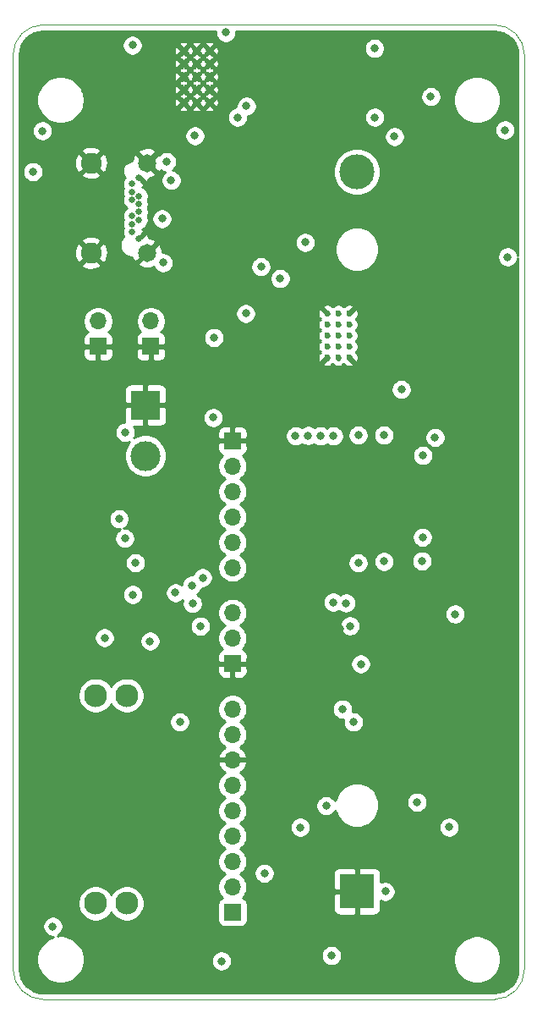
<source format=gbr>
%TF.GenerationSoftware,KiCad,Pcbnew,(5.1.10)-1*%
%TF.CreationDate,2021-09-02T16:56:43-04:00*%
%TF.ProjectId,buoy-c,62756f79-2d63-42e6-9b69-6361645f7063,1.0*%
%TF.SameCoordinates,Original*%
%TF.FileFunction,Copper,L2,Inr*%
%TF.FilePolarity,Positive*%
%FSLAX46Y46*%
G04 Gerber Fmt 4.6, Leading zero omitted, Abs format (unit mm)*
G04 Created by KiCad (PCBNEW (5.1.10)-1) date 2021-09-02 16:56:43*
%MOMM*%
%LPD*%
G01*
G04 APERTURE LIST*
%TA.AperFunction,Profile*%
%ADD10C,0.050000*%
%TD*%
%TA.AperFunction,ComponentPad*%
%ADD11C,3.500000*%
%TD*%
%TA.AperFunction,ComponentPad*%
%ADD12R,3.500000X3.500000*%
%TD*%
%TA.AperFunction,ComponentPad*%
%ADD13C,2.300000*%
%TD*%
%TA.AperFunction,ComponentPad*%
%ADD14O,1.700000X1.700000*%
%TD*%
%TA.AperFunction,ComponentPad*%
%ADD15R,1.700000X1.700000*%
%TD*%
%TA.AperFunction,ComponentPad*%
%ADD16C,0.650000*%
%TD*%
%TA.AperFunction,ComponentPad*%
%ADD17C,1.815000*%
%TD*%
%TA.AperFunction,ComponentPad*%
%ADD18C,2.085000*%
%TD*%
%TA.AperFunction,ComponentPad*%
%ADD19R,3.000000X3.000000*%
%TD*%
%TA.AperFunction,ComponentPad*%
%ADD20C,3.000000*%
%TD*%
%TA.AperFunction,ComponentPad*%
%ADD21C,0.600000*%
%TD*%
%TA.AperFunction,ViaPad*%
%ADD22C,0.800000*%
%TD*%
%TA.AperFunction,Conductor*%
%ADD23C,0.254000*%
%TD*%
%TA.AperFunction,Conductor*%
%ADD24C,0.100000*%
%TD*%
G04 APERTURE END LIST*
D10*
X151750000Y-194500000D02*
G75*
G02*
X148750000Y-197500000I-3000000J0D01*
G01*
X148750000Y-100000000D02*
G75*
G02*
X151750000Y-103000000I0J-3000000D01*
G01*
X103550000Y-197500000D02*
G75*
G02*
X100550000Y-194500000I0J3000000D01*
G01*
X100550000Y-103000000D02*
G75*
G02*
X103550000Y-100000000I3000000J0D01*
G01*
X103550000Y-197500000D02*
X148750000Y-197500000D01*
X103550000Y-100000000D02*
X148750000Y-100000000D01*
X151750000Y-103000000D02*
X151750000Y-194500000D01*
X100550000Y-103000000D02*
X100550000Y-194500000D01*
D11*
%TO.N,+BATT*%
%TO.C,J5*%
X134975600Y-114700000D03*
D12*
%TO.N,GND*%
X134975600Y-186700000D03*
%TD*%
D13*
%TO.N,BAT-CR2032*%
%TO.C,J2*%
X108822360Y-187892660D03*
X111922360Y-187892660D03*
X111922360Y-167092660D03*
X108822360Y-167092660D03*
%TD*%
D14*
%TO.N,/5V_USB*%
%TO.C,J3*%
X114345720Y-129646680D03*
D15*
%TO.N,GND*%
X114345720Y-132186680D03*
%TD*%
D14*
%TO.N,ESP_IO2*%
%TO.C,J10*%
X122521980Y-154302460D03*
%TO.N,ESP_IO15*%
X122521980Y-151762460D03*
%TO.N,ESP_IO8*%
X122521980Y-149222460D03*
%TO.N,ESP_IO7*%
X122521980Y-146682460D03*
%TO.N,ESP_IO6*%
X122521980Y-144142460D03*
D15*
%TO.N,GND*%
X122521980Y-141602460D03*
%TD*%
D14*
%TO.N,+BATT*%
%TO.C,J7*%
X109062520Y-129646680D03*
D15*
%TO.N,GND*%
X109062520Y-132186680D03*
%TD*%
D14*
%TO.N,VDD*%
%TO.C,J14*%
X122521980Y-168455340D03*
%TO.N,Net-(J14-Pad8)*%
X122521980Y-170995340D03*
%TO.N,GND*%
X122521980Y-173535340D03*
%TO.N,SCL*%
X122521980Y-176075340D03*
%TO.N,SDA*%
X122521980Y-178615340D03*
%TO.N,Net-(J14-Pad4)*%
X122521980Y-181155340D03*
%TO.N,Net-(J14-Pad3)*%
X122521980Y-183695340D03*
%TO.N,Net-(J14-Pad2)*%
X122521980Y-186235340D03*
D15*
%TO.N,Net-(J14-Pad1)*%
X122521980Y-188775340D03*
%TD*%
D16*
%TO.N,GND*%
%TO.C,J1*%
X113164020Y-121370820D03*
%TO.N,Net-(J1-PadB2)*%
X112464020Y-120720820D03*
%TO.N,Net-(J1-PadB3)*%
X112464020Y-119920820D03*
%TO.N,/5V_USB*%
X113164020Y-119520820D03*
%TO.N,Net-(J1-PadB5)*%
X112464020Y-119120820D03*
%TO.N,/FB2*%
X113164020Y-118720820D03*
%TO.N,/FB1*%
X113164020Y-117920820D03*
%TO.N,Net-(J1-PadB8)*%
X112464020Y-117520820D03*
%TO.N,/5V_USB*%
X113164020Y-117120820D03*
%TO.N,Net-(J1-PadB10)*%
X112464020Y-116720820D03*
%TO.N,Net-(J1-PadB11)*%
X112464020Y-115920820D03*
%TO.N,GND*%
X113164020Y-115270820D03*
D17*
X113964020Y-113820820D03*
D18*
X108364020Y-113820820D03*
X108364020Y-122820820D03*
D17*
X113964020Y-122820820D03*
%TD*%
D14*
%TO.N,PWM_SERVO*%
%TO.C,J8*%
X122521980Y-158826200D03*
%TO.N,+5V*%
X122521980Y-161366200D03*
D15*
%TO.N,GND*%
X122521980Y-163906200D03*
%TD*%
D19*
%TO.N,GND*%
%TO.C,J11*%
X113797080Y-138046460D03*
D20*
%TO.N,Net-(J11-Pad2)*%
X113797080Y-143126460D03*
%TD*%
D21*
%TO.N,GND*%
%TO.C,U2*%
X117615180Y-102578860D03*
X118915180Y-102578860D03*
X120215180Y-102578860D03*
X117615180Y-103878860D03*
X118915180Y-103878860D03*
X120215180Y-103878860D03*
X117615180Y-105178860D03*
X118915180Y-105178860D03*
X120215180Y-105178860D03*
X117615180Y-106478860D03*
X118915180Y-106478860D03*
X120215180Y-106478860D03*
X117615180Y-107778860D03*
X118915180Y-107778860D03*
X120215180Y-107778860D03*
%TD*%
%TO.N,GND*%
%TO.C,U6*%
X134196000Y-128884320D03*
X133096000Y-128884320D03*
X131996000Y-128884320D03*
X131996000Y-129984320D03*
X133096000Y-129984320D03*
X134196000Y-129984320D03*
X131996000Y-131084320D03*
X133096000Y-131084320D03*
X134196000Y-131084320D03*
X131996000Y-132184320D03*
X133096000Y-132184320D03*
X134196000Y-132184320D03*
X131996000Y-133284320D03*
X133096000Y-133284320D03*
X134196000Y-133284320D03*
%TD*%
D22*
%TO.N,+BATT*%
X125364240Y-124195840D03*
X142379700Y-107190540D03*
X112506760Y-102041960D03*
X139418060Y-136474200D03*
%TO.N,GND*%
X137749280Y-145572480D03*
X137500360Y-147561300D03*
X135387080Y-147436840D03*
X135305800Y-145531840D03*
X138965940Y-183194960D03*
X148099780Y-182864760D03*
X114195860Y-189108080D03*
X139527280Y-119773700D03*
X133504940Y-127541020D03*
X125679200Y-130535680D03*
X136541600Y-146530300D03*
X133240780Y-160383220D03*
X147185140Y-168290480D03*
X122085100Y-137162540D03*
X118127780Y-145061940D03*
X108752640Y-154967940D03*
X113596420Y-165366700D03*
X118473180Y-196088040D03*
%TO.N,BAT-CR2032*%
X135364220Y-163946840D03*
X117236240Y-169743120D03*
X134622540Y-169743120D03*
%TO.N,/5V_USB*%
X115575080Y-123802140D03*
X118752620Y-111102140D03*
X137820400Y-186697500D03*
%TO.N,Net-(C4-Pad1)*%
X123911360Y-108127800D03*
X136728200Y-102346760D03*
%TO.N,Net-(C4-Pad2)*%
X123019820Y-109245400D03*
X136768840Y-109245400D03*
%TO.N,+3V3*%
X121851420Y-100759260D03*
X138739880Y-111175800D03*
%TO.N,/D+*%
X129303780Y-180284120D03*
X102524560Y-114701320D03*
%TO.N,/D-*%
X131894580Y-178122580D03*
X103487220Y-110599220D03*
%TO.N,VDD*%
X144805400Y-158958280D03*
X142793720Y-141287500D03*
X134285140Y-160144040D03*
X133520180Y-168455340D03*
X114254280Y-161655760D03*
X111158020Y-149420580D03*
X150066380Y-123217300D03*
X149806660Y-110517940D03*
%TO.N,+5V*%
X123842780Y-128874520D03*
X120642380Y-131297680D03*
X120586500Y-139298680D03*
%TO.N,ESP_EN*%
X141571980Y-143073120D03*
X121406920Y-193664840D03*
%TO.N,Net-(D2-Pad2)*%
X127292100Y-125374400D03*
X129791460Y-121770140D03*
%TO.N,Net-(J1-PadA5)*%
X115920520Y-113708180D03*
%TO.N,PWM_SERVO*%
X130101340Y-141094460D03*
%TO.N,/RTS*%
X132420360Y-193126360D03*
X144211040Y-180273960D03*
%TO.N,EN_3V3*%
X112809020Y-153821300D03*
%TO.N,EN_5V*%
X135100060Y-141046200D03*
X111777780Y-140771880D03*
%TO.N,SDA*%
X137683240Y-153687780D03*
%TO.N,SCL*%
X141470380Y-153642060D03*
%TO.N,INT_RTC*%
X131335780Y-141124940D03*
%TO.N,BUTTON_INT*%
X137668000Y-141051280D03*
X116801900Y-156814520D03*
%TO.N,BUTTON_KILL*%
X112533260Y-157010100D03*
%TO.N,LORA_MOSI*%
X109712760Y-161315400D03*
X141541500Y-151267160D03*
%TO.N,LORA_MISO*%
X135107680Y-153835100D03*
X119529860Y-155308300D03*
%TO.N,LORA_SCK*%
X133880860Y-157848300D03*
X118457980Y-156065220D03*
%TO.N,LORA_NSS*%
X132600700Y-157772100D03*
X118521480Y-157894020D03*
%TO.N,LORA_RST*%
X128823720Y-141124940D03*
X119306340Y-160159700D03*
%TO.N,RST_RTC*%
X132626100Y-141137640D03*
%TO.N,Net-(J9-Pad3)*%
X111734600Y-151386540D03*
%TO.N,Net-(J4-Pad3)*%
X104523540Y-190200280D03*
X141003020Y-177779680D03*
X125702060Y-184873900D03*
%TO.N,/FB1*%
X115461172Y-119393326D03*
%TO.N,/FB2*%
X116385300Y-115554800D03*
%TD*%
D23*
%TO.N,GND*%
X120816420Y-100861199D02*
X120856194Y-101061158D01*
X120934215Y-101249516D01*
X121047483Y-101419034D01*
X121191646Y-101563197D01*
X121361164Y-101676465D01*
X121549522Y-101754486D01*
X121749481Y-101794260D01*
X121953359Y-101794260D01*
X122153318Y-101754486D01*
X122341676Y-101676465D01*
X122511194Y-101563197D01*
X122655357Y-101419034D01*
X122768625Y-101249516D01*
X122846646Y-101061158D01*
X122886420Y-100861199D01*
X122886420Y-100660000D01*
X148717721Y-100660000D01*
X149203893Y-100707670D01*
X149640498Y-100839489D01*
X150043185Y-101053600D01*
X150396612Y-101341848D01*
X150687327Y-101693261D01*
X150904242Y-102094439D01*
X151039106Y-102530113D01*
X151090000Y-103014344D01*
X151090000Y-123058151D01*
X151061606Y-122915402D01*
X150983585Y-122727044D01*
X150870317Y-122557526D01*
X150726154Y-122413363D01*
X150556636Y-122300095D01*
X150368278Y-122222074D01*
X150168319Y-122182300D01*
X149964441Y-122182300D01*
X149764482Y-122222074D01*
X149576124Y-122300095D01*
X149406606Y-122413363D01*
X149262443Y-122557526D01*
X149149175Y-122727044D01*
X149071154Y-122915402D01*
X149031380Y-123115361D01*
X149031380Y-123319239D01*
X149071154Y-123519198D01*
X149149175Y-123707556D01*
X149262443Y-123877074D01*
X149406606Y-124021237D01*
X149576124Y-124134505D01*
X149764482Y-124212526D01*
X149964441Y-124252300D01*
X150168319Y-124252300D01*
X150368278Y-124212526D01*
X150556636Y-124134505D01*
X150726154Y-124021237D01*
X150870317Y-123877074D01*
X150983585Y-123707556D01*
X151061606Y-123519198D01*
X151090000Y-123376449D01*
X151090001Y-194467711D01*
X151042330Y-194953894D01*
X150910512Y-195390497D01*
X150696399Y-195793186D01*
X150408150Y-196146613D01*
X150056739Y-196437327D01*
X149655564Y-196654240D01*
X149219886Y-196789106D01*
X148735664Y-196840000D01*
X103582279Y-196840000D01*
X103096106Y-196792330D01*
X102659503Y-196660512D01*
X102256814Y-196446399D01*
X101903387Y-196158150D01*
X101612673Y-195806739D01*
X101395760Y-195405564D01*
X101260894Y-194969886D01*
X101210000Y-194485664D01*
X101210000Y-193265098D01*
X102915000Y-193265098D01*
X102915000Y-193734902D01*
X103006654Y-194195679D01*
X103186440Y-194629721D01*
X103447450Y-195020349D01*
X103779651Y-195352550D01*
X104170279Y-195613560D01*
X104604321Y-195793346D01*
X105065098Y-195885000D01*
X105534902Y-195885000D01*
X105995679Y-195793346D01*
X106429721Y-195613560D01*
X106820349Y-195352550D01*
X107152550Y-195020349D01*
X107413560Y-194629721D01*
X107593346Y-194195679D01*
X107685000Y-193734902D01*
X107685000Y-193562901D01*
X120371920Y-193562901D01*
X120371920Y-193766779D01*
X120411694Y-193966738D01*
X120489715Y-194155096D01*
X120602983Y-194324614D01*
X120747146Y-194468777D01*
X120916664Y-194582045D01*
X121105022Y-194660066D01*
X121304981Y-194699840D01*
X121508859Y-194699840D01*
X121708818Y-194660066D01*
X121897176Y-194582045D01*
X122066694Y-194468777D01*
X122210857Y-194324614D01*
X122324125Y-194155096D01*
X122402146Y-193966738D01*
X122441920Y-193766779D01*
X122441920Y-193562901D01*
X122402146Y-193362942D01*
X122324125Y-193174584D01*
X122223790Y-193024421D01*
X131385360Y-193024421D01*
X131385360Y-193228299D01*
X131425134Y-193428258D01*
X131503155Y-193616616D01*
X131616423Y-193786134D01*
X131760586Y-193930297D01*
X131930104Y-194043565D01*
X132118462Y-194121586D01*
X132318421Y-194161360D01*
X132522299Y-194161360D01*
X132722258Y-194121586D01*
X132910616Y-194043565D01*
X133080134Y-193930297D01*
X133224297Y-193786134D01*
X133337565Y-193616616D01*
X133415586Y-193428258D01*
X133448040Y-193265098D01*
X144615000Y-193265098D01*
X144615000Y-193734902D01*
X144706654Y-194195679D01*
X144886440Y-194629721D01*
X145147450Y-195020349D01*
X145479651Y-195352550D01*
X145870279Y-195613560D01*
X146304321Y-195793346D01*
X146765098Y-195885000D01*
X147234902Y-195885000D01*
X147695679Y-195793346D01*
X148129721Y-195613560D01*
X148520349Y-195352550D01*
X148852550Y-195020349D01*
X149113560Y-194629721D01*
X149293346Y-194195679D01*
X149385000Y-193734902D01*
X149385000Y-193265098D01*
X149293346Y-192804321D01*
X149113560Y-192370279D01*
X148852550Y-191979651D01*
X148520349Y-191647450D01*
X148129721Y-191386440D01*
X147695679Y-191206654D01*
X147234902Y-191115000D01*
X146765098Y-191115000D01*
X146304321Y-191206654D01*
X145870279Y-191386440D01*
X145479651Y-191647450D01*
X145147450Y-191979651D01*
X144886440Y-192370279D01*
X144706654Y-192804321D01*
X144615000Y-193265098D01*
X133448040Y-193265098D01*
X133455360Y-193228299D01*
X133455360Y-193024421D01*
X133415586Y-192824462D01*
X133337565Y-192636104D01*
X133224297Y-192466586D01*
X133080134Y-192322423D01*
X132910616Y-192209155D01*
X132722258Y-192131134D01*
X132522299Y-192091360D01*
X132318421Y-192091360D01*
X132118462Y-192131134D01*
X131930104Y-192209155D01*
X131760586Y-192322423D01*
X131616423Y-192466586D01*
X131503155Y-192636104D01*
X131425134Y-192824462D01*
X131385360Y-193024421D01*
X122223790Y-193024421D01*
X122210857Y-193005066D01*
X122066694Y-192860903D01*
X121897176Y-192747635D01*
X121708818Y-192669614D01*
X121508859Y-192629840D01*
X121304981Y-192629840D01*
X121105022Y-192669614D01*
X120916664Y-192747635D01*
X120747146Y-192860903D01*
X120602983Y-193005066D01*
X120489715Y-193174584D01*
X120411694Y-193362942D01*
X120371920Y-193562901D01*
X107685000Y-193562901D01*
X107685000Y-193265098D01*
X107593346Y-192804321D01*
X107413560Y-192370279D01*
X107152550Y-191979651D01*
X106820349Y-191647450D01*
X106429721Y-191386440D01*
X105995679Y-191206654D01*
X105534902Y-191115000D01*
X105065098Y-191115000D01*
X104977942Y-191132336D01*
X105013796Y-191117485D01*
X105183314Y-191004217D01*
X105327477Y-190860054D01*
X105440745Y-190690536D01*
X105518766Y-190502178D01*
X105558540Y-190302219D01*
X105558540Y-190098341D01*
X105518766Y-189898382D01*
X105440745Y-189710024D01*
X105327477Y-189540506D01*
X105183314Y-189396343D01*
X105013796Y-189283075D01*
X104825438Y-189205054D01*
X104625479Y-189165280D01*
X104421601Y-189165280D01*
X104221642Y-189205054D01*
X104033284Y-189283075D01*
X103863766Y-189396343D01*
X103719603Y-189540506D01*
X103606335Y-189710024D01*
X103528314Y-189898382D01*
X103488540Y-190098341D01*
X103488540Y-190302219D01*
X103528314Y-190502178D01*
X103606335Y-190690536D01*
X103719603Y-190860054D01*
X103863766Y-191004217D01*
X104033284Y-191117485D01*
X104221642Y-191195506D01*
X104421601Y-191235280D01*
X104535212Y-191235280D01*
X104170279Y-191386440D01*
X103779651Y-191647450D01*
X103447450Y-191979651D01*
X103186440Y-192370279D01*
X103006654Y-192804321D01*
X102915000Y-193265098D01*
X101210000Y-193265098D01*
X101210000Y-187716853D01*
X107037360Y-187716853D01*
X107037360Y-188068467D01*
X107105956Y-188413325D01*
X107240513Y-188738175D01*
X107435860Y-189030531D01*
X107684489Y-189279160D01*
X107976845Y-189474507D01*
X108301695Y-189609064D01*
X108646553Y-189677660D01*
X108998167Y-189677660D01*
X109343025Y-189609064D01*
X109667875Y-189474507D01*
X109960231Y-189279160D01*
X110208860Y-189030531D01*
X110372360Y-188785837D01*
X110535860Y-189030531D01*
X110784489Y-189279160D01*
X111076845Y-189474507D01*
X111401695Y-189609064D01*
X111746553Y-189677660D01*
X112098167Y-189677660D01*
X112443025Y-189609064D01*
X112767875Y-189474507D01*
X113060231Y-189279160D01*
X113308860Y-189030531D01*
X113504207Y-188738175D01*
X113638764Y-188413325D01*
X113707360Y-188068467D01*
X113707360Y-187925340D01*
X121033908Y-187925340D01*
X121033908Y-189625340D01*
X121046168Y-189749822D01*
X121082478Y-189869520D01*
X121141443Y-189979834D01*
X121220795Y-190076525D01*
X121317486Y-190155877D01*
X121427800Y-190214842D01*
X121547498Y-190251152D01*
X121671980Y-190263412D01*
X123371980Y-190263412D01*
X123496462Y-190251152D01*
X123616160Y-190214842D01*
X123726474Y-190155877D01*
X123823165Y-190076525D01*
X123902517Y-189979834D01*
X123961482Y-189869520D01*
X123997792Y-189749822D01*
X124010052Y-189625340D01*
X124010052Y-188450000D01*
X132587528Y-188450000D01*
X132599788Y-188574482D01*
X132636098Y-188694180D01*
X132695063Y-188804494D01*
X132774415Y-188901185D01*
X132871106Y-188980537D01*
X132981420Y-189039502D01*
X133101118Y-189075812D01*
X133225600Y-189088072D01*
X134689850Y-189085000D01*
X134848600Y-188926250D01*
X134848600Y-186827000D01*
X132749350Y-186827000D01*
X132590600Y-186985750D01*
X132587528Y-188450000D01*
X124010052Y-188450000D01*
X124010052Y-187925340D01*
X123997792Y-187800858D01*
X123961482Y-187681160D01*
X123902517Y-187570846D01*
X123823165Y-187474155D01*
X123726474Y-187394803D01*
X123616160Y-187335838D01*
X123543600Y-187313827D01*
X123675455Y-187181972D01*
X123837970Y-186938751D01*
X123949912Y-186668498D01*
X124006980Y-186381600D01*
X124006980Y-186089080D01*
X123949912Y-185802182D01*
X123837970Y-185531929D01*
X123675455Y-185288708D01*
X123468612Y-185081865D01*
X123294220Y-184965340D01*
X123468612Y-184848815D01*
X123545466Y-184771961D01*
X124667060Y-184771961D01*
X124667060Y-184975839D01*
X124706834Y-185175798D01*
X124784855Y-185364156D01*
X124898123Y-185533674D01*
X125042286Y-185677837D01*
X125211804Y-185791105D01*
X125400162Y-185869126D01*
X125600121Y-185908900D01*
X125803999Y-185908900D01*
X126003958Y-185869126D01*
X126192316Y-185791105D01*
X126361834Y-185677837D01*
X126505997Y-185533674D01*
X126619265Y-185364156D01*
X126697286Y-185175798D01*
X126737060Y-184975839D01*
X126737060Y-184950000D01*
X132587528Y-184950000D01*
X132590600Y-186414250D01*
X132749350Y-186573000D01*
X134848600Y-186573000D01*
X134848600Y-184473750D01*
X135102600Y-184473750D01*
X135102600Y-186573000D01*
X135122600Y-186573000D01*
X135122600Y-186827000D01*
X135102600Y-186827000D01*
X135102600Y-188926250D01*
X135261350Y-189085000D01*
X136725600Y-189088072D01*
X136850082Y-189075812D01*
X136969780Y-189039502D01*
X137080094Y-188980537D01*
X137176785Y-188901185D01*
X137256137Y-188804494D01*
X137315102Y-188694180D01*
X137351412Y-188574482D01*
X137363672Y-188450000D01*
X137361947Y-187627878D01*
X137518502Y-187692726D01*
X137718461Y-187732500D01*
X137922339Y-187732500D01*
X138122298Y-187692726D01*
X138310656Y-187614705D01*
X138480174Y-187501437D01*
X138624337Y-187357274D01*
X138737605Y-187187756D01*
X138815626Y-186999398D01*
X138855400Y-186799439D01*
X138855400Y-186595561D01*
X138815626Y-186395602D01*
X138737605Y-186207244D01*
X138624337Y-186037726D01*
X138480174Y-185893563D01*
X138310656Y-185780295D01*
X138122298Y-185702274D01*
X137922339Y-185662500D01*
X137718461Y-185662500D01*
X137518502Y-185702274D01*
X137361958Y-185767117D01*
X137363672Y-184950000D01*
X137351412Y-184825518D01*
X137315102Y-184705820D01*
X137256137Y-184595506D01*
X137176785Y-184498815D01*
X137080094Y-184419463D01*
X136969780Y-184360498D01*
X136850082Y-184324188D01*
X136725600Y-184311928D01*
X135261350Y-184315000D01*
X135102600Y-184473750D01*
X134848600Y-184473750D01*
X134689850Y-184315000D01*
X133225600Y-184311928D01*
X133101118Y-184324188D01*
X132981420Y-184360498D01*
X132871106Y-184419463D01*
X132774415Y-184498815D01*
X132695063Y-184595506D01*
X132636098Y-184705820D01*
X132599788Y-184825518D01*
X132587528Y-184950000D01*
X126737060Y-184950000D01*
X126737060Y-184771961D01*
X126697286Y-184572002D01*
X126619265Y-184383644D01*
X126505997Y-184214126D01*
X126361834Y-184069963D01*
X126192316Y-183956695D01*
X126003958Y-183878674D01*
X125803999Y-183838900D01*
X125600121Y-183838900D01*
X125400162Y-183878674D01*
X125211804Y-183956695D01*
X125042286Y-184069963D01*
X124898123Y-184214126D01*
X124784855Y-184383644D01*
X124706834Y-184572002D01*
X124667060Y-184771961D01*
X123545466Y-184771961D01*
X123675455Y-184641972D01*
X123837970Y-184398751D01*
X123949912Y-184128498D01*
X124006980Y-183841600D01*
X124006980Y-183549080D01*
X123949912Y-183262182D01*
X123837970Y-182991929D01*
X123675455Y-182748708D01*
X123468612Y-182541865D01*
X123294220Y-182425340D01*
X123468612Y-182308815D01*
X123675455Y-182101972D01*
X123837970Y-181858751D01*
X123949912Y-181588498D01*
X124006980Y-181301600D01*
X124006980Y-181009080D01*
X123949912Y-180722182D01*
X123837970Y-180451929D01*
X123675455Y-180208708D01*
X123648928Y-180182181D01*
X128268780Y-180182181D01*
X128268780Y-180386059D01*
X128308554Y-180586018D01*
X128386575Y-180774376D01*
X128499843Y-180943894D01*
X128644006Y-181088057D01*
X128813524Y-181201325D01*
X129001882Y-181279346D01*
X129201841Y-181319120D01*
X129405719Y-181319120D01*
X129605678Y-181279346D01*
X129794036Y-181201325D01*
X129963554Y-181088057D01*
X130107717Y-180943894D01*
X130220985Y-180774376D01*
X130299006Y-180586018D01*
X130338780Y-180386059D01*
X130338780Y-180182181D01*
X130299006Y-179982222D01*
X130220985Y-179793864D01*
X130107717Y-179624346D01*
X129963554Y-179480183D01*
X129794036Y-179366915D01*
X129605678Y-179288894D01*
X129405719Y-179249120D01*
X129201841Y-179249120D01*
X129001882Y-179288894D01*
X128813524Y-179366915D01*
X128644006Y-179480183D01*
X128499843Y-179624346D01*
X128386575Y-179793864D01*
X128308554Y-179982222D01*
X128268780Y-180182181D01*
X123648928Y-180182181D01*
X123468612Y-180001865D01*
X123294220Y-179885340D01*
X123468612Y-179768815D01*
X123675455Y-179561972D01*
X123837970Y-179318751D01*
X123949912Y-179048498D01*
X124006980Y-178761600D01*
X124006980Y-178469080D01*
X123949912Y-178182182D01*
X123883000Y-178020641D01*
X130859580Y-178020641D01*
X130859580Y-178224519D01*
X130899354Y-178424478D01*
X130977375Y-178612836D01*
X131090643Y-178782354D01*
X131234806Y-178926517D01*
X131404324Y-179039785D01*
X131592682Y-179117806D01*
X131792641Y-179157580D01*
X131996519Y-179157580D01*
X132196478Y-179117806D01*
X132384836Y-179039785D01*
X132554354Y-178926517D01*
X132698517Y-178782354D01*
X132808695Y-178617461D01*
X132826490Y-178706925D01*
X132994969Y-179113669D01*
X133239562Y-179479729D01*
X133550871Y-179791038D01*
X133916931Y-180035631D01*
X134323675Y-180204110D01*
X134755472Y-180290000D01*
X135195728Y-180290000D01*
X135627525Y-180204110D01*
X135704994Y-180172021D01*
X143176040Y-180172021D01*
X143176040Y-180375899D01*
X143215814Y-180575858D01*
X143293835Y-180764216D01*
X143407103Y-180933734D01*
X143551266Y-181077897D01*
X143720784Y-181191165D01*
X143909142Y-181269186D01*
X144109101Y-181308960D01*
X144312979Y-181308960D01*
X144512938Y-181269186D01*
X144701296Y-181191165D01*
X144870814Y-181077897D01*
X145014977Y-180933734D01*
X145128245Y-180764216D01*
X145206266Y-180575858D01*
X145246040Y-180375899D01*
X145246040Y-180172021D01*
X145206266Y-179972062D01*
X145128245Y-179783704D01*
X145014977Y-179614186D01*
X144870814Y-179470023D01*
X144701296Y-179356755D01*
X144512938Y-179278734D01*
X144312979Y-179238960D01*
X144109101Y-179238960D01*
X143909142Y-179278734D01*
X143720784Y-179356755D01*
X143551266Y-179470023D01*
X143407103Y-179614186D01*
X143293835Y-179783704D01*
X143215814Y-179972062D01*
X143176040Y-180172021D01*
X135704994Y-180172021D01*
X136034269Y-180035631D01*
X136400329Y-179791038D01*
X136711638Y-179479729D01*
X136956231Y-179113669D01*
X137124710Y-178706925D01*
X137210600Y-178275128D01*
X137210600Y-177834872D01*
X137179345Y-177677741D01*
X139968020Y-177677741D01*
X139968020Y-177881619D01*
X140007794Y-178081578D01*
X140085815Y-178269936D01*
X140199083Y-178439454D01*
X140343246Y-178583617D01*
X140512764Y-178696885D01*
X140701122Y-178774906D01*
X140901081Y-178814680D01*
X141104959Y-178814680D01*
X141304918Y-178774906D01*
X141493276Y-178696885D01*
X141662794Y-178583617D01*
X141806957Y-178439454D01*
X141920225Y-178269936D01*
X141998246Y-178081578D01*
X142038020Y-177881619D01*
X142038020Y-177677741D01*
X141998246Y-177477782D01*
X141920225Y-177289424D01*
X141806957Y-177119906D01*
X141662794Y-176975743D01*
X141493276Y-176862475D01*
X141304918Y-176784454D01*
X141104959Y-176744680D01*
X140901081Y-176744680D01*
X140701122Y-176784454D01*
X140512764Y-176862475D01*
X140343246Y-176975743D01*
X140199083Y-177119906D01*
X140085815Y-177289424D01*
X140007794Y-177477782D01*
X139968020Y-177677741D01*
X137179345Y-177677741D01*
X137124710Y-177403075D01*
X136956231Y-176996331D01*
X136711638Y-176630271D01*
X136400329Y-176318962D01*
X136034269Y-176074369D01*
X135627525Y-175905890D01*
X135195728Y-175820000D01*
X134755472Y-175820000D01*
X134323675Y-175905890D01*
X133916931Y-176074369D01*
X133550871Y-176318962D01*
X133239562Y-176630271D01*
X132994969Y-176996331D01*
X132826490Y-177403075D01*
X132787977Y-177596693D01*
X132698517Y-177462806D01*
X132554354Y-177318643D01*
X132384836Y-177205375D01*
X132196478Y-177127354D01*
X131996519Y-177087580D01*
X131792641Y-177087580D01*
X131592682Y-177127354D01*
X131404324Y-177205375D01*
X131234806Y-177318643D01*
X131090643Y-177462806D01*
X130977375Y-177632324D01*
X130899354Y-177820682D01*
X130859580Y-178020641D01*
X123883000Y-178020641D01*
X123837970Y-177911929D01*
X123675455Y-177668708D01*
X123468612Y-177461865D01*
X123294220Y-177345340D01*
X123468612Y-177228815D01*
X123675455Y-177021972D01*
X123837970Y-176778751D01*
X123949912Y-176508498D01*
X124006980Y-176221600D01*
X124006980Y-175929080D01*
X123949912Y-175642182D01*
X123837970Y-175371929D01*
X123675455Y-175128708D01*
X123468612Y-174921865D01*
X123286446Y-174800145D01*
X123403335Y-174730518D01*
X123619568Y-174535609D01*
X123793621Y-174302260D01*
X123918805Y-174039439D01*
X123963456Y-173892230D01*
X123842135Y-173662340D01*
X122648980Y-173662340D01*
X122648980Y-173682340D01*
X122394980Y-173682340D01*
X122394980Y-173662340D01*
X121201825Y-173662340D01*
X121080504Y-173892230D01*
X121125155Y-174039439D01*
X121250339Y-174302260D01*
X121424392Y-174535609D01*
X121640625Y-174730518D01*
X121757514Y-174800145D01*
X121575348Y-174921865D01*
X121368505Y-175128708D01*
X121205990Y-175371929D01*
X121094048Y-175642182D01*
X121036980Y-175929080D01*
X121036980Y-176221600D01*
X121094048Y-176508498D01*
X121205990Y-176778751D01*
X121368505Y-177021972D01*
X121575348Y-177228815D01*
X121749740Y-177345340D01*
X121575348Y-177461865D01*
X121368505Y-177668708D01*
X121205990Y-177911929D01*
X121094048Y-178182182D01*
X121036980Y-178469080D01*
X121036980Y-178761600D01*
X121094048Y-179048498D01*
X121205990Y-179318751D01*
X121368505Y-179561972D01*
X121575348Y-179768815D01*
X121749740Y-179885340D01*
X121575348Y-180001865D01*
X121368505Y-180208708D01*
X121205990Y-180451929D01*
X121094048Y-180722182D01*
X121036980Y-181009080D01*
X121036980Y-181301600D01*
X121094048Y-181588498D01*
X121205990Y-181858751D01*
X121368505Y-182101972D01*
X121575348Y-182308815D01*
X121749740Y-182425340D01*
X121575348Y-182541865D01*
X121368505Y-182748708D01*
X121205990Y-182991929D01*
X121094048Y-183262182D01*
X121036980Y-183549080D01*
X121036980Y-183841600D01*
X121094048Y-184128498D01*
X121205990Y-184398751D01*
X121368505Y-184641972D01*
X121575348Y-184848815D01*
X121749740Y-184965340D01*
X121575348Y-185081865D01*
X121368505Y-185288708D01*
X121205990Y-185531929D01*
X121094048Y-185802182D01*
X121036980Y-186089080D01*
X121036980Y-186381600D01*
X121094048Y-186668498D01*
X121205990Y-186938751D01*
X121368505Y-187181972D01*
X121500360Y-187313827D01*
X121427800Y-187335838D01*
X121317486Y-187394803D01*
X121220795Y-187474155D01*
X121141443Y-187570846D01*
X121082478Y-187681160D01*
X121046168Y-187800858D01*
X121033908Y-187925340D01*
X113707360Y-187925340D01*
X113707360Y-187716853D01*
X113638764Y-187371995D01*
X113504207Y-187047145D01*
X113308860Y-186754789D01*
X113060231Y-186506160D01*
X112767875Y-186310813D01*
X112443025Y-186176256D01*
X112098167Y-186107660D01*
X111746553Y-186107660D01*
X111401695Y-186176256D01*
X111076845Y-186310813D01*
X110784489Y-186506160D01*
X110535860Y-186754789D01*
X110372360Y-186999483D01*
X110208860Y-186754789D01*
X109960231Y-186506160D01*
X109667875Y-186310813D01*
X109343025Y-186176256D01*
X108998167Y-186107660D01*
X108646553Y-186107660D01*
X108301695Y-186176256D01*
X107976845Y-186310813D01*
X107684489Y-186506160D01*
X107435860Y-186754789D01*
X107240513Y-187047145D01*
X107105956Y-187371995D01*
X107037360Y-187716853D01*
X101210000Y-187716853D01*
X101210000Y-169641181D01*
X116201240Y-169641181D01*
X116201240Y-169845059D01*
X116241014Y-170045018D01*
X116319035Y-170233376D01*
X116432303Y-170402894D01*
X116576466Y-170547057D01*
X116745984Y-170660325D01*
X116934342Y-170738346D01*
X117134301Y-170778120D01*
X117338179Y-170778120D01*
X117538138Y-170738346D01*
X117726496Y-170660325D01*
X117896014Y-170547057D01*
X118040177Y-170402894D01*
X118153445Y-170233376D01*
X118231466Y-170045018D01*
X118271240Y-169845059D01*
X118271240Y-169641181D01*
X118231466Y-169441222D01*
X118153445Y-169252864D01*
X118040177Y-169083346D01*
X117896014Y-168939183D01*
X117726496Y-168825915D01*
X117538138Y-168747894D01*
X117338179Y-168708120D01*
X117134301Y-168708120D01*
X116934342Y-168747894D01*
X116745984Y-168825915D01*
X116576466Y-168939183D01*
X116432303Y-169083346D01*
X116319035Y-169252864D01*
X116241014Y-169441222D01*
X116201240Y-169641181D01*
X101210000Y-169641181D01*
X101210000Y-166916853D01*
X107037360Y-166916853D01*
X107037360Y-167268467D01*
X107105956Y-167613325D01*
X107240513Y-167938175D01*
X107435860Y-168230531D01*
X107684489Y-168479160D01*
X107976845Y-168674507D01*
X108301695Y-168809064D01*
X108646553Y-168877660D01*
X108998167Y-168877660D01*
X109343025Y-168809064D01*
X109667875Y-168674507D01*
X109960231Y-168479160D01*
X110208860Y-168230531D01*
X110372360Y-167985837D01*
X110535860Y-168230531D01*
X110784489Y-168479160D01*
X111076845Y-168674507D01*
X111401695Y-168809064D01*
X111746553Y-168877660D01*
X112098167Y-168877660D01*
X112443025Y-168809064D01*
X112767875Y-168674507D01*
X113060231Y-168479160D01*
X113230311Y-168309080D01*
X121036980Y-168309080D01*
X121036980Y-168601600D01*
X121094048Y-168888498D01*
X121205990Y-169158751D01*
X121368505Y-169401972D01*
X121575348Y-169608815D01*
X121749740Y-169725340D01*
X121575348Y-169841865D01*
X121368505Y-170048708D01*
X121205990Y-170291929D01*
X121094048Y-170562182D01*
X121036980Y-170849080D01*
X121036980Y-171141600D01*
X121094048Y-171428498D01*
X121205990Y-171698751D01*
X121368505Y-171941972D01*
X121575348Y-172148815D01*
X121757514Y-172270535D01*
X121640625Y-172340162D01*
X121424392Y-172535071D01*
X121250339Y-172768420D01*
X121125155Y-173031241D01*
X121080504Y-173178450D01*
X121201825Y-173408340D01*
X122394980Y-173408340D01*
X122394980Y-173388340D01*
X122648980Y-173388340D01*
X122648980Y-173408340D01*
X123842135Y-173408340D01*
X123963456Y-173178450D01*
X123918805Y-173031241D01*
X123793621Y-172768420D01*
X123619568Y-172535071D01*
X123403335Y-172340162D01*
X123286446Y-172270535D01*
X123468612Y-172148815D01*
X123675455Y-171941972D01*
X123837970Y-171698751D01*
X123949912Y-171428498D01*
X124006980Y-171141600D01*
X124006980Y-170849080D01*
X123949912Y-170562182D01*
X123837970Y-170291929D01*
X123675455Y-170048708D01*
X123468612Y-169841865D01*
X123294220Y-169725340D01*
X123468612Y-169608815D01*
X123675455Y-169401972D01*
X123837970Y-169158751D01*
X123949912Y-168888498D01*
X124006980Y-168601600D01*
X124006980Y-168353401D01*
X132485180Y-168353401D01*
X132485180Y-168557279D01*
X132524954Y-168757238D01*
X132602975Y-168945596D01*
X132716243Y-169115114D01*
X132860406Y-169259277D01*
X133029924Y-169372545D01*
X133218282Y-169450566D01*
X133418241Y-169490340D01*
X133617544Y-169490340D01*
X133587540Y-169641181D01*
X133587540Y-169845059D01*
X133627314Y-170045018D01*
X133705335Y-170233376D01*
X133818603Y-170402894D01*
X133962766Y-170547057D01*
X134132284Y-170660325D01*
X134320642Y-170738346D01*
X134520601Y-170778120D01*
X134724479Y-170778120D01*
X134924438Y-170738346D01*
X135112796Y-170660325D01*
X135282314Y-170547057D01*
X135426477Y-170402894D01*
X135539745Y-170233376D01*
X135617766Y-170045018D01*
X135657540Y-169845059D01*
X135657540Y-169641181D01*
X135617766Y-169441222D01*
X135539745Y-169252864D01*
X135426477Y-169083346D01*
X135282314Y-168939183D01*
X135112796Y-168825915D01*
X134924438Y-168747894D01*
X134724479Y-168708120D01*
X134525176Y-168708120D01*
X134555180Y-168557279D01*
X134555180Y-168353401D01*
X134515406Y-168153442D01*
X134437385Y-167965084D01*
X134324117Y-167795566D01*
X134179954Y-167651403D01*
X134010436Y-167538135D01*
X133822078Y-167460114D01*
X133622119Y-167420340D01*
X133418241Y-167420340D01*
X133218282Y-167460114D01*
X133029924Y-167538135D01*
X132860406Y-167651403D01*
X132716243Y-167795566D01*
X132602975Y-167965084D01*
X132524954Y-168153442D01*
X132485180Y-168353401D01*
X124006980Y-168353401D01*
X124006980Y-168309080D01*
X123949912Y-168022182D01*
X123837970Y-167751929D01*
X123675455Y-167508708D01*
X123468612Y-167301865D01*
X123225391Y-167139350D01*
X122955138Y-167027408D01*
X122668240Y-166970340D01*
X122375720Y-166970340D01*
X122088822Y-167027408D01*
X121818569Y-167139350D01*
X121575348Y-167301865D01*
X121368505Y-167508708D01*
X121205990Y-167751929D01*
X121094048Y-168022182D01*
X121036980Y-168309080D01*
X113230311Y-168309080D01*
X113308860Y-168230531D01*
X113504207Y-167938175D01*
X113638764Y-167613325D01*
X113707360Y-167268467D01*
X113707360Y-166916853D01*
X113638764Y-166571995D01*
X113504207Y-166247145D01*
X113308860Y-165954789D01*
X113060231Y-165706160D01*
X112767875Y-165510813D01*
X112443025Y-165376256D01*
X112098167Y-165307660D01*
X111746553Y-165307660D01*
X111401695Y-165376256D01*
X111076845Y-165510813D01*
X110784489Y-165706160D01*
X110535860Y-165954789D01*
X110372360Y-166199483D01*
X110208860Y-165954789D01*
X109960231Y-165706160D01*
X109667875Y-165510813D01*
X109343025Y-165376256D01*
X108998167Y-165307660D01*
X108646553Y-165307660D01*
X108301695Y-165376256D01*
X107976845Y-165510813D01*
X107684489Y-165706160D01*
X107435860Y-165954789D01*
X107240513Y-166247145D01*
X107105956Y-166571995D01*
X107037360Y-166916853D01*
X101210000Y-166916853D01*
X101210000Y-164756200D01*
X121033908Y-164756200D01*
X121046168Y-164880682D01*
X121082478Y-165000380D01*
X121141443Y-165110694D01*
X121220795Y-165207385D01*
X121317486Y-165286737D01*
X121427800Y-165345702D01*
X121547498Y-165382012D01*
X121671980Y-165394272D01*
X122236230Y-165391200D01*
X122394980Y-165232450D01*
X122394980Y-164033200D01*
X122648980Y-164033200D01*
X122648980Y-165232450D01*
X122807730Y-165391200D01*
X123371980Y-165394272D01*
X123496462Y-165382012D01*
X123616160Y-165345702D01*
X123726474Y-165286737D01*
X123823165Y-165207385D01*
X123902517Y-165110694D01*
X123961482Y-165000380D01*
X123997792Y-164880682D01*
X124010052Y-164756200D01*
X124006980Y-164191950D01*
X123848230Y-164033200D01*
X122648980Y-164033200D01*
X122394980Y-164033200D01*
X121195730Y-164033200D01*
X121036980Y-164191950D01*
X121033908Y-164756200D01*
X101210000Y-164756200D01*
X101210000Y-163844901D01*
X134329220Y-163844901D01*
X134329220Y-164048779D01*
X134368994Y-164248738D01*
X134447015Y-164437096D01*
X134560283Y-164606614D01*
X134704446Y-164750777D01*
X134873964Y-164864045D01*
X135062322Y-164942066D01*
X135262281Y-164981840D01*
X135466159Y-164981840D01*
X135666118Y-164942066D01*
X135854476Y-164864045D01*
X136023994Y-164750777D01*
X136168157Y-164606614D01*
X136281425Y-164437096D01*
X136359446Y-164248738D01*
X136399220Y-164048779D01*
X136399220Y-163844901D01*
X136359446Y-163644942D01*
X136281425Y-163456584D01*
X136168157Y-163287066D01*
X136023994Y-163142903D01*
X135854476Y-163029635D01*
X135666118Y-162951614D01*
X135466159Y-162911840D01*
X135262281Y-162911840D01*
X135062322Y-162951614D01*
X134873964Y-163029635D01*
X134704446Y-163142903D01*
X134560283Y-163287066D01*
X134447015Y-163456584D01*
X134368994Y-163644942D01*
X134329220Y-163844901D01*
X101210000Y-163844901D01*
X101210000Y-163056200D01*
X121033908Y-163056200D01*
X121036980Y-163620450D01*
X121195730Y-163779200D01*
X122394980Y-163779200D01*
X122394980Y-163759200D01*
X122648980Y-163759200D01*
X122648980Y-163779200D01*
X123848230Y-163779200D01*
X124006980Y-163620450D01*
X124010052Y-163056200D01*
X123997792Y-162931718D01*
X123961482Y-162812020D01*
X123902517Y-162701706D01*
X123823165Y-162605015D01*
X123726474Y-162525663D01*
X123616160Y-162466698D01*
X123543600Y-162444687D01*
X123675455Y-162312832D01*
X123837970Y-162069611D01*
X123949912Y-161799358D01*
X124006980Y-161512460D01*
X124006980Y-161219940D01*
X123949912Y-160933042D01*
X123837970Y-160662789D01*
X123675455Y-160419568D01*
X123468612Y-160212725D01*
X123294220Y-160096200D01*
X123375184Y-160042101D01*
X133250140Y-160042101D01*
X133250140Y-160245979D01*
X133289914Y-160445938D01*
X133367935Y-160634296D01*
X133481203Y-160803814D01*
X133625366Y-160947977D01*
X133794884Y-161061245D01*
X133983242Y-161139266D01*
X134183201Y-161179040D01*
X134387079Y-161179040D01*
X134587038Y-161139266D01*
X134775396Y-161061245D01*
X134944914Y-160947977D01*
X135089077Y-160803814D01*
X135202345Y-160634296D01*
X135280366Y-160445938D01*
X135320140Y-160245979D01*
X135320140Y-160042101D01*
X135280366Y-159842142D01*
X135202345Y-159653784D01*
X135089077Y-159484266D01*
X134944914Y-159340103D01*
X134775396Y-159226835D01*
X134587038Y-159148814D01*
X134387079Y-159109040D01*
X134183201Y-159109040D01*
X133983242Y-159148814D01*
X133794884Y-159226835D01*
X133625366Y-159340103D01*
X133481203Y-159484266D01*
X133367935Y-159653784D01*
X133289914Y-159842142D01*
X133250140Y-160042101D01*
X123375184Y-160042101D01*
X123468612Y-159979675D01*
X123675455Y-159772832D01*
X123837970Y-159529611D01*
X123949912Y-159259358D01*
X124006980Y-158972460D01*
X124006980Y-158679940D01*
X123949912Y-158393042D01*
X123837970Y-158122789D01*
X123675455Y-157879568D01*
X123468612Y-157672725D01*
X123464775Y-157670161D01*
X131565700Y-157670161D01*
X131565700Y-157874039D01*
X131605474Y-158073998D01*
X131683495Y-158262356D01*
X131796763Y-158431874D01*
X131940926Y-158576037D01*
X132110444Y-158689305D01*
X132298802Y-158767326D01*
X132498761Y-158807100D01*
X132702639Y-158807100D01*
X132902598Y-158767326D01*
X133090956Y-158689305D01*
X133191184Y-158622335D01*
X133221086Y-158652237D01*
X133390604Y-158765505D01*
X133578962Y-158843526D01*
X133778921Y-158883300D01*
X133982799Y-158883300D01*
X134118332Y-158856341D01*
X143770400Y-158856341D01*
X143770400Y-159060219D01*
X143810174Y-159260178D01*
X143888195Y-159448536D01*
X144001463Y-159618054D01*
X144145626Y-159762217D01*
X144315144Y-159875485D01*
X144503502Y-159953506D01*
X144703461Y-159993280D01*
X144907339Y-159993280D01*
X145107298Y-159953506D01*
X145295656Y-159875485D01*
X145465174Y-159762217D01*
X145609337Y-159618054D01*
X145722605Y-159448536D01*
X145800626Y-159260178D01*
X145840400Y-159060219D01*
X145840400Y-158856341D01*
X145800626Y-158656382D01*
X145722605Y-158468024D01*
X145609337Y-158298506D01*
X145465174Y-158154343D01*
X145295656Y-158041075D01*
X145107298Y-157963054D01*
X144907339Y-157923280D01*
X144703461Y-157923280D01*
X144503502Y-157963054D01*
X144315144Y-158041075D01*
X144145626Y-158154343D01*
X144001463Y-158298506D01*
X143888195Y-158468024D01*
X143810174Y-158656382D01*
X143770400Y-158856341D01*
X134118332Y-158856341D01*
X134182758Y-158843526D01*
X134371116Y-158765505D01*
X134540634Y-158652237D01*
X134684797Y-158508074D01*
X134798065Y-158338556D01*
X134876086Y-158150198D01*
X134915860Y-157950239D01*
X134915860Y-157746361D01*
X134876086Y-157546402D01*
X134798065Y-157358044D01*
X134684797Y-157188526D01*
X134540634Y-157044363D01*
X134371116Y-156931095D01*
X134182758Y-156853074D01*
X133982799Y-156813300D01*
X133778921Y-156813300D01*
X133578962Y-156853074D01*
X133390604Y-156931095D01*
X133290376Y-156998065D01*
X133260474Y-156968163D01*
X133090956Y-156854895D01*
X132902598Y-156776874D01*
X132702639Y-156737100D01*
X132498761Y-156737100D01*
X132298802Y-156776874D01*
X132110444Y-156854895D01*
X131940926Y-156968163D01*
X131796763Y-157112326D01*
X131683495Y-157281844D01*
X131605474Y-157470202D01*
X131565700Y-157670161D01*
X123464775Y-157670161D01*
X123225391Y-157510210D01*
X122955138Y-157398268D01*
X122668240Y-157341200D01*
X122375720Y-157341200D01*
X122088822Y-157398268D01*
X121818569Y-157510210D01*
X121575348Y-157672725D01*
X121368505Y-157879568D01*
X121205990Y-158122789D01*
X121094048Y-158393042D01*
X121036980Y-158679940D01*
X121036980Y-158972460D01*
X121094048Y-159259358D01*
X121205990Y-159529611D01*
X121368505Y-159772832D01*
X121575348Y-159979675D01*
X121749740Y-160096200D01*
X121575348Y-160212725D01*
X121368505Y-160419568D01*
X121205990Y-160662789D01*
X121094048Y-160933042D01*
X121036980Y-161219940D01*
X121036980Y-161512460D01*
X121094048Y-161799358D01*
X121205990Y-162069611D01*
X121368505Y-162312832D01*
X121500360Y-162444687D01*
X121427800Y-162466698D01*
X121317486Y-162525663D01*
X121220795Y-162605015D01*
X121141443Y-162701706D01*
X121082478Y-162812020D01*
X121046168Y-162931718D01*
X121033908Y-163056200D01*
X101210000Y-163056200D01*
X101210000Y-161213461D01*
X108677760Y-161213461D01*
X108677760Y-161417339D01*
X108717534Y-161617298D01*
X108795555Y-161805656D01*
X108908823Y-161975174D01*
X109052986Y-162119337D01*
X109222504Y-162232605D01*
X109410862Y-162310626D01*
X109610821Y-162350400D01*
X109814699Y-162350400D01*
X110014658Y-162310626D01*
X110203016Y-162232605D01*
X110372534Y-162119337D01*
X110516697Y-161975174D01*
X110629965Y-161805656D01*
X110707986Y-161617298D01*
X110720612Y-161553821D01*
X113219280Y-161553821D01*
X113219280Y-161757699D01*
X113259054Y-161957658D01*
X113337075Y-162146016D01*
X113450343Y-162315534D01*
X113594506Y-162459697D01*
X113764024Y-162572965D01*
X113952382Y-162650986D01*
X114152341Y-162690760D01*
X114356219Y-162690760D01*
X114556178Y-162650986D01*
X114744536Y-162572965D01*
X114914054Y-162459697D01*
X115058217Y-162315534D01*
X115171485Y-162146016D01*
X115249506Y-161957658D01*
X115289280Y-161757699D01*
X115289280Y-161553821D01*
X115249506Y-161353862D01*
X115171485Y-161165504D01*
X115058217Y-160995986D01*
X114914054Y-160851823D01*
X114744536Y-160738555D01*
X114556178Y-160660534D01*
X114356219Y-160620760D01*
X114152341Y-160620760D01*
X113952382Y-160660534D01*
X113764024Y-160738555D01*
X113594506Y-160851823D01*
X113450343Y-160995986D01*
X113337075Y-161165504D01*
X113259054Y-161353862D01*
X113219280Y-161553821D01*
X110720612Y-161553821D01*
X110747760Y-161417339D01*
X110747760Y-161213461D01*
X110707986Y-161013502D01*
X110629965Y-160825144D01*
X110516697Y-160655626D01*
X110372534Y-160511463D01*
X110203016Y-160398195D01*
X110014658Y-160320174D01*
X109814699Y-160280400D01*
X109610821Y-160280400D01*
X109410862Y-160320174D01*
X109222504Y-160398195D01*
X109052986Y-160511463D01*
X108908823Y-160655626D01*
X108795555Y-160825144D01*
X108717534Y-161013502D01*
X108677760Y-161213461D01*
X101210000Y-161213461D01*
X101210000Y-160057761D01*
X118271340Y-160057761D01*
X118271340Y-160261639D01*
X118311114Y-160461598D01*
X118389135Y-160649956D01*
X118502403Y-160819474D01*
X118646566Y-160963637D01*
X118816084Y-161076905D01*
X119004442Y-161154926D01*
X119204401Y-161194700D01*
X119408279Y-161194700D01*
X119608238Y-161154926D01*
X119796596Y-161076905D01*
X119966114Y-160963637D01*
X120110277Y-160819474D01*
X120223545Y-160649956D01*
X120301566Y-160461598D01*
X120341340Y-160261639D01*
X120341340Y-160057761D01*
X120301566Y-159857802D01*
X120223545Y-159669444D01*
X120110277Y-159499926D01*
X119966114Y-159355763D01*
X119796596Y-159242495D01*
X119608238Y-159164474D01*
X119408279Y-159124700D01*
X119204401Y-159124700D01*
X119004442Y-159164474D01*
X118816084Y-159242495D01*
X118646566Y-159355763D01*
X118502403Y-159499926D01*
X118389135Y-159669444D01*
X118311114Y-159857802D01*
X118271340Y-160057761D01*
X101210000Y-160057761D01*
X101210000Y-156908161D01*
X111498260Y-156908161D01*
X111498260Y-157112039D01*
X111538034Y-157311998D01*
X111616055Y-157500356D01*
X111729323Y-157669874D01*
X111873486Y-157814037D01*
X112043004Y-157927305D01*
X112231362Y-158005326D01*
X112431321Y-158045100D01*
X112635199Y-158045100D01*
X112835158Y-158005326D01*
X113023516Y-157927305D01*
X113193034Y-157814037D01*
X113337197Y-157669874D01*
X113450465Y-157500356D01*
X113528486Y-157311998D01*
X113568260Y-157112039D01*
X113568260Y-156908161D01*
X113529358Y-156712581D01*
X115766900Y-156712581D01*
X115766900Y-156916459D01*
X115806674Y-157116418D01*
X115884695Y-157304776D01*
X115997963Y-157474294D01*
X116142126Y-157618457D01*
X116311644Y-157731725D01*
X116500002Y-157809746D01*
X116699961Y-157849520D01*
X116903839Y-157849520D01*
X117103798Y-157809746D01*
X117292156Y-157731725D01*
X117461674Y-157618457D01*
X117553298Y-157526833D01*
X117526254Y-157592122D01*
X117486480Y-157792081D01*
X117486480Y-157995959D01*
X117526254Y-158195918D01*
X117604275Y-158384276D01*
X117717543Y-158553794D01*
X117861706Y-158697957D01*
X118031224Y-158811225D01*
X118219582Y-158889246D01*
X118419541Y-158929020D01*
X118623419Y-158929020D01*
X118823378Y-158889246D01*
X119011736Y-158811225D01*
X119181254Y-158697957D01*
X119325417Y-158553794D01*
X119438685Y-158384276D01*
X119516706Y-158195918D01*
X119556480Y-157995959D01*
X119556480Y-157792081D01*
X119516706Y-157592122D01*
X119438685Y-157403764D01*
X119325417Y-157234246D01*
X119181254Y-157090083D01*
X119011736Y-156976815D01*
X118977720Y-156962725D01*
X119117754Y-156869157D01*
X119261917Y-156724994D01*
X119375185Y-156555476D01*
X119453206Y-156367118D01*
X119457944Y-156343300D01*
X119631799Y-156343300D01*
X119831758Y-156303526D01*
X120020116Y-156225505D01*
X120189634Y-156112237D01*
X120333797Y-155968074D01*
X120447065Y-155798556D01*
X120525086Y-155610198D01*
X120564860Y-155410239D01*
X120564860Y-155206361D01*
X120525086Y-155006402D01*
X120447065Y-154818044D01*
X120333797Y-154648526D01*
X120189634Y-154504363D01*
X120020116Y-154391095D01*
X119831758Y-154313074D01*
X119631799Y-154273300D01*
X119427921Y-154273300D01*
X119227962Y-154313074D01*
X119039604Y-154391095D01*
X118870086Y-154504363D01*
X118725923Y-154648526D01*
X118612655Y-154818044D01*
X118534634Y-155006402D01*
X118529896Y-155030220D01*
X118356041Y-155030220D01*
X118156082Y-155069994D01*
X117967724Y-155148015D01*
X117798206Y-155261283D01*
X117654043Y-155405446D01*
X117540775Y-155574964D01*
X117462754Y-155763322D01*
X117422980Y-155963281D01*
X117422980Y-155984729D01*
X117292156Y-155897315D01*
X117103798Y-155819294D01*
X116903839Y-155779520D01*
X116699961Y-155779520D01*
X116500002Y-155819294D01*
X116311644Y-155897315D01*
X116142126Y-156010583D01*
X115997963Y-156154746D01*
X115884695Y-156324264D01*
X115806674Y-156512622D01*
X115766900Y-156712581D01*
X113529358Y-156712581D01*
X113528486Y-156708202D01*
X113450465Y-156519844D01*
X113337197Y-156350326D01*
X113193034Y-156206163D01*
X113023516Y-156092895D01*
X112835158Y-156014874D01*
X112635199Y-155975100D01*
X112431321Y-155975100D01*
X112231362Y-156014874D01*
X112043004Y-156092895D01*
X111873486Y-156206163D01*
X111729323Y-156350326D01*
X111616055Y-156519844D01*
X111538034Y-156708202D01*
X111498260Y-156908161D01*
X101210000Y-156908161D01*
X101210000Y-153719361D01*
X111774020Y-153719361D01*
X111774020Y-153923239D01*
X111813794Y-154123198D01*
X111891815Y-154311556D01*
X112005083Y-154481074D01*
X112149246Y-154625237D01*
X112318764Y-154738505D01*
X112507122Y-154816526D01*
X112707081Y-154856300D01*
X112910959Y-154856300D01*
X113110918Y-154816526D01*
X113299276Y-154738505D01*
X113468794Y-154625237D01*
X113612957Y-154481074D01*
X113726225Y-154311556D01*
X113804246Y-154123198D01*
X113844020Y-153923239D01*
X113844020Y-153719361D01*
X113804246Y-153519402D01*
X113726225Y-153331044D01*
X113612957Y-153161526D01*
X113468794Y-153017363D01*
X113299276Y-152904095D01*
X113110918Y-152826074D01*
X112910959Y-152786300D01*
X112707081Y-152786300D01*
X112507122Y-152826074D01*
X112318764Y-152904095D01*
X112149246Y-153017363D01*
X112005083Y-153161526D01*
X111891815Y-153331044D01*
X111813794Y-153519402D01*
X111774020Y-153719361D01*
X101210000Y-153719361D01*
X101210000Y-149318641D01*
X110123020Y-149318641D01*
X110123020Y-149522519D01*
X110162794Y-149722478D01*
X110240815Y-149910836D01*
X110354083Y-150080354D01*
X110498246Y-150224517D01*
X110667764Y-150337785D01*
X110856122Y-150415806D01*
X111056081Y-150455580D01*
X111259959Y-150455580D01*
X111293804Y-150448848D01*
X111244344Y-150469335D01*
X111074826Y-150582603D01*
X110930663Y-150726766D01*
X110817395Y-150896284D01*
X110739374Y-151084642D01*
X110699600Y-151284601D01*
X110699600Y-151488479D01*
X110739374Y-151688438D01*
X110817395Y-151876796D01*
X110930663Y-152046314D01*
X111074826Y-152190477D01*
X111244344Y-152303745D01*
X111432702Y-152381766D01*
X111632661Y-152421540D01*
X111836539Y-152421540D01*
X112036498Y-152381766D01*
X112224856Y-152303745D01*
X112394374Y-152190477D01*
X112538537Y-152046314D01*
X112651805Y-151876796D01*
X112729826Y-151688438D01*
X112769600Y-151488479D01*
X112769600Y-151284601D01*
X112729826Y-151084642D01*
X112651805Y-150896284D01*
X112538537Y-150726766D01*
X112394374Y-150582603D01*
X112224856Y-150469335D01*
X112036498Y-150391314D01*
X111836539Y-150351540D01*
X111632661Y-150351540D01*
X111598816Y-150358272D01*
X111648276Y-150337785D01*
X111817794Y-150224517D01*
X111961957Y-150080354D01*
X112075225Y-149910836D01*
X112153246Y-149722478D01*
X112193020Y-149522519D01*
X112193020Y-149318641D01*
X112153246Y-149118682D01*
X112075225Y-148930324D01*
X111961957Y-148760806D01*
X111817794Y-148616643D01*
X111648276Y-148503375D01*
X111459918Y-148425354D01*
X111259959Y-148385580D01*
X111056081Y-148385580D01*
X110856122Y-148425354D01*
X110667764Y-148503375D01*
X110498246Y-148616643D01*
X110354083Y-148760806D01*
X110240815Y-148930324D01*
X110162794Y-149118682D01*
X110123020Y-149318641D01*
X101210000Y-149318641D01*
X101210000Y-140669941D01*
X110742780Y-140669941D01*
X110742780Y-140873819D01*
X110782554Y-141073778D01*
X110860575Y-141262136D01*
X110973843Y-141431654D01*
X111118006Y-141575817D01*
X111287524Y-141689085D01*
X111475882Y-141767106D01*
X111675841Y-141806880D01*
X111879719Y-141806880D01*
X112079678Y-141767106D01*
X112177683Y-141726511D01*
X112138717Y-141765477D01*
X111905068Y-142115158D01*
X111744127Y-142503704D01*
X111662080Y-142916181D01*
X111662080Y-143336739D01*
X111744127Y-143749216D01*
X111905068Y-144137762D01*
X112138717Y-144487443D01*
X112436097Y-144784823D01*
X112785778Y-145018472D01*
X113174324Y-145179413D01*
X113586801Y-145261460D01*
X114007359Y-145261460D01*
X114419836Y-145179413D01*
X114808382Y-145018472D01*
X115158063Y-144784823D01*
X115455443Y-144487443D01*
X115689092Y-144137762D01*
X115850033Y-143749216D01*
X115932080Y-143336739D01*
X115932080Y-142916181D01*
X115850033Y-142503704D01*
X115828808Y-142452460D01*
X121033908Y-142452460D01*
X121046168Y-142576942D01*
X121082478Y-142696640D01*
X121141443Y-142806954D01*
X121220795Y-142903645D01*
X121317486Y-142982997D01*
X121427800Y-143041962D01*
X121500360Y-143063973D01*
X121368505Y-143195828D01*
X121205990Y-143439049D01*
X121094048Y-143709302D01*
X121036980Y-143996200D01*
X121036980Y-144288720D01*
X121094048Y-144575618D01*
X121205990Y-144845871D01*
X121368505Y-145089092D01*
X121575348Y-145295935D01*
X121749740Y-145412460D01*
X121575348Y-145528985D01*
X121368505Y-145735828D01*
X121205990Y-145979049D01*
X121094048Y-146249302D01*
X121036980Y-146536200D01*
X121036980Y-146828720D01*
X121094048Y-147115618D01*
X121205990Y-147385871D01*
X121368505Y-147629092D01*
X121575348Y-147835935D01*
X121749740Y-147952460D01*
X121575348Y-148068985D01*
X121368505Y-148275828D01*
X121205990Y-148519049D01*
X121094048Y-148789302D01*
X121036980Y-149076200D01*
X121036980Y-149368720D01*
X121094048Y-149655618D01*
X121205990Y-149925871D01*
X121368505Y-150169092D01*
X121575348Y-150375935D01*
X121749740Y-150492460D01*
X121575348Y-150608985D01*
X121368505Y-150815828D01*
X121205990Y-151059049D01*
X121094048Y-151329302D01*
X121036980Y-151616200D01*
X121036980Y-151908720D01*
X121094048Y-152195618D01*
X121205990Y-152465871D01*
X121368505Y-152709092D01*
X121575348Y-152915935D01*
X121749740Y-153032460D01*
X121575348Y-153148985D01*
X121368505Y-153355828D01*
X121205990Y-153599049D01*
X121094048Y-153869302D01*
X121036980Y-154156200D01*
X121036980Y-154448720D01*
X121094048Y-154735618D01*
X121205990Y-155005871D01*
X121368505Y-155249092D01*
X121575348Y-155455935D01*
X121818569Y-155618450D01*
X122088822Y-155730392D01*
X122375720Y-155787460D01*
X122668240Y-155787460D01*
X122955138Y-155730392D01*
X123225391Y-155618450D01*
X123468612Y-155455935D01*
X123675455Y-155249092D01*
X123837970Y-155005871D01*
X123949912Y-154735618D01*
X124006980Y-154448720D01*
X124006980Y-154156200D01*
X123949912Y-153869302D01*
X123893521Y-153733161D01*
X134072680Y-153733161D01*
X134072680Y-153937039D01*
X134112454Y-154136998D01*
X134190475Y-154325356D01*
X134303743Y-154494874D01*
X134447906Y-154639037D01*
X134617424Y-154752305D01*
X134805782Y-154830326D01*
X135005741Y-154870100D01*
X135209619Y-154870100D01*
X135409578Y-154830326D01*
X135597936Y-154752305D01*
X135767454Y-154639037D01*
X135911617Y-154494874D01*
X136024885Y-154325356D01*
X136102906Y-154136998D01*
X136142680Y-153937039D01*
X136142680Y-153733161D01*
X136113377Y-153585841D01*
X136648240Y-153585841D01*
X136648240Y-153789719D01*
X136688014Y-153989678D01*
X136766035Y-154178036D01*
X136879303Y-154347554D01*
X137023466Y-154491717D01*
X137192984Y-154604985D01*
X137381342Y-154683006D01*
X137581301Y-154722780D01*
X137785179Y-154722780D01*
X137985138Y-154683006D01*
X138173496Y-154604985D01*
X138343014Y-154491717D01*
X138487177Y-154347554D01*
X138600445Y-154178036D01*
X138678466Y-153989678D01*
X138718240Y-153789719D01*
X138718240Y-153585841D01*
X138709146Y-153540121D01*
X140435380Y-153540121D01*
X140435380Y-153743999D01*
X140475154Y-153943958D01*
X140553175Y-154132316D01*
X140666443Y-154301834D01*
X140810606Y-154445997D01*
X140980124Y-154559265D01*
X141168482Y-154637286D01*
X141368441Y-154677060D01*
X141572319Y-154677060D01*
X141772278Y-154637286D01*
X141960636Y-154559265D01*
X142130154Y-154445997D01*
X142274317Y-154301834D01*
X142387585Y-154132316D01*
X142465606Y-153943958D01*
X142505380Y-153743999D01*
X142505380Y-153540121D01*
X142465606Y-153340162D01*
X142387585Y-153151804D01*
X142274317Y-152982286D01*
X142130154Y-152838123D01*
X141960636Y-152724855D01*
X141772278Y-152646834D01*
X141572319Y-152607060D01*
X141368441Y-152607060D01*
X141168482Y-152646834D01*
X140980124Y-152724855D01*
X140810606Y-152838123D01*
X140666443Y-152982286D01*
X140553175Y-153151804D01*
X140475154Y-153340162D01*
X140435380Y-153540121D01*
X138709146Y-153540121D01*
X138678466Y-153385882D01*
X138600445Y-153197524D01*
X138487177Y-153028006D01*
X138343014Y-152883843D01*
X138173496Y-152770575D01*
X137985138Y-152692554D01*
X137785179Y-152652780D01*
X137581301Y-152652780D01*
X137381342Y-152692554D01*
X137192984Y-152770575D01*
X137023466Y-152883843D01*
X136879303Y-153028006D01*
X136766035Y-153197524D01*
X136688014Y-153385882D01*
X136648240Y-153585841D01*
X136113377Y-153585841D01*
X136102906Y-153533202D01*
X136024885Y-153344844D01*
X135911617Y-153175326D01*
X135767454Y-153031163D01*
X135597936Y-152917895D01*
X135409578Y-152839874D01*
X135209619Y-152800100D01*
X135005741Y-152800100D01*
X134805782Y-152839874D01*
X134617424Y-152917895D01*
X134447906Y-153031163D01*
X134303743Y-153175326D01*
X134190475Y-153344844D01*
X134112454Y-153533202D01*
X134072680Y-153733161D01*
X123893521Y-153733161D01*
X123837970Y-153599049D01*
X123675455Y-153355828D01*
X123468612Y-153148985D01*
X123294220Y-153032460D01*
X123468612Y-152915935D01*
X123675455Y-152709092D01*
X123837970Y-152465871D01*
X123949912Y-152195618D01*
X124006980Y-151908720D01*
X124006980Y-151616200D01*
X123949912Y-151329302D01*
X123881948Y-151165221D01*
X140506500Y-151165221D01*
X140506500Y-151369099D01*
X140546274Y-151569058D01*
X140624295Y-151757416D01*
X140737563Y-151926934D01*
X140881726Y-152071097D01*
X141051244Y-152184365D01*
X141239602Y-152262386D01*
X141439561Y-152302160D01*
X141643439Y-152302160D01*
X141843398Y-152262386D01*
X142031756Y-152184365D01*
X142201274Y-152071097D01*
X142345437Y-151926934D01*
X142458705Y-151757416D01*
X142536726Y-151569058D01*
X142576500Y-151369099D01*
X142576500Y-151165221D01*
X142536726Y-150965262D01*
X142458705Y-150776904D01*
X142345437Y-150607386D01*
X142201274Y-150463223D01*
X142031756Y-150349955D01*
X141843398Y-150271934D01*
X141643439Y-150232160D01*
X141439561Y-150232160D01*
X141239602Y-150271934D01*
X141051244Y-150349955D01*
X140881726Y-150463223D01*
X140737563Y-150607386D01*
X140624295Y-150776904D01*
X140546274Y-150965262D01*
X140506500Y-151165221D01*
X123881948Y-151165221D01*
X123837970Y-151059049D01*
X123675455Y-150815828D01*
X123468612Y-150608985D01*
X123294220Y-150492460D01*
X123468612Y-150375935D01*
X123675455Y-150169092D01*
X123837970Y-149925871D01*
X123949912Y-149655618D01*
X124006980Y-149368720D01*
X124006980Y-149076200D01*
X123949912Y-148789302D01*
X123837970Y-148519049D01*
X123675455Y-148275828D01*
X123468612Y-148068985D01*
X123294220Y-147952460D01*
X123468612Y-147835935D01*
X123675455Y-147629092D01*
X123837970Y-147385871D01*
X123949912Y-147115618D01*
X124006980Y-146828720D01*
X124006980Y-146536200D01*
X123949912Y-146249302D01*
X123837970Y-145979049D01*
X123675455Y-145735828D01*
X123468612Y-145528985D01*
X123294220Y-145412460D01*
X123468612Y-145295935D01*
X123675455Y-145089092D01*
X123837970Y-144845871D01*
X123949912Y-144575618D01*
X124006980Y-144288720D01*
X124006980Y-143996200D01*
X123949912Y-143709302D01*
X123837970Y-143439049D01*
X123675455Y-143195828D01*
X123543600Y-143063973D01*
X123616160Y-143041962D01*
X123726474Y-142982997D01*
X123740871Y-142971181D01*
X140536980Y-142971181D01*
X140536980Y-143175059D01*
X140576754Y-143375018D01*
X140654775Y-143563376D01*
X140768043Y-143732894D01*
X140912206Y-143877057D01*
X141081724Y-143990325D01*
X141270082Y-144068346D01*
X141470041Y-144108120D01*
X141673919Y-144108120D01*
X141873878Y-144068346D01*
X142062236Y-143990325D01*
X142231754Y-143877057D01*
X142375917Y-143732894D01*
X142489185Y-143563376D01*
X142567206Y-143375018D01*
X142606980Y-143175059D01*
X142606980Y-142971181D01*
X142567206Y-142771222D01*
X142489185Y-142582864D01*
X142375917Y-142413346D01*
X142231754Y-142269183D01*
X142062236Y-142155915D01*
X141873878Y-142077894D01*
X141673919Y-142038120D01*
X141470041Y-142038120D01*
X141270082Y-142077894D01*
X141081724Y-142155915D01*
X140912206Y-142269183D01*
X140768043Y-142413346D01*
X140654775Y-142582864D01*
X140576754Y-142771222D01*
X140536980Y-142971181D01*
X123740871Y-142971181D01*
X123823165Y-142903645D01*
X123902517Y-142806954D01*
X123961482Y-142696640D01*
X123997792Y-142576942D01*
X124010052Y-142452460D01*
X124006980Y-141888210D01*
X123848230Y-141729460D01*
X122648980Y-141729460D01*
X122648980Y-141749460D01*
X122394980Y-141749460D01*
X122394980Y-141729460D01*
X121195730Y-141729460D01*
X121036980Y-141888210D01*
X121033908Y-142452460D01*
X115828808Y-142452460D01*
X115689092Y-142115158D01*
X115455443Y-141765477D01*
X115158063Y-141468097D01*
X114808382Y-141234448D01*
X114419836Y-141073507D01*
X114007359Y-140991460D01*
X113586801Y-140991460D01*
X113174324Y-141073507D01*
X112785778Y-141234448D01*
X112655177Y-141321712D01*
X112694985Y-141262136D01*
X112773006Y-141073778D01*
X112812780Y-140873819D01*
X112812780Y-140752460D01*
X121033908Y-140752460D01*
X121036980Y-141316710D01*
X121195730Y-141475460D01*
X122394980Y-141475460D01*
X122394980Y-140276210D01*
X122648980Y-140276210D01*
X122648980Y-141475460D01*
X123848230Y-141475460D01*
X124006980Y-141316710D01*
X124008579Y-141023001D01*
X127788720Y-141023001D01*
X127788720Y-141226879D01*
X127828494Y-141426838D01*
X127906515Y-141615196D01*
X128019783Y-141784714D01*
X128163946Y-141928877D01*
X128333464Y-142042145D01*
X128521822Y-142120166D01*
X128721781Y-142159940D01*
X128925659Y-142159940D01*
X129125618Y-142120166D01*
X129313976Y-142042145D01*
X129483494Y-141928877D01*
X129484971Y-141927400D01*
X129611084Y-142011665D01*
X129799442Y-142089686D01*
X129999401Y-142129460D01*
X130203279Y-142129460D01*
X130403238Y-142089686D01*
X130591596Y-142011665D01*
X130695752Y-141942071D01*
X130845524Y-142042145D01*
X131033882Y-142120166D01*
X131233841Y-142159940D01*
X131437719Y-142159940D01*
X131637678Y-142120166D01*
X131826036Y-142042145D01*
X131971437Y-141944992D01*
X132135844Y-142054845D01*
X132324202Y-142132866D01*
X132524161Y-142172640D01*
X132728039Y-142172640D01*
X132927998Y-142132866D01*
X133116356Y-142054845D01*
X133285874Y-141941577D01*
X133430037Y-141797414D01*
X133543305Y-141627896D01*
X133621326Y-141439538D01*
X133661100Y-141239579D01*
X133661100Y-141035701D01*
X133642912Y-140944261D01*
X134065060Y-140944261D01*
X134065060Y-141148139D01*
X134104834Y-141348098D01*
X134182855Y-141536456D01*
X134296123Y-141705974D01*
X134440286Y-141850137D01*
X134609804Y-141963405D01*
X134798162Y-142041426D01*
X134998121Y-142081200D01*
X135201999Y-142081200D01*
X135401958Y-142041426D01*
X135590316Y-141963405D01*
X135759834Y-141850137D01*
X135903997Y-141705974D01*
X136017265Y-141536456D01*
X136095286Y-141348098D01*
X136135060Y-141148139D01*
X136135060Y-140949341D01*
X136633000Y-140949341D01*
X136633000Y-141153219D01*
X136672774Y-141353178D01*
X136750795Y-141541536D01*
X136864063Y-141711054D01*
X137008226Y-141855217D01*
X137177744Y-141968485D01*
X137366102Y-142046506D01*
X137566061Y-142086280D01*
X137769939Y-142086280D01*
X137969898Y-142046506D01*
X138158256Y-141968485D01*
X138327774Y-141855217D01*
X138471937Y-141711054D01*
X138585205Y-141541536D01*
X138663226Y-141353178D01*
X138696566Y-141185561D01*
X141758720Y-141185561D01*
X141758720Y-141389439D01*
X141798494Y-141589398D01*
X141876515Y-141777756D01*
X141989783Y-141947274D01*
X142133946Y-142091437D01*
X142303464Y-142204705D01*
X142491822Y-142282726D01*
X142691781Y-142322500D01*
X142895659Y-142322500D01*
X143095618Y-142282726D01*
X143283976Y-142204705D01*
X143453494Y-142091437D01*
X143597657Y-141947274D01*
X143710925Y-141777756D01*
X143788946Y-141589398D01*
X143828720Y-141389439D01*
X143828720Y-141185561D01*
X143788946Y-140985602D01*
X143710925Y-140797244D01*
X143597657Y-140627726D01*
X143453494Y-140483563D01*
X143283976Y-140370295D01*
X143095618Y-140292274D01*
X142895659Y-140252500D01*
X142691781Y-140252500D01*
X142491822Y-140292274D01*
X142303464Y-140370295D01*
X142133946Y-140483563D01*
X141989783Y-140627726D01*
X141876515Y-140797244D01*
X141798494Y-140985602D01*
X141758720Y-141185561D01*
X138696566Y-141185561D01*
X138703000Y-141153219D01*
X138703000Y-140949341D01*
X138663226Y-140749382D01*
X138585205Y-140561024D01*
X138471937Y-140391506D01*
X138327774Y-140247343D01*
X138158256Y-140134075D01*
X137969898Y-140056054D01*
X137769939Y-140016280D01*
X137566061Y-140016280D01*
X137366102Y-140056054D01*
X137177744Y-140134075D01*
X137008226Y-140247343D01*
X136864063Y-140391506D01*
X136750795Y-140561024D01*
X136672774Y-140749382D01*
X136633000Y-140949341D01*
X136135060Y-140949341D01*
X136135060Y-140944261D01*
X136095286Y-140744302D01*
X136017265Y-140555944D01*
X135903997Y-140386426D01*
X135759834Y-140242263D01*
X135590316Y-140128995D01*
X135401958Y-140050974D01*
X135201999Y-140011200D01*
X134998121Y-140011200D01*
X134798162Y-140050974D01*
X134609804Y-140128995D01*
X134440286Y-140242263D01*
X134296123Y-140386426D01*
X134182855Y-140555944D01*
X134104834Y-140744302D01*
X134065060Y-140944261D01*
X133642912Y-140944261D01*
X133621326Y-140835742D01*
X133543305Y-140647384D01*
X133430037Y-140477866D01*
X133285874Y-140333703D01*
X133116356Y-140220435D01*
X132927998Y-140142414D01*
X132728039Y-140102640D01*
X132524161Y-140102640D01*
X132324202Y-140142414D01*
X132135844Y-140220435D01*
X131990443Y-140317588D01*
X131826036Y-140207735D01*
X131637678Y-140129714D01*
X131437719Y-140089940D01*
X131233841Y-140089940D01*
X131033882Y-140129714D01*
X130845524Y-140207735D01*
X130741368Y-140277329D01*
X130591596Y-140177255D01*
X130403238Y-140099234D01*
X130203279Y-140059460D01*
X129999401Y-140059460D01*
X129799442Y-140099234D01*
X129611084Y-140177255D01*
X129441566Y-140290523D01*
X129440089Y-140292000D01*
X129313976Y-140207735D01*
X129125618Y-140129714D01*
X128925659Y-140089940D01*
X128721781Y-140089940D01*
X128521822Y-140129714D01*
X128333464Y-140207735D01*
X128163946Y-140321003D01*
X128019783Y-140465166D01*
X127906515Y-140634684D01*
X127828494Y-140823042D01*
X127788720Y-141023001D01*
X124008579Y-141023001D01*
X124010052Y-140752460D01*
X123997792Y-140627978D01*
X123961482Y-140508280D01*
X123902517Y-140397966D01*
X123823165Y-140301275D01*
X123726474Y-140221923D01*
X123616160Y-140162958D01*
X123496462Y-140126648D01*
X123371980Y-140114388D01*
X122807730Y-140117460D01*
X122648980Y-140276210D01*
X122394980Y-140276210D01*
X122236230Y-140117460D01*
X121671980Y-140114388D01*
X121547498Y-140126648D01*
X121427800Y-140162958D01*
X121317486Y-140221923D01*
X121220795Y-140301275D01*
X121141443Y-140397966D01*
X121082478Y-140508280D01*
X121046168Y-140627978D01*
X121033908Y-140752460D01*
X112812780Y-140752460D01*
X112812780Y-140669941D01*
X112773006Y-140469982D01*
X112694985Y-140281624D01*
X112629548Y-140183691D01*
X113511330Y-140181460D01*
X113670080Y-140022710D01*
X113670080Y-138173460D01*
X113924080Y-138173460D01*
X113924080Y-140022710D01*
X114082830Y-140181460D01*
X115297080Y-140184532D01*
X115421562Y-140172272D01*
X115541260Y-140135962D01*
X115651574Y-140076997D01*
X115748265Y-139997645D01*
X115827617Y-139900954D01*
X115886582Y-139790640D01*
X115922892Y-139670942D01*
X115935152Y-139546460D01*
X115934268Y-139196741D01*
X119551500Y-139196741D01*
X119551500Y-139400619D01*
X119591274Y-139600578D01*
X119669295Y-139788936D01*
X119782563Y-139958454D01*
X119926726Y-140102617D01*
X120096244Y-140215885D01*
X120284602Y-140293906D01*
X120484561Y-140333680D01*
X120688439Y-140333680D01*
X120888398Y-140293906D01*
X121076756Y-140215885D01*
X121246274Y-140102617D01*
X121390437Y-139958454D01*
X121503705Y-139788936D01*
X121581726Y-139600578D01*
X121621500Y-139400619D01*
X121621500Y-139196741D01*
X121581726Y-138996782D01*
X121503705Y-138808424D01*
X121390437Y-138638906D01*
X121246274Y-138494743D01*
X121076756Y-138381475D01*
X120888398Y-138303454D01*
X120688439Y-138263680D01*
X120484561Y-138263680D01*
X120284602Y-138303454D01*
X120096244Y-138381475D01*
X119926726Y-138494743D01*
X119782563Y-138638906D01*
X119669295Y-138808424D01*
X119591274Y-138996782D01*
X119551500Y-139196741D01*
X115934268Y-139196741D01*
X115932080Y-138332210D01*
X115773330Y-138173460D01*
X113924080Y-138173460D01*
X113670080Y-138173460D01*
X111820830Y-138173460D01*
X111662080Y-138332210D01*
X111659008Y-139546460D01*
X111671268Y-139670942D01*
X111691270Y-139736880D01*
X111675841Y-139736880D01*
X111475882Y-139776654D01*
X111287524Y-139854675D01*
X111118006Y-139967943D01*
X110973843Y-140112106D01*
X110860575Y-140281624D01*
X110782554Y-140469982D01*
X110742780Y-140669941D01*
X101210000Y-140669941D01*
X101210000Y-136546460D01*
X111659008Y-136546460D01*
X111662080Y-137760710D01*
X111820830Y-137919460D01*
X113670080Y-137919460D01*
X113670080Y-136070210D01*
X113924080Y-136070210D01*
X113924080Y-137919460D01*
X115773330Y-137919460D01*
X115932080Y-137760710D01*
X115935152Y-136546460D01*
X115922892Y-136421978D01*
X115907811Y-136372261D01*
X138383060Y-136372261D01*
X138383060Y-136576139D01*
X138422834Y-136776098D01*
X138500855Y-136964456D01*
X138614123Y-137133974D01*
X138758286Y-137278137D01*
X138927804Y-137391405D01*
X139116162Y-137469426D01*
X139316121Y-137509200D01*
X139519999Y-137509200D01*
X139719958Y-137469426D01*
X139908316Y-137391405D01*
X140077834Y-137278137D01*
X140221997Y-137133974D01*
X140335265Y-136964456D01*
X140413286Y-136776098D01*
X140453060Y-136576139D01*
X140453060Y-136372261D01*
X140413286Y-136172302D01*
X140335265Y-135983944D01*
X140221997Y-135814426D01*
X140077834Y-135670263D01*
X139908316Y-135556995D01*
X139719958Y-135478974D01*
X139519999Y-135439200D01*
X139316121Y-135439200D01*
X139116162Y-135478974D01*
X138927804Y-135556995D01*
X138758286Y-135670263D01*
X138614123Y-135814426D01*
X138500855Y-135983944D01*
X138422834Y-136172302D01*
X138383060Y-136372261D01*
X115907811Y-136372261D01*
X115886582Y-136302280D01*
X115827617Y-136191966D01*
X115748265Y-136095275D01*
X115651574Y-136015923D01*
X115541260Y-135956958D01*
X115421562Y-135920648D01*
X115297080Y-135908388D01*
X114082830Y-135911460D01*
X113924080Y-136070210D01*
X113670080Y-136070210D01*
X113511330Y-135911460D01*
X112297080Y-135908388D01*
X112172598Y-135920648D01*
X112052900Y-135956958D01*
X111942586Y-136015923D01*
X111845895Y-136095275D01*
X111766543Y-136191966D01*
X111707578Y-136302280D01*
X111671268Y-136421978D01*
X111659008Y-136546460D01*
X101210000Y-136546460D01*
X101210000Y-133036680D01*
X107574448Y-133036680D01*
X107586708Y-133161162D01*
X107623018Y-133280860D01*
X107681983Y-133391174D01*
X107761335Y-133487865D01*
X107858026Y-133567217D01*
X107968340Y-133626182D01*
X108088038Y-133662492D01*
X108212520Y-133674752D01*
X108776770Y-133671680D01*
X108935520Y-133512930D01*
X108935520Y-132313680D01*
X109189520Y-132313680D01*
X109189520Y-133512930D01*
X109348270Y-133671680D01*
X109912520Y-133674752D01*
X110037002Y-133662492D01*
X110156700Y-133626182D01*
X110267014Y-133567217D01*
X110363705Y-133487865D01*
X110443057Y-133391174D01*
X110502022Y-133280860D01*
X110538332Y-133161162D01*
X110550592Y-133036680D01*
X112857648Y-133036680D01*
X112869908Y-133161162D01*
X112906218Y-133280860D01*
X112965183Y-133391174D01*
X113044535Y-133487865D01*
X113141226Y-133567217D01*
X113251540Y-133626182D01*
X113371238Y-133662492D01*
X113495720Y-133674752D01*
X114059970Y-133671680D01*
X114218720Y-133512930D01*
X114218720Y-132313680D01*
X114472720Y-132313680D01*
X114472720Y-133512930D01*
X114631470Y-133671680D01*
X115195720Y-133674752D01*
X115320202Y-133662492D01*
X115439900Y-133626182D01*
X115550214Y-133567217D01*
X115646905Y-133487865D01*
X115726257Y-133391174D01*
X115785222Y-133280860D01*
X115821532Y-133161162D01*
X115833792Y-133036680D01*
X115830720Y-132472430D01*
X115671970Y-132313680D01*
X114472720Y-132313680D01*
X114218720Y-132313680D01*
X113019470Y-132313680D01*
X112860720Y-132472430D01*
X112857648Y-133036680D01*
X110550592Y-133036680D01*
X110547520Y-132472430D01*
X110388770Y-132313680D01*
X109189520Y-132313680D01*
X108935520Y-132313680D01*
X107736270Y-132313680D01*
X107577520Y-132472430D01*
X107574448Y-133036680D01*
X101210000Y-133036680D01*
X101210000Y-131336680D01*
X107574448Y-131336680D01*
X107577520Y-131900930D01*
X107736270Y-132059680D01*
X108935520Y-132059680D01*
X108935520Y-132039680D01*
X109189520Y-132039680D01*
X109189520Y-132059680D01*
X110388770Y-132059680D01*
X110547520Y-131900930D01*
X110550592Y-131336680D01*
X112857648Y-131336680D01*
X112860720Y-131900930D01*
X113019470Y-132059680D01*
X114218720Y-132059680D01*
X114218720Y-132039680D01*
X114472720Y-132039680D01*
X114472720Y-132059680D01*
X115671970Y-132059680D01*
X115830720Y-131900930D01*
X115833792Y-131336680D01*
X115821532Y-131212198D01*
X115816540Y-131195741D01*
X119607380Y-131195741D01*
X119607380Y-131399619D01*
X119647154Y-131599578D01*
X119725175Y-131787936D01*
X119838443Y-131957454D01*
X119982606Y-132101617D01*
X120152124Y-132214885D01*
X120340482Y-132292906D01*
X120540441Y-132332680D01*
X120744319Y-132332680D01*
X120944278Y-132292906D01*
X121132636Y-132214885D01*
X121302154Y-132101617D01*
X121446317Y-131957454D01*
X121559585Y-131787936D01*
X121637606Y-131599578D01*
X121677380Y-131399619D01*
X121677380Y-131195741D01*
X121637606Y-130995782D01*
X121559585Y-130807424D01*
X121446317Y-130637906D01*
X121302154Y-130493743D01*
X121132636Y-130380475D01*
X120944278Y-130302454D01*
X120744319Y-130262680D01*
X120540441Y-130262680D01*
X120340482Y-130302454D01*
X120152124Y-130380475D01*
X119982606Y-130493743D01*
X119838443Y-130637906D01*
X119725175Y-130807424D01*
X119647154Y-130995782D01*
X119607380Y-131195741D01*
X115816540Y-131195741D01*
X115785222Y-131092500D01*
X115726257Y-130982186D01*
X115646905Y-130885495D01*
X115550214Y-130806143D01*
X115439900Y-130747178D01*
X115367340Y-130725167D01*
X115499195Y-130593312D01*
X115661710Y-130350091D01*
X115773652Y-130079838D01*
X115830720Y-129792940D01*
X115830720Y-129500420D01*
X115773652Y-129213522D01*
X115661710Y-128943269D01*
X115547660Y-128772581D01*
X122807780Y-128772581D01*
X122807780Y-128976459D01*
X122847554Y-129176418D01*
X122925575Y-129364776D01*
X123038843Y-129534294D01*
X123183006Y-129678457D01*
X123352524Y-129791725D01*
X123540882Y-129869746D01*
X123740841Y-129909520D01*
X123944719Y-129909520D01*
X124144678Y-129869746D01*
X124333036Y-129791725D01*
X124502554Y-129678457D01*
X124646717Y-129534294D01*
X124759985Y-129364776D01*
X124838006Y-129176418D01*
X124877780Y-128976459D01*
X124877780Y-128974675D01*
X131060829Y-128974675D01*
X131096426Y-129155381D01*
X131166592Y-129325671D01*
X131168237Y-129328745D01*
X131315732Y-129336768D01*
X131242286Y-129410214D01*
X131266392Y-129434320D01*
X131242286Y-129458426D01*
X131315732Y-129531872D01*
X131168237Y-129539895D01*
X131097438Y-129709923D01*
X131061172Y-129890496D01*
X131060829Y-130074675D01*
X131096426Y-130255381D01*
X131166592Y-130425671D01*
X131168237Y-130428745D01*
X131315732Y-130436768D01*
X131242286Y-130510214D01*
X131266392Y-130534320D01*
X131242286Y-130558426D01*
X131315732Y-130631872D01*
X131168237Y-130639895D01*
X131097438Y-130809923D01*
X131061172Y-130990496D01*
X131060829Y-131174675D01*
X131096426Y-131355381D01*
X131166592Y-131525671D01*
X131168237Y-131528745D01*
X131315732Y-131536768D01*
X131242286Y-131610214D01*
X131266392Y-131634320D01*
X131242286Y-131658426D01*
X131315732Y-131731872D01*
X131168237Y-131739895D01*
X131097438Y-131909923D01*
X131061172Y-132090496D01*
X131060829Y-132274675D01*
X131096426Y-132455381D01*
X131166592Y-132625671D01*
X131168237Y-132628745D01*
X131315732Y-132636768D01*
X131242286Y-132710214D01*
X131266392Y-132734320D01*
X131242286Y-132758426D01*
X131315732Y-132831872D01*
X131168237Y-132839895D01*
X131097438Y-133009923D01*
X131061172Y-133190496D01*
X131060829Y-133374675D01*
X131096426Y-133555381D01*
X131166592Y-133725671D01*
X131168237Y-133728745D01*
X131361459Y-133739256D01*
X131816395Y-133284320D01*
X131802253Y-133270178D01*
X131953187Y-133119243D01*
X132038973Y-133119403D01*
X132161077Y-133241507D01*
X132160917Y-133327293D01*
X132010143Y-133478068D01*
X131996000Y-133463925D01*
X131541064Y-133918861D01*
X131551575Y-134112083D01*
X131721603Y-134182882D01*
X131902176Y-134219148D01*
X132086355Y-134219491D01*
X132267061Y-134183894D01*
X132437351Y-134113728D01*
X132440425Y-134112083D01*
X132448448Y-133964588D01*
X132521894Y-134038034D01*
X132546000Y-134013928D01*
X132570106Y-134038034D01*
X132643552Y-133964588D01*
X132651575Y-134112083D01*
X132821603Y-134182882D01*
X133002176Y-134219148D01*
X133186355Y-134219491D01*
X133367061Y-134183894D01*
X133537351Y-134113728D01*
X133540425Y-134112083D01*
X133548448Y-133964588D01*
X133621894Y-134038034D01*
X133646000Y-134013928D01*
X133670106Y-134038034D01*
X133743552Y-133964588D01*
X133751575Y-134112083D01*
X133921603Y-134182882D01*
X134102176Y-134219148D01*
X134286355Y-134219491D01*
X134467061Y-134183894D01*
X134637351Y-134113728D01*
X134640425Y-134112083D01*
X134650936Y-133918861D01*
X134196000Y-133463925D01*
X134181858Y-133478068D01*
X134030923Y-133327133D01*
X134031083Y-133241347D01*
X134153187Y-133119243D01*
X134238973Y-133119403D01*
X134389748Y-133270178D01*
X134375605Y-133284320D01*
X134830541Y-133739256D01*
X135023763Y-133728745D01*
X135094562Y-133558717D01*
X135130828Y-133378144D01*
X135131171Y-133193965D01*
X135095574Y-133013259D01*
X135025408Y-132842969D01*
X135023763Y-132839895D01*
X134876268Y-132831872D01*
X134949714Y-132758426D01*
X134925608Y-132734320D01*
X134949714Y-132710214D01*
X134876268Y-132636768D01*
X135023763Y-132628745D01*
X135094562Y-132458717D01*
X135130828Y-132278144D01*
X135131171Y-132093965D01*
X135095574Y-131913259D01*
X135025408Y-131742969D01*
X135023763Y-131739895D01*
X134876268Y-131731872D01*
X134949714Y-131658426D01*
X134925608Y-131634320D01*
X134949714Y-131610214D01*
X134876268Y-131536768D01*
X135023763Y-131528745D01*
X135094562Y-131358717D01*
X135130828Y-131178144D01*
X135131171Y-130993965D01*
X135095574Y-130813259D01*
X135025408Y-130642969D01*
X135023763Y-130639895D01*
X134876268Y-130631872D01*
X134949714Y-130558426D01*
X134925608Y-130534320D01*
X134949714Y-130510214D01*
X134876268Y-130436768D01*
X135023763Y-130428745D01*
X135094562Y-130258717D01*
X135130828Y-130078144D01*
X135131171Y-129893965D01*
X135095574Y-129713259D01*
X135025408Y-129542969D01*
X135023763Y-129539895D01*
X134876268Y-129531872D01*
X134949714Y-129458426D01*
X134925608Y-129434320D01*
X134949714Y-129410214D01*
X134876268Y-129336768D01*
X135023763Y-129328745D01*
X135094562Y-129158717D01*
X135130828Y-128978144D01*
X135131171Y-128793965D01*
X135095574Y-128613259D01*
X135025408Y-128442969D01*
X135023763Y-128439895D01*
X134830541Y-128429384D01*
X134375605Y-128884320D01*
X134389748Y-128898463D01*
X134238813Y-129049397D01*
X134153027Y-129049237D01*
X134030923Y-128927133D01*
X134031083Y-128841347D01*
X134181858Y-128690573D01*
X134196000Y-128704715D01*
X134650936Y-128249779D01*
X134640425Y-128056557D01*
X134470397Y-127985758D01*
X134289824Y-127949492D01*
X134105645Y-127949149D01*
X133924939Y-127984746D01*
X133754649Y-128054912D01*
X133751575Y-128056557D01*
X133743552Y-128204052D01*
X133670106Y-128130606D01*
X133646000Y-128154712D01*
X133621894Y-128130606D01*
X133548448Y-128204052D01*
X133540425Y-128056557D01*
X133370397Y-127985758D01*
X133189824Y-127949492D01*
X133005645Y-127949149D01*
X132824939Y-127984746D01*
X132654649Y-128054912D01*
X132651575Y-128056557D01*
X132643552Y-128204052D01*
X132570106Y-128130606D01*
X132546000Y-128154712D01*
X132521894Y-128130606D01*
X132448448Y-128204052D01*
X132440425Y-128056557D01*
X132270397Y-127985758D01*
X132089824Y-127949492D01*
X131905645Y-127949149D01*
X131724939Y-127984746D01*
X131554649Y-128054912D01*
X131551575Y-128056557D01*
X131541064Y-128249779D01*
X131996000Y-128704715D01*
X132010143Y-128690573D01*
X132161077Y-128841507D01*
X132160917Y-128927293D01*
X132038813Y-129049397D01*
X131953027Y-129049237D01*
X131802253Y-128898463D01*
X131816395Y-128884320D01*
X131361459Y-128429384D01*
X131168237Y-128439895D01*
X131097438Y-128609923D01*
X131061172Y-128790496D01*
X131060829Y-128974675D01*
X124877780Y-128974675D01*
X124877780Y-128772581D01*
X124838006Y-128572622D01*
X124759985Y-128384264D01*
X124646717Y-128214746D01*
X124502554Y-128070583D01*
X124333036Y-127957315D01*
X124144678Y-127879294D01*
X123944719Y-127839520D01*
X123740841Y-127839520D01*
X123540882Y-127879294D01*
X123352524Y-127957315D01*
X123183006Y-128070583D01*
X123038843Y-128214746D01*
X122925575Y-128384264D01*
X122847554Y-128572622D01*
X122807780Y-128772581D01*
X115547660Y-128772581D01*
X115499195Y-128700048D01*
X115292352Y-128493205D01*
X115049131Y-128330690D01*
X114778878Y-128218748D01*
X114491980Y-128161680D01*
X114199460Y-128161680D01*
X113912562Y-128218748D01*
X113642309Y-128330690D01*
X113399088Y-128493205D01*
X113192245Y-128700048D01*
X113029730Y-128943269D01*
X112917788Y-129213522D01*
X112860720Y-129500420D01*
X112860720Y-129792940D01*
X112917788Y-130079838D01*
X113029730Y-130350091D01*
X113192245Y-130593312D01*
X113324100Y-130725167D01*
X113251540Y-130747178D01*
X113141226Y-130806143D01*
X113044535Y-130885495D01*
X112965183Y-130982186D01*
X112906218Y-131092500D01*
X112869908Y-131212198D01*
X112857648Y-131336680D01*
X110550592Y-131336680D01*
X110538332Y-131212198D01*
X110502022Y-131092500D01*
X110443057Y-130982186D01*
X110363705Y-130885495D01*
X110267014Y-130806143D01*
X110156700Y-130747178D01*
X110084140Y-130725167D01*
X110215995Y-130593312D01*
X110378510Y-130350091D01*
X110490452Y-130079838D01*
X110547520Y-129792940D01*
X110547520Y-129500420D01*
X110490452Y-129213522D01*
X110378510Y-128943269D01*
X110215995Y-128700048D01*
X110009152Y-128493205D01*
X109765931Y-128330690D01*
X109495678Y-128218748D01*
X109208780Y-128161680D01*
X108916260Y-128161680D01*
X108629362Y-128218748D01*
X108359109Y-128330690D01*
X108115888Y-128493205D01*
X107909045Y-128700048D01*
X107746530Y-128943269D01*
X107634588Y-129213522D01*
X107577520Y-129500420D01*
X107577520Y-129792940D01*
X107634588Y-130079838D01*
X107746530Y-130350091D01*
X107909045Y-130593312D01*
X108040900Y-130725167D01*
X107968340Y-130747178D01*
X107858026Y-130806143D01*
X107761335Y-130885495D01*
X107681983Y-130982186D01*
X107623018Y-131092500D01*
X107586708Y-131212198D01*
X107574448Y-131336680D01*
X101210000Y-131336680D01*
X101210000Y-125272461D01*
X126257100Y-125272461D01*
X126257100Y-125476339D01*
X126296874Y-125676298D01*
X126374895Y-125864656D01*
X126488163Y-126034174D01*
X126632326Y-126178337D01*
X126801844Y-126291605D01*
X126990202Y-126369626D01*
X127190161Y-126409400D01*
X127394039Y-126409400D01*
X127593998Y-126369626D01*
X127782356Y-126291605D01*
X127951874Y-126178337D01*
X128096037Y-126034174D01*
X128209305Y-125864656D01*
X128287326Y-125676298D01*
X128327100Y-125476339D01*
X128327100Y-125272461D01*
X128287326Y-125072502D01*
X128209305Y-124884144D01*
X128096037Y-124714626D01*
X127951874Y-124570463D01*
X127782356Y-124457195D01*
X127593998Y-124379174D01*
X127394039Y-124339400D01*
X127190161Y-124339400D01*
X126990202Y-124379174D01*
X126801844Y-124457195D01*
X126632326Y-124570463D01*
X126488163Y-124714626D01*
X126374895Y-124884144D01*
X126296874Y-125072502D01*
X126257100Y-125272461D01*
X101210000Y-125272461D01*
X101210000Y-123986539D01*
X107377906Y-123986539D01*
X107478801Y-124255286D01*
X107775660Y-124400420D01*
X108095131Y-124484852D01*
X108424934Y-124505336D01*
X108752396Y-124461084D01*
X109064933Y-124353799D01*
X109249239Y-124255286D01*
X109350134Y-123986539D01*
X109253846Y-123890251D01*
X113074194Y-123890251D01*
X113158784Y-124145198D01*
X113432629Y-124276845D01*
X113726896Y-124352536D01*
X114030276Y-124369365D01*
X114331109Y-124326685D01*
X114617835Y-124226134D01*
X114628145Y-124220623D01*
X114657875Y-124292396D01*
X114771143Y-124461914D01*
X114915306Y-124606077D01*
X115084824Y-124719345D01*
X115273182Y-124797366D01*
X115473141Y-124837140D01*
X115677019Y-124837140D01*
X115876978Y-124797366D01*
X116065336Y-124719345D01*
X116234854Y-124606077D01*
X116379017Y-124461914D01*
X116492285Y-124292396D01*
X116570306Y-124104038D01*
X116572322Y-124093901D01*
X124329240Y-124093901D01*
X124329240Y-124297779D01*
X124369014Y-124497738D01*
X124447035Y-124686096D01*
X124560303Y-124855614D01*
X124704466Y-124999777D01*
X124873984Y-125113045D01*
X125062342Y-125191066D01*
X125262301Y-125230840D01*
X125466179Y-125230840D01*
X125666138Y-125191066D01*
X125854496Y-125113045D01*
X126024014Y-124999777D01*
X126168177Y-124855614D01*
X126281445Y-124686096D01*
X126359466Y-124497738D01*
X126399240Y-124297779D01*
X126399240Y-124093901D01*
X126359466Y-123893942D01*
X126281445Y-123705584D01*
X126168177Y-123536066D01*
X126024014Y-123391903D01*
X125854496Y-123278635D01*
X125666138Y-123200614D01*
X125466179Y-123160840D01*
X125262301Y-123160840D01*
X125062342Y-123200614D01*
X124873984Y-123278635D01*
X124704466Y-123391903D01*
X124560303Y-123536066D01*
X124447035Y-123705584D01*
X124369014Y-123893942D01*
X124329240Y-124093901D01*
X116572322Y-124093901D01*
X116610080Y-123904079D01*
X116610080Y-123700201D01*
X116570306Y-123500242D01*
X116492285Y-123311884D01*
X116379017Y-123142366D01*
X116234854Y-122998203D01*
X116065336Y-122884935D01*
X115876978Y-122806914D01*
X115677019Y-122767140D01*
X115511867Y-122767140D01*
X115512565Y-122754564D01*
X115469885Y-122453731D01*
X115369334Y-122167005D01*
X115288398Y-122015584D01*
X115033451Y-121930994D01*
X114143625Y-122820820D01*
X114157768Y-122834963D01*
X113978163Y-123014568D01*
X113964020Y-123000425D01*
X113074194Y-123890251D01*
X109253846Y-123890251D01*
X108364020Y-123000425D01*
X107377906Y-123986539D01*
X101210000Y-123986539D01*
X101210000Y-122881734D01*
X106679504Y-122881734D01*
X106723756Y-123209196D01*
X106831041Y-123521733D01*
X106929554Y-123706039D01*
X107198301Y-123806934D01*
X108184415Y-122820820D01*
X108543625Y-122820820D01*
X109529739Y-123806934D01*
X109798486Y-123706039D01*
X109943620Y-123409180D01*
X110028052Y-123089709D01*
X110048536Y-122759906D01*
X110004284Y-122432444D01*
X109896999Y-122119907D01*
X109798486Y-121935601D01*
X109774631Y-121926645D01*
X111254020Y-121926645D01*
X111254020Y-122164995D01*
X111300519Y-122398764D01*
X111391732Y-122618970D01*
X111524151Y-122817150D01*
X111692690Y-122985689D01*
X111890870Y-123118108D01*
X112111076Y-123209321D01*
X112344845Y-123255820D01*
X112481970Y-123255820D01*
X112558706Y-123474635D01*
X112639642Y-123626056D01*
X112894589Y-123710646D01*
X113784415Y-122820820D01*
X113770273Y-122806678D01*
X113949878Y-122627073D01*
X113964020Y-122641215D01*
X114853846Y-121751389D01*
X114826245Y-121668201D01*
X128756460Y-121668201D01*
X128756460Y-121872079D01*
X128796234Y-122072038D01*
X128874255Y-122260396D01*
X128987523Y-122429914D01*
X129131686Y-122574077D01*
X129301204Y-122687345D01*
X129489562Y-122765366D01*
X129689521Y-122805140D01*
X129893399Y-122805140D01*
X130093358Y-122765366D01*
X130281716Y-122687345D01*
X130451234Y-122574077D01*
X130595397Y-122429914D01*
X130708665Y-122260396D01*
X130723379Y-122224872D01*
X132740600Y-122224872D01*
X132740600Y-122665128D01*
X132826490Y-123096925D01*
X132994969Y-123503669D01*
X133239562Y-123869729D01*
X133550871Y-124181038D01*
X133916931Y-124425631D01*
X134323675Y-124594110D01*
X134755472Y-124680000D01*
X135195728Y-124680000D01*
X135627525Y-124594110D01*
X136034269Y-124425631D01*
X136400329Y-124181038D01*
X136711638Y-123869729D01*
X136956231Y-123503669D01*
X137124710Y-123096925D01*
X137210600Y-122665128D01*
X137210600Y-122224872D01*
X137124710Y-121793075D01*
X136956231Y-121386331D01*
X136711638Y-121020271D01*
X136400329Y-120708962D01*
X136034269Y-120464369D01*
X135627525Y-120295890D01*
X135195728Y-120210000D01*
X134755472Y-120210000D01*
X134323675Y-120295890D01*
X133916931Y-120464369D01*
X133550871Y-120708962D01*
X133239562Y-121020271D01*
X132994969Y-121386331D01*
X132826490Y-121793075D01*
X132740600Y-122224872D01*
X130723379Y-122224872D01*
X130786686Y-122072038D01*
X130826460Y-121872079D01*
X130826460Y-121668201D01*
X130786686Y-121468242D01*
X130708665Y-121279884D01*
X130595397Y-121110366D01*
X130451234Y-120966203D01*
X130281716Y-120852935D01*
X130093358Y-120774914D01*
X129893399Y-120735140D01*
X129689521Y-120735140D01*
X129489562Y-120774914D01*
X129301204Y-120852935D01*
X129131686Y-120966203D01*
X128987523Y-121110366D01*
X128874255Y-121279884D01*
X128796234Y-121468242D01*
X128756460Y-121668201D01*
X114826245Y-121668201D01*
X114769256Y-121496442D01*
X114495411Y-121364795D01*
X114201144Y-121289104D01*
X114124499Y-121284852D01*
X114124517Y-121281459D01*
X114088628Y-121095792D01*
X114017207Y-120920694D01*
X114012290Y-120911497D01*
X113816556Y-120897889D01*
X113418335Y-121296110D01*
X113403889Y-121274490D01*
X113310831Y-121181432D01*
X113314761Y-121175551D01*
X113387128Y-121000842D01*
X113395256Y-120959979D01*
X113636951Y-120718284D01*
X113623343Y-120522550D01*
X113449028Y-120449239D01*
X113433406Y-120446044D01*
X113444042Y-120443928D01*
X113618751Y-120371561D01*
X113775984Y-120266501D01*
X113909701Y-120132784D01*
X114014761Y-119975551D01*
X114087128Y-119800842D01*
X114124020Y-119615372D01*
X114124020Y-119426268D01*
X114097191Y-119291387D01*
X114426172Y-119291387D01*
X114426172Y-119495265D01*
X114465946Y-119695224D01*
X114543967Y-119883582D01*
X114657235Y-120053100D01*
X114801398Y-120197263D01*
X114970916Y-120310531D01*
X115159274Y-120388552D01*
X115359233Y-120428326D01*
X115563111Y-120428326D01*
X115763070Y-120388552D01*
X115951428Y-120310531D01*
X116120946Y-120197263D01*
X116265109Y-120053100D01*
X116378377Y-119883582D01*
X116456398Y-119695224D01*
X116496172Y-119495265D01*
X116496172Y-119291387D01*
X116456398Y-119091428D01*
X116378377Y-118903070D01*
X116265109Y-118733552D01*
X116120946Y-118589389D01*
X115951428Y-118476121D01*
X115763070Y-118398100D01*
X115563111Y-118358326D01*
X115359233Y-118358326D01*
X115159274Y-118398100D01*
X114970916Y-118476121D01*
X114801398Y-118589389D01*
X114657235Y-118733552D01*
X114543967Y-118903070D01*
X114465946Y-119091428D01*
X114426172Y-119291387D01*
X114097191Y-119291387D01*
X114087128Y-119240798D01*
X114037431Y-119120820D01*
X114087128Y-119000842D01*
X114124020Y-118815372D01*
X114124020Y-118626268D01*
X114087128Y-118440798D01*
X114037431Y-118320820D01*
X114087128Y-118200842D01*
X114124020Y-118015372D01*
X114124020Y-117826268D01*
X114087128Y-117640798D01*
X114037431Y-117520820D01*
X114087128Y-117400842D01*
X114124020Y-117215372D01*
X114124020Y-117026268D01*
X114087128Y-116840798D01*
X114014761Y-116666089D01*
X113909701Y-116508856D01*
X113775984Y-116375139D01*
X113618751Y-116270079D01*
X113444042Y-116197712D01*
X113435757Y-116196064D01*
X113439048Y-116195428D01*
X113614146Y-116124007D01*
X113623343Y-116119090D01*
X113636951Y-115923356D01*
X113395256Y-115681661D01*
X113387128Y-115640798D01*
X113314761Y-115466089D01*
X113209701Y-115308856D01*
X113159165Y-115258320D01*
X113209701Y-115207784D01*
X113228974Y-115178941D01*
X113327300Y-115226210D01*
X113357768Y-115256678D01*
X113343625Y-115270820D01*
X113816556Y-115743751D01*
X114012290Y-115730143D01*
X114085601Y-115555828D01*
X114123495Y-115370560D01*
X114123573Y-115356129D01*
X114331109Y-115326685D01*
X114617835Y-115226134D01*
X114769256Y-115145198D01*
X114853846Y-114890251D01*
X113964020Y-114000425D01*
X113949878Y-114014568D01*
X113770273Y-113834963D01*
X113784415Y-113820820D01*
X114143625Y-113820820D01*
X115033451Y-114710646D01*
X115288398Y-114626056D01*
X115323133Y-114553802D01*
X115430264Y-114625385D01*
X115618622Y-114703406D01*
X115755734Y-114730679D01*
X115725526Y-114750863D01*
X115581363Y-114895026D01*
X115468095Y-115064544D01*
X115390074Y-115252902D01*
X115350300Y-115452861D01*
X115350300Y-115656739D01*
X115390074Y-115856698D01*
X115468095Y-116045056D01*
X115581363Y-116214574D01*
X115725526Y-116358737D01*
X115895044Y-116472005D01*
X116083402Y-116550026D01*
X116283361Y-116589800D01*
X116487239Y-116589800D01*
X116687198Y-116550026D01*
X116875556Y-116472005D01*
X117045074Y-116358737D01*
X117189237Y-116214574D01*
X117302505Y-116045056D01*
X117380526Y-115856698D01*
X117420300Y-115656739D01*
X117420300Y-115452861D01*
X117380526Y-115252902D01*
X117302505Y-115064544D01*
X117189237Y-114895026D01*
X117045074Y-114750863D01*
X116875556Y-114637595D01*
X116687198Y-114559574D01*
X116550086Y-114532301D01*
X116580294Y-114512117D01*
X116627313Y-114465098D01*
X132590600Y-114465098D01*
X132590600Y-114934902D01*
X132682254Y-115395679D01*
X132862040Y-115829721D01*
X133123050Y-116220349D01*
X133455251Y-116552550D01*
X133845879Y-116813560D01*
X134279921Y-116993346D01*
X134740698Y-117085000D01*
X135210502Y-117085000D01*
X135671279Y-116993346D01*
X136105321Y-116813560D01*
X136495949Y-116552550D01*
X136828150Y-116220349D01*
X137089160Y-115829721D01*
X137268946Y-115395679D01*
X137360600Y-114934902D01*
X137360600Y-114465098D01*
X137268946Y-114004321D01*
X137089160Y-113570279D01*
X136828150Y-113179651D01*
X136495949Y-112847450D01*
X136105321Y-112586440D01*
X135671279Y-112406654D01*
X135210502Y-112315000D01*
X134740698Y-112315000D01*
X134279921Y-112406654D01*
X133845879Y-112586440D01*
X133455251Y-112847450D01*
X133123050Y-113179651D01*
X132862040Y-113570279D01*
X132682254Y-114004321D01*
X132590600Y-114465098D01*
X116627313Y-114465098D01*
X116724457Y-114367954D01*
X116837725Y-114198436D01*
X116915746Y-114010078D01*
X116955520Y-113810119D01*
X116955520Y-113606241D01*
X116915746Y-113406282D01*
X116837725Y-113217924D01*
X116724457Y-113048406D01*
X116580294Y-112904243D01*
X116410776Y-112790975D01*
X116222418Y-112712954D01*
X116022459Y-112673180D01*
X115818581Y-112673180D01*
X115618622Y-112712954D01*
X115430264Y-112790975D01*
X115260746Y-112904243D01*
X115184033Y-112980956D01*
X115033451Y-112930994D01*
X114143625Y-113820820D01*
X113784415Y-113820820D01*
X112894589Y-112930994D01*
X112639642Y-113015584D01*
X112507995Y-113289429D01*
X112432304Y-113583696D01*
X112429413Y-113635820D01*
X112369468Y-113635820D01*
X112183998Y-113672712D01*
X112009289Y-113745079D01*
X111852056Y-113850139D01*
X111718339Y-113983856D01*
X111613279Y-114141089D01*
X111540912Y-114315798D01*
X111504020Y-114501268D01*
X111504020Y-114690372D01*
X111540912Y-114875842D01*
X111613279Y-115050551D01*
X111718339Y-115207784D01*
X111768875Y-115258320D01*
X111718339Y-115308856D01*
X111613279Y-115466089D01*
X111540912Y-115640798D01*
X111504020Y-115826268D01*
X111504020Y-116015372D01*
X111540912Y-116200842D01*
X111590609Y-116320820D01*
X111540912Y-116440798D01*
X111504020Y-116626268D01*
X111504020Y-116815372D01*
X111540912Y-117000842D01*
X111590609Y-117120820D01*
X111540912Y-117240798D01*
X111504020Y-117426268D01*
X111504020Y-117615372D01*
X111540912Y-117800842D01*
X111613279Y-117975551D01*
X111718339Y-118132784D01*
X111852056Y-118266501D01*
X111933350Y-118320820D01*
X111852056Y-118375139D01*
X111718339Y-118508856D01*
X111613279Y-118666089D01*
X111540912Y-118840798D01*
X111504020Y-119026268D01*
X111504020Y-119215372D01*
X111540912Y-119400842D01*
X111590609Y-119520820D01*
X111540912Y-119640798D01*
X111504020Y-119826268D01*
X111504020Y-120015372D01*
X111540912Y-120200842D01*
X111590609Y-120320820D01*
X111540912Y-120440798D01*
X111504020Y-120626268D01*
X111504020Y-120815372D01*
X111540912Y-121000842D01*
X111613279Y-121175551D01*
X111617209Y-121181432D01*
X111524151Y-121274490D01*
X111391732Y-121472670D01*
X111300519Y-121692876D01*
X111254020Y-121926645D01*
X109774631Y-121926645D01*
X109529739Y-121834706D01*
X108543625Y-122820820D01*
X108184415Y-122820820D01*
X107198301Y-121834706D01*
X106929554Y-121935601D01*
X106784420Y-122232460D01*
X106699988Y-122551931D01*
X106679504Y-122881734D01*
X101210000Y-122881734D01*
X101210000Y-121655101D01*
X107377906Y-121655101D01*
X108364020Y-122641215D01*
X109350134Y-121655101D01*
X109249239Y-121386354D01*
X108952380Y-121241220D01*
X108632909Y-121156788D01*
X108303106Y-121136304D01*
X107975644Y-121180556D01*
X107663107Y-121287841D01*
X107478801Y-121386354D01*
X107377906Y-121655101D01*
X101210000Y-121655101D01*
X101210000Y-114599381D01*
X101489560Y-114599381D01*
X101489560Y-114803259D01*
X101529334Y-115003218D01*
X101607355Y-115191576D01*
X101720623Y-115361094D01*
X101864786Y-115505257D01*
X102034304Y-115618525D01*
X102222662Y-115696546D01*
X102422621Y-115736320D01*
X102626499Y-115736320D01*
X102826458Y-115696546D01*
X103014816Y-115618525D01*
X103184334Y-115505257D01*
X103328497Y-115361094D01*
X103441765Y-115191576D01*
X103519786Y-115003218D01*
X103523103Y-114986539D01*
X107377906Y-114986539D01*
X107478801Y-115255286D01*
X107775660Y-115400420D01*
X108095131Y-115484852D01*
X108424934Y-115505336D01*
X108752396Y-115461084D01*
X109064933Y-115353799D01*
X109249239Y-115255286D01*
X109350134Y-114986539D01*
X108364020Y-114000425D01*
X107377906Y-114986539D01*
X103523103Y-114986539D01*
X103559560Y-114803259D01*
X103559560Y-114599381D01*
X103519786Y-114399422D01*
X103441765Y-114211064D01*
X103328497Y-114041546D01*
X103184334Y-113897383D01*
X103160914Y-113881734D01*
X106679504Y-113881734D01*
X106723756Y-114209196D01*
X106831041Y-114521733D01*
X106929554Y-114706039D01*
X107198301Y-114806934D01*
X108184415Y-113820820D01*
X108543625Y-113820820D01*
X109529739Y-114806934D01*
X109798486Y-114706039D01*
X109943620Y-114409180D01*
X110028052Y-114089709D01*
X110048536Y-113759906D01*
X110004284Y-113432444D01*
X109896999Y-113119907D01*
X109798486Y-112935601D01*
X109529739Y-112834706D01*
X108543625Y-113820820D01*
X108184415Y-113820820D01*
X107198301Y-112834706D01*
X106929554Y-112935601D01*
X106784420Y-113232460D01*
X106699988Y-113551931D01*
X106679504Y-113881734D01*
X103160914Y-113881734D01*
X103014816Y-113784115D01*
X102826458Y-113706094D01*
X102626499Y-113666320D01*
X102422621Y-113666320D01*
X102222662Y-113706094D01*
X102034304Y-113784115D01*
X101864786Y-113897383D01*
X101720623Y-114041546D01*
X101607355Y-114211064D01*
X101529334Y-114399422D01*
X101489560Y-114599381D01*
X101210000Y-114599381D01*
X101210000Y-112655101D01*
X107377906Y-112655101D01*
X108364020Y-113641215D01*
X109253846Y-112751389D01*
X113074194Y-112751389D01*
X113964020Y-113641215D01*
X114853846Y-112751389D01*
X114769256Y-112496442D01*
X114495411Y-112364795D01*
X114201144Y-112289104D01*
X113897764Y-112272275D01*
X113596931Y-112314955D01*
X113310205Y-112415506D01*
X113158784Y-112496442D01*
X113074194Y-112751389D01*
X109253846Y-112751389D01*
X109350134Y-112655101D01*
X109249239Y-112386354D01*
X108952380Y-112241220D01*
X108632909Y-112156788D01*
X108303106Y-112136304D01*
X107975644Y-112180556D01*
X107663107Y-112287841D01*
X107478801Y-112386354D01*
X107377906Y-112655101D01*
X101210000Y-112655101D01*
X101210000Y-110497281D01*
X102452220Y-110497281D01*
X102452220Y-110701159D01*
X102491994Y-110901118D01*
X102570015Y-111089476D01*
X102683283Y-111258994D01*
X102827446Y-111403157D01*
X102996964Y-111516425D01*
X103185322Y-111594446D01*
X103385281Y-111634220D01*
X103589159Y-111634220D01*
X103789118Y-111594446D01*
X103977476Y-111516425D01*
X104146994Y-111403157D01*
X104291157Y-111258994D01*
X104404425Y-111089476D01*
X104441404Y-111000201D01*
X117717620Y-111000201D01*
X117717620Y-111204079D01*
X117757394Y-111404038D01*
X117835415Y-111592396D01*
X117948683Y-111761914D01*
X118092846Y-111906077D01*
X118262364Y-112019345D01*
X118450722Y-112097366D01*
X118650681Y-112137140D01*
X118854559Y-112137140D01*
X119054518Y-112097366D01*
X119242876Y-112019345D01*
X119412394Y-111906077D01*
X119556557Y-111761914D01*
X119669825Y-111592396D01*
X119747846Y-111404038D01*
X119787620Y-111204079D01*
X119787620Y-111073861D01*
X137704880Y-111073861D01*
X137704880Y-111277739D01*
X137744654Y-111477698D01*
X137822675Y-111666056D01*
X137935943Y-111835574D01*
X138080106Y-111979737D01*
X138249624Y-112093005D01*
X138437982Y-112171026D01*
X138637941Y-112210800D01*
X138841819Y-112210800D01*
X139041778Y-112171026D01*
X139230136Y-112093005D01*
X139399654Y-111979737D01*
X139543817Y-111835574D01*
X139657085Y-111666056D01*
X139735106Y-111477698D01*
X139774880Y-111277739D01*
X139774880Y-111073861D01*
X139735106Y-110873902D01*
X139657085Y-110685544D01*
X139543817Y-110516026D01*
X139443792Y-110416001D01*
X148771660Y-110416001D01*
X148771660Y-110619879D01*
X148811434Y-110819838D01*
X148889455Y-111008196D01*
X149002723Y-111177714D01*
X149146886Y-111321877D01*
X149316404Y-111435145D01*
X149504762Y-111513166D01*
X149704721Y-111552940D01*
X149908599Y-111552940D01*
X150108558Y-111513166D01*
X150296916Y-111435145D01*
X150466434Y-111321877D01*
X150610597Y-111177714D01*
X150723865Y-111008196D01*
X150801886Y-110819838D01*
X150841660Y-110619879D01*
X150841660Y-110416001D01*
X150801886Y-110216042D01*
X150723865Y-110027684D01*
X150610597Y-109858166D01*
X150466434Y-109714003D01*
X150296916Y-109600735D01*
X150108558Y-109522714D01*
X149908599Y-109482940D01*
X149704721Y-109482940D01*
X149504762Y-109522714D01*
X149316404Y-109600735D01*
X149146886Y-109714003D01*
X149002723Y-109858166D01*
X148889455Y-110027684D01*
X148811434Y-110216042D01*
X148771660Y-110416001D01*
X139443792Y-110416001D01*
X139399654Y-110371863D01*
X139230136Y-110258595D01*
X139041778Y-110180574D01*
X138841819Y-110140800D01*
X138637941Y-110140800D01*
X138437982Y-110180574D01*
X138249624Y-110258595D01*
X138080106Y-110371863D01*
X137935943Y-110516026D01*
X137822675Y-110685544D01*
X137744654Y-110873902D01*
X137704880Y-111073861D01*
X119787620Y-111073861D01*
X119787620Y-111000201D01*
X119747846Y-110800242D01*
X119669825Y-110611884D01*
X119556557Y-110442366D01*
X119412394Y-110298203D01*
X119242876Y-110184935D01*
X119054518Y-110106914D01*
X118854559Y-110067140D01*
X118650681Y-110067140D01*
X118450722Y-110106914D01*
X118262364Y-110184935D01*
X118092846Y-110298203D01*
X117948683Y-110442366D01*
X117835415Y-110611884D01*
X117757394Y-110800242D01*
X117717620Y-111000201D01*
X104441404Y-111000201D01*
X104482446Y-110901118D01*
X104522220Y-110701159D01*
X104522220Y-110497281D01*
X104482446Y-110297322D01*
X104404425Y-110108964D01*
X104291157Y-109939446D01*
X104146994Y-109795283D01*
X103977476Y-109682015D01*
X103789118Y-109603994D01*
X103589159Y-109564220D01*
X103385281Y-109564220D01*
X103185322Y-109603994D01*
X102996964Y-109682015D01*
X102827446Y-109795283D01*
X102683283Y-109939446D01*
X102570015Y-110108964D01*
X102491994Y-110297322D01*
X102452220Y-110497281D01*
X101210000Y-110497281D01*
X101210000Y-107265098D01*
X102915000Y-107265098D01*
X102915000Y-107734902D01*
X103006654Y-108195679D01*
X103186440Y-108629721D01*
X103447450Y-109020349D01*
X103779651Y-109352550D01*
X104170279Y-109613560D01*
X104604321Y-109793346D01*
X105065098Y-109885000D01*
X105534902Y-109885000D01*
X105995679Y-109793346D01*
X106429721Y-109613560D01*
X106820349Y-109352550D01*
X107029438Y-109143461D01*
X121984820Y-109143461D01*
X121984820Y-109347339D01*
X122024594Y-109547298D01*
X122102615Y-109735656D01*
X122215883Y-109905174D01*
X122360046Y-110049337D01*
X122529564Y-110162605D01*
X122717922Y-110240626D01*
X122917881Y-110280400D01*
X123121759Y-110280400D01*
X123321718Y-110240626D01*
X123510076Y-110162605D01*
X123679594Y-110049337D01*
X123823757Y-109905174D01*
X123937025Y-109735656D01*
X124015046Y-109547298D01*
X124054820Y-109347339D01*
X124054820Y-109154541D01*
X124110523Y-109143461D01*
X135733840Y-109143461D01*
X135733840Y-109347339D01*
X135773614Y-109547298D01*
X135851635Y-109735656D01*
X135964903Y-109905174D01*
X136109066Y-110049337D01*
X136278584Y-110162605D01*
X136466942Y-110240626D01*
X136666901Y-110280400D01*
X136870779Y-110280400D01*
X137070738Y-110240626D01*
X137259096Y-110162605D01*
X137428614Y-110049337D01*
X137572777Y-109905174D01*
X137686045Y-109735656D01*
X137764066Y-109547298D01*
X137803840Y-109347339D01*
X137803840Y-109143461D01*
X137764066Y-108943502D01*
X137686045Y-108755144D01*
X137572777Y-108585626D01*
X137428614Y-108441463D01*
X137259096Y-108328195D01*
X137070738Y-108250174D01*
X136870779Y-108210400D01*
X136666901Y-108210400D01*
X136466942Y-108250174D01*
X136278584Y-108328195D01*
X136109066Y-108441463D01*
X135964903Y-108585626D01*
X135851635Y-108755144D01*
X135773614Y-108943502D01*
X135733840Y-109143461D01*
X124110523Y-109143461D01*
X124213258Y-109123026D01*
X124401616Y-109045005D01*
X124571134Y-108931737D01*
X124715297Y-108787574D01*
X124828565Y-108618056D01*
X124906586Y-108429698D01*
X124946360Y-108229739D01*
X124946360Y-108025861D01*
X124906586Y-107825902D01*
X124828565Y-107637544D01*
X124715297Y-107468026D01*
X124571134Y-107323863D01*
X124401616Y-107210595D01*
X124213258Y-107132574D01*
X124013299Y-107092800D01*
X123809421Y-107092800D01*
X123609462Y-107132574D01*
X123421104Y-107210595D01*
X123251586Y-107323863D01*
X123107423Y-107468026D01*
X122994155Y-107637544D01*
X122916134Y-107825902D01*
X122876360Y-108025861D01*
X122876360Y-108218659D01*
X122717922Y-108250174D01*
X122529564Y-108328195D01*
X122360046Y-108441463D01*
X122215883Y-108585626D01*
X122102615Y-108755144D01*
X122024594Y-108943502D01*
X121984820Y-109143461D01*
X107029438Y-109143461D01*
X107152550Y-109020349D01*
X107413560Y-108629721D01*
X107503162Y-108413401D01*
X117160244Y-108413401D01*
X117170755Y-108606623D01*
X117340783Y-108677422D01*
X117521356Y-108713688D01*
X117705535Y-108714031D01*
X117886241Y-108678434D01*
X118056531Y-108608268D01*
X118059605Y-108606623D01*
X118070116Y-108413401D01*
X118460244Y-108413401D01*
X118470755Y-108606623D01*
X118640783Y-108677422D01*
X118821356Y-108713688D01*
X119005535Y-108714031D01*
X119186241Y-108678434D01*
X119356531Y-108608268D01*
X119359605Y-108606623D01*
X119370116Y-108413401D01*
X119760244Y-108413401D01*
X119770755Y-108606623D01*
X119940783Y-108677422D01*
X120121356Y-108713688D01*
X120305535Y-108714031D01*
X120486241Y-108678434D01*
X120656531Y-108608268D01*
X120659605Y-108606623D01*
X120670116Y-108413401D01*
X120215180Y-107958465D01*
X119760244Y-108413401D01*
X119370116Y-108413401D01*
X118915180Y-107958465D01*
X118460244Y-108413401D01*
X118070116Y-108413401D01*
X117615180Y-107958465D01*
X117160244Y-108413401D01*
X107503162Y-108413401D01*
X107593346Y-108195679D01*
X107658283Y-107869215D01*
X116680009Y-107869215D01*
X116715606Y-108049921D01*
X116785772Y-108220211D01*
X116787417Y-108223285D01*
X116980639Y-108233796D01*
X117435575Y-107778860D01*
X117794785Y-107778860D01*
X118003282Y-107987357D01*
X118015606Y-108049921D01*
X118085772Y-108220211D01*
X118087417Y-108223285D01*
X118247942Y-108232017D01*
X118249721Y-108233796D01*
X118265180Y-108232955D01*
X118280639Y-108233796D01*
X118282418Y-108232017D01*
X118442943Y-108223285D01*
X118513742Y-108053257D01*
X118526952Y-107987483D01*
X118735575Y-107778860D01*
X119094785Y-107778860D01*
X119303282Y-107987357D01*
X119315606Y-108049921D01*
X119385772Y-108220211D01*
X119387417Y-108223285D01*
X119547942Y-108232017D01*
X119549721Y-108233796D01*
X119565180Y-108232955D01*
X119580639Y-108233796D01*
X119582418Y-108232017D01*
X119742943Y-108223285D01*
X119813742Y-108053257D01*
X119826952Y-107987483D01*
X120035575Y-107778860D01*
X120394785Y-107778860D01*
X120849721Y-108233796D01*
X121042943Y-108223285D01*
X121113742Y-108053257D01*
X121150008Y-107872684D01*
X121150351Y-107688505D01*
X121114754Y-107507799D01*
X121044588Y-107337509D01*
X121042943Y-107334435D01*
X120849721Y-107323924D01*
X120394785Y-107778860D01*
X120035575Y-107778860D01*
X119827078Y-107570363D01*
X119814754Y-107507799D01*
X119744588Y-107337509D01*
X119742943Y-107334435D01*
X119582418Y-107325703D01*
X119580639Y-107323924D01*
X119565180Y-107324765D01*
X119549721Y-107323924D01*
X119547942Y-107325703D01*
X119387417Y-107334435D01*
X119316618Y-107504463D01*
X119303408Y-107570237D01*
X119094785Y-107778860D01*
X118735575Y-107778860D01*
X118527078Y-107570363D01*
X118514754Y-107507799D01*
X118444588Y-107337509D01*
X118442943Y-107334435D01*
X118282418Y-107325703D01*
X118280639Y-107323924D01*
X118265180Y-107324765D01*
X118249721Y-107323924D01*
X118247942Y-107325703D01*
X118087417Y-107334435D01*
X118016618Y-107504463D01*
X118003408Y-107570237D01*
X117794785Y-107778860D01*
X117435575Y-107778860D01*
X116980639Y-107323924D01*
X116787417Y-107334435D01*
X116716618Y-107504463D01*
X116680352Y-107685036D01*
X116680009Y-107869215D01*
X107658283Y-107869215D01*
X107685000Y-107734902D01*
X107685000Y-107265098D01*
X107654826Y-107113401D01*
X117160244Y-107113401D01*
X117161085Y-107128860D01*
X117160244Y-107144319D01*
X117162023Y-107146098D01*
X117170755Y-107306623D01*
X117340783Y-107377422D01*
X117406557Y-107390632D01*
X117615180Y-107599255D01*
X117823677Y-107390758D01*
X117886241Y-107378434D01*
X118056531Y-107308268D01*
X118059605Y-107306623D01*
X118068337Y-107146098D01*
X118070116Y-107144319D01*
X118069275Y-107128860D01*
X118070116Y-107113401D01*
X118460244Y-107113401D01*
X118461085Y-107128860D01*
X118460244Y-107144319D01*
X118462023Y-107146098D01*
X118470755Y-107306623D01*
X118640783Y-107377422D01*
X118706557Y-107390632D01*
X118915180Y-107599255D01*
X119123677Y-107390758D01*
X119186241Y-107378434D01*
X119356531Y-107308268D01*
X119359605Y-107306623D01*
X119368337Y-107146098D01*
X119370116Y-107144319D01*
X119369275Y-107128860D01*
X119370116Y-107113401D01*
X119760244Y-107113401D01*
X119761085Y-107128860D01*
X119760244Y-107144319D01*
X119762023Y-107146098D01*
X119770755Y-107306623D01*
X119940783Y-107377422D01*
X120006557Y-107390632D01*
X120215180Y-107599255D01*
X120423677Y-107390758D01*
X120486241Y-107378434D01*
X120656531Y-107308268D01*
X120659605Y-107306623D01*
X120668337Y-107146098D01*
X120670116Y-107144319D01*
X120669275Y-107128860D01*
X120670116Y-107113401D01*
X120668337Y-107111622D01*
X120667085Y-107088601D01*
X141344700Y-107088601D01*
X141344700Y-107292479D01*
X141384474Y-107492438D01*
X141462495Y-107680796D01*
X141575763Y-107850314D01*
X141719926Y-107994477D01*
X141889444Y-108107745D01*
X142077802Y-108185766D01*
X142277761Y-108225540D01*
X142481639Y-108225540D01*
X142681598Y-108185766D01*
X142869956Y-108107745D01*
X143039474Y-107994477D01*
X143183637Y-107850314D01*
X143296905Y-107680796D01*
X143374926Y-107492438D01*
X143414700Y-107292479D01*
X143414700Y-107265098D01*
X144615000Y-107265098D01*
X144615000Y-107734902D01*
X144706654Y-108195679D01*
X144886440Y-108629721D01*
X145147450Y-109020349D01*
X145479651Y-109352550D01*
X145870279Y-109613560D01*
X146304321Y-109793346D01*
X146765098Y-109885000D01*
X147234902Y-109885000D01*
X147695679Y-109793346D01*
X148129721Y-109613560D01*
X148520349Y-109352550D01*
X148852550Y-109020349D01*
X149113560Y-108629721D01*
X149293346Y-108195679D01*
X149385000Y-107734902D01*
X149385000Y-107265098D01*
X149293346Y-106804321D01*
X149113560Y-106370279D01*
X148852550Y-105979651D01*
X148520349Y-105647450D01*
X148129721Y-105386440D01*
X147695679Y-105206654D01*
X147234902Y-105115000D01*
X146765098Y-105115000D01*
X146304321Y-105206654D01*
X145870279Y-105386440D01*
X145479651Y-105647450D01*
X145147450Y-105979651D01*
X144886440Y-106370279D01*
X144706654Y-106804321D01*
X144615000Y-107265098D01*
X143414700Y-107265098D01*
X143414700Y-107088601D01*
X143374926Y-106888642D01*
X143296905Y-106700284D01*
X143183637Y-106530766D01*
X143039474Y-106386603D01*
X142869956Y-106273335D01*
X142681598Y-106195314D01*
X142481639Y-106155540D01*
X142277761Y-106155540D01*
X142077802Y-106195314D01*
X141889444Y-106273335D01*
X141719926Y-106386603D01*
X141575763Y-106530766D01*
X141462495Y-106700284D01*
X141384474Y-106888642D01*
X141344700Y-107088601D01*
X120667085Y-107088601D01*
X120659605Y-106951097D01*
X120489577Y-106880298D01*
X120423803Y-106867088D01*
X120215180Y-106658465D01*
X120006683Y-106866962D01*
X119944119Y-106879286D01*
X119773829Y-106949452D01*
X119770755Y-106951097D01*
X119762023Y-107111622D01*
X119760244Y-107113401D01*
X119370116Y-107113401D01*
X119368337Y-107111622D01*
X119359605Y-106951097D01*
X119189577Y-106880298D01*
X119123803Y-106867088D01*
X118915180Y-106658465D01*
X118706683Y-106866962D01*
X118644119Y-106879286D01*
X118473829Y-106949452D01*
X118470755Y-106951097D01*
X118462023Y-107111622D01*
X118460244Y-107113401D01*
X118070116Y-107113401D01*
X118068337Y-107111622D01*
X118059605Y-106951097D01*
X117889577Y-106880298D01*
X117823803Y-106867088D01*
X117615180Y-106658465D01*
X117406683Y-106866962D01*
X117344119Y-106879286D01*
X117173829Y-106949452D01*
X117170755Y-106951097D01*
X117162023Y-107111622D01*
X117160244Y-107113401D01*
X107654826Y-107113401D01*
X107593346Y-106804321D01*
X107495962Y-106569215D01*
X116680009Y-106569215D01*
X116715606Y-106749921D01*
X116785772Y-106920211D01*
X116787417Y-106923285D01*
X116980639Y-106933796D01*
X117435575Y-106478860D01*
X117794785Y-106478860D01*
X118003282Y-106687357D01*
X118015606Y-106749921D01*
X118085772Y-106920211D01*
X118087417Y-106923285D01*
X118247942Y-106932017D01*
X118249721Y-106933796D01*
X118265180Y-106932955D01*
X118280639Y-106933796D01*
X118282418Y-106932017D01*
X118442943Y-106923285D01*
X118513742Y-106753257D01*
X118526952Y-106687483D01*
X118735575Y-106478860D01*
X119094785Y-106478860D01*
X119303282Y-106687357D01*
X119315606Y-106749921D01*
X119385772Y-106920211D01*
X119387417Y-106923285D01*
X119547942Y-106932017D01*
X119549721Y-106933796D01*
X119565180Y-106932955D01*
X119580639Y-106933796D01*
X119582418Y-106932017D01*
X119742943Y-106923285D01*
X119813742Y-106753257D01*
X119826952Y-106687483D01*
X120035575Y-106478860D01*
X120394785Y-106478860D01*
X120849721Y-106933796D01*
X121042943Y-106923285D01*
X121113742Y-106753257D01*
X121150008Y-106572684D01*
X121150351Y-106388505D01*
X121114754Y-106207799D01*
X121044588Y-106037509D01*
X121042943Y-106034435D01*
X120849721Y-106023924D01*
X120394785Y-106478860D01*
X120035575Y-106478860D01*
X119827078Y-106270363D01*
X119814754Y-106207799D01*
X119744588Y-106037509D01*
X119742943Y-106034435D01*
X119582418Y-106025703D01*
X119580639Y-106023924D01*
X119565180Y-106024765D01*
X119549721Y-106023924D01*
X119547942Y-106025703D01*
X119387417Y-106034435D01*
X119316618Y-106204463D01*
X119303408Y-106270237D01*
X119094785Y-106478860D01*
X118735575Y-106478860D01*
X118527078Y-106270363D01*
X118514754Y-106207799D01*
X118444588Y-106037509D01*
X118442943Y-106034435D01*
X118282418Y-106025703D01*
X118280639Y-106023924D01*
X118265180Y-106024765D01*
X118249721Y-106023924D01*
X118247942Y-106025703D01*
X118087417Y-106034435D01*
X118016618Y-106204463D01*
X118003408Y-106270237D01*
X117794785Y-106478860D01*
X117435575Y-106478860D01*
X116980639Y-106023924D01*
X116787417Y-106034435D01*
X116716618Y-106204463D01*
X116680352Y-106385036D01*
X116680009Y-106569215D01*
X107495962Y-106569215D01*
X107413560Y-106370279D01*
X107152550Y-105979651D01*
X106986300Y-105813401D01*
X117160244Y-105813401D01*
X117161085Y-105828860D01*
X117160244Y-105844319D01*
X117162023Y-105846098D01*
X117170755Y-106006623D01*
X117340783Y-106077422D01*
X117406557Y-106090632D01*
X117615180Y-106299255D01*
X117823677Y-106090758D01*
X117886241Y-106078434D01*
X118056531Y-106008268D01*
X118059605Y-106006623D01*
X118068337Y-105846098D01*
X118070116Y-105844319D01*
X118069275Y-105828860D01*
X118070116Y-105813401D01*
X118460244Y-105813401D01*
X118461085Y-105828860D01*
X118460244Y-105844319D01*
X118462023Y-105846098D01*
X118470755Y-106006623D01*
X118640783Y-106077422D01*
X118706557Y-106090632D01*
X118915180Y-106299255D01*
X119123677Y-106090758D01*
X119186241Y-106078434D01*
X119356531Y-106008268D01*
X119359605Y-106006623D01*
X119368337Y-105846098D01*
X119370116Y-105844319D01*
X119369275Y-105828860D01*
X119370116Y-105813401D01*
X119760244Y-105813401D01*
X119761085Y-105828860D01*
X119760244Y-105844319D01*
X119762023Y-105846098D01*
X119770755Y-106006623D01*
X119940783Y-106077422D01*
X120006557Y-106090632D01*
X120215180Y-106299255D01*
X120423677Y-106090758D01*
X120486241Y-106078434D01*
X120656531Y-106008268D01*
X120659605Y-106006623D01*
X120668337Y-105846098D01*
X120670116Y-105844319D01*
X120669275Y-105828860D01*
X120670116Y-105813401D01*
X120668337Y-105811622D01*
X120659605Y-105651097D01*
X120489577Y-105580298D01*
X120423803Y-105567088D01*
X120215180Y-105358465D01*
X120006683Y-105566962D01*
X119944119Y-105579286D01*
X119773829Y-105649452D01*
X119770755Y-105651097D01*
X119762023Y-105811622D01*
X119760244Y-105813401D01*
X119370116Y-105813401D01*
X119368337Y-105811622D01*
X119359605Y-105651097D01*
X119189577Y-105580298D01*
X119123803Y-105567088D01*
X118915180Y-105358465D01*
X118706683Y-105566962D01*
X118644119Y-105579286D01*
X118473829Y-105649452D01*
X118470755Y-105651097D01*
X118462023Y-105811622D01*
X118460244Y-105813401D01*
X118070116Y-105813401D01*
X118068337Y-105811622D01*
X118059605Y-105651097D01*
X117889577Y-105580298D01*
X117823803Y-105567088D01*
X117615180Y-105358465D01*
X117406683Y-105566962D01*
X117344119Y-105579286D01*
X117173829Y-105649452D01*
X117170755Y-105651097D01*
X117162023Y-105811622D01*
X117160244Y-105813401D01*
X106986300Y-105813401D01*
X106820349Y-105647450D01*
X106429721Y-105386440D01*
X106146715Y-105269215D01*
X116680009Y-105269215D01*
X116715606Y-105449921D01*
X116785772Y-105620211D01*
X116787417Y-105623285D01*
X116980639Y-105633796D01*
X117435575Y-105178860D01*
X117794785Y-105178860D01*
X118003282Y-105387357D01*
X118015606Y-105449921D01*
X118085772Y-105620211D01*
X118087417Y-105623285D01*
X118247942Y-105632017D01*
X118249721Y-105633796D01*
X118265180Y-105632955D01*
X118280639Y-105633796D01*
X118282418Y-105632017D01*
X118442943Y-105623285D01*
X118513742Y-105453257D01*
X118526952Y-105387483D01*
X118735575Y-105178860D01*
X119094785Y-105178860D01*
X119303282Y-105387357D01*
X119315606Y-105449921D01*
X119385772Y-105620211D01*
X119387417Y-105623285D01*
X119547942Y-105632017D01*
X119549721Y-105633796D01*
X119565180Y-105632955D01*
X119580639Y-105633796D01*
X119582418Y-105632017D01*
X119742943Y-105623285D01*
X119813742Y-105453257D01*
X119826952Y-105387483D01*
X120035575Y-105178860D01*
X120394785Y-105178860D01*
X120849721Y-105633796D01*
X121042943Y-105623285D01*
X121113742Y-105453257D01*
X121150008Y-105272684D01*
X121150351Y-105088505D01*
X121114754Y-104907799D01*
X121044588Y-104737509D01*
X121042943Y-104734435D01*
X120849721Y-104723924D01*
X120394785Y-105178860D01*
X120035575Y-105178860D01*
X119827078Y-104970363D01*
X119814754Y-104907799D01*
X119744588Y-104737509D01*
X119742943Y-104734435D01*
X119582418Y-104725703D01*
X119580639Y-104723924D01*
X119565180Y-104724765D01*
X119549721Y-104723924D01*
X119547942Y-104725703D01*
X119387417Y-104734435D01*
X119316618Y-104904463D01*
X119303408Y-104970237D01*
X119094785Y-105178860D01*
X118735575Y-105178860D01*
X118527078Y-104970363D01*
X118514754Y-104907799D01*
X118444588Y-104737509D01*
X118442943Y-104734435D01*
X118282418Y-104725703D01*
X118280639Y-104723924D01*
X118265180Y-104724765D01*
X118249721Y-104723924D01*
X118247942Y-104725703D01*
X118087417Y-104734435D01*
X118016618Y-104904463D01*
X118003408Y-104970237D01*
X117794785Y-105178860D01*
X117435575Y-105178860D01*
X116980639Y-104723924D01*
X116787417Y-104734435D01*
X116716618Y-104904463D01*
X116680352Y-105085036D01*
X116680009Y-105269215D01*
X106146715Y-105269215D01*
X105995679Y-105206654D01*
X105534902Y-105115000D01*
X105065098Y-105115000D01*
X104604321Y-105206654D01*
X104170279Y-105386440D01*
X103779651Y-105647450D01*
X103447450Y-105979651D01*
X103186440Y-106370279D01*
X103006654Y-106804321D01*
X102915000Y-107265098D01*
X101210000Y-107265098D01*
X101210000Y-104513401D01*
X117160244Y-104513401D01*
X117161085Y-104528860D01*
X117160244Y-104544319D01*
X117162023Y-104546098D01*
X117170755Y-104706623D01*
X117340783Y-104777422D01*
X117406557Y-104790632D01*
X117615180Y-104999255D01*
X117823677Y-104790758D01*
X117886241Y-104778434D01*
X118056531Y-104708268D01*
X118059605Y-104706623D01*
X118068337Y-104546098D01*
X118070116Y-104544319D01*
X118069275Y-104528860D01*
X118070116Y-104513401D01*
X118460244Y-104513401D01*
X118461085Y-104528860D01*
X118460244Y-104544319D01*
X118462023Y-104546098D01*
X118470755Y-104706623D01*
X118640783Y-104777422D01*
X118706557Y-104790632D01*
X118915180Y-104999255D01*
X119123677Y-104790758D01*
X119186241Y-104778434D01*
X119356531Y-104708268D01*
X119359605Y-104706623D01*
X119368337Y-104546098D01*
X119370116Y-104544319D01*
X119369275Y-104528860D01*
X119370116Y-104513401D01*
X119760244Y-104513401D01*
X119761085Y-104528860D01*
X119760244Y-104544319D01*
X119762023Y-104546098D01*
X119770755Y-104706623D01*
X119940783Y-104777422D01*
X120006557Y-104790632D01*
X120215180Y-104999255D01*
X120423677Y-104790758D01*
X120486241Y-104778434D01*
X120656531Y-104708268D01*
X120659605Y-104706623D01*
X120668337Y-104546098D01*
X120670116Y-104544319D01*
X120669275Y-104528860D01*
X120670116Y-104513401D01*
X120668337Y-104511622D01*
X120659605Y-104351097D01*
X120489577Y-104280298D01*
X120423803Y-104267088D01*
X120215180Y-104058465D01*
X120006683Y-104266962D01*
X119944119Y-104279286D01*
X119773829Y-104349452D01*
X119770755Y-104351097D01*
X119762023Y-104511622D01*
X119760244Y-104513401D01*
X119370116Y-104513401D01*
X119368337Y-104511622D01*
X119359605Y-104351097D01*
X119189577Y-104280298D01*
X119123803Y-104267088D01*
X118915180Y-104058465D01*
X118706683Y-104266962D01*
X118644119Y-104279286D01*
X118473829Y-104349452D01*
X118470755Y-104351097D01*
X118462023Y-104511622D01*
X118460244Y-104513401D01*
X118070116Y-104513401D01*
X118068337Y-104511622D01*
X118059605Y-104351097D01*
X117889577Y-104280298D01*
X117823803Y-104267088D01*
X117615180Y-104058465D01*
X117406683Y-104266962D01*
X117344119Y-104279286D01*
X117173829Y-104349452D01*
X117170755Y-104351097D01*
X117162023Y-104511622D01*
X117160244Y-104513401D01*
X101210000Y-104513401D01*
X101210000Y-103969215D01*
X116680009Y-103969215D01*
X116715606Y-104149921D01*
X116785772Y-104320211D01*
X116787417Y-104323285D01*
X116980639Y-104333796D01*
X117435575Y-103878860D01*
X117794785Y-103878860D01*
X118003282Y-104087357D01*
X118015606Y-104149921D01*
X118085772Y-104320211D01*
X118087417Y-104323285D01*
X118247942Y-104332017D01*
X118249721Y-104333796D01*
X118265180Y-104332955D01*
X118280639Y-104333796D01*
X118282418Y-104332017D01*
X118442943Y-104323285D01*
X118513742Y-104153257D01*
X118526952Y-104087483D01*
X118735575Y-103878860D01*
X119094785Y-103878860D01*
X119303282Y-104087357D01*
X119315606Y-104149921D01*
X119385772Y-104320211D01*
X119387417Y-104323285D01*
X119547942Y-104332017D01*
X119549721Y-104333796D01*
X119565180Y-104332955D01*
X119580639Y-104333796D01*
X119582418Y-104332017D01*
X119742943Y-104323285D01*
X119813742Y-104153257D01*
X119826952Y-104087483D01*
X120035575Y-103878860D01*
X120394785Y-103878860D01*
X120849721Y-104333796D01*
X121042943Y-104323285D01*
X121113742Y-104153257D01*
X121150008Y-103972684D01*
X121150351Y-103788505D01*
X121114754Y-103607799D01*
X121044588Y-103437509D01*
X121042943Y-103434435D01*
X120849721Y-103423924D01*
X120394785Y-103878860D01*
X120035575Y-103878860D01*
X119827078Y-103670363D01*
X119814754Y-103607799D01*
X119744588Y-103437509D01*
X119742943Y-103434435D01*
X119582418Y-103425703D01*
X119580639Y-103423924D01*
X119565180Y-103424765D01*
X119549721Y-103423924D01*
X119547942Y-103425703D01*
X119387417Y-103434435D01*
X119316618Y-103604463D01*
X119303408Y-103670237D01*
X119094785Y-103878860D01*
X118735575Y-103878860D01*
X118527078Y-103670363D01*
X118514754Y-103607799D01*
X118444588Y-103437509D01*
X118442943Y-103434435D01*
X118282418Y-103425703D01*
X118280639Y-103423924D01*
X118265180Y-103424765D01*
X118249721Y-103423924D01*
X118247942Y-103425703D01*
X118087417Y-103434435D01*
X118016618Y-103604463D01*
X118003408Y-103670237D01*
X117794785Y-103878860D01*
X117435575Y-103878860D01*
X116980639Y-103423924D01*
X116787417Y-103434435D01*
X116716618Y-103604463D01*
X116680352Y-103785036D01*
X116680009Y-103969215D01*
X101210000Y-103969215D01*
X101210000Y-103213401D01*
X117160244Y-103213401D01*
X117161085Y-103228860D01*
X117160244Y-103244319D01*
X117162023Y-103246098D01*
X117170755Y-103406623D01*
X117340783Y-103477422D01*
X117406557Y-103490632D01*
X117615180Y-103699255D01*
X117823677Y-103490758D01*
X117886241Y-103478434D01*
X118056531Y-103408268D01*
X118059605Y-103406623D01*
X118068337Y-103246098D01*
X118070116Y-103244319D01*
X118069275Y-103228860D01*
X118070116Y-103213401D01*
X118460244Y-103213401D01*
X118461085Y-103228860D01*
X118460244Y-103244319D01*
X118462023Y-103246098D01*
X118470755Y-103406623D01*
X118640783Y-103477422D01*
X118706557Y-103490632D01*
X118915180Y-103699255D01*
X119123677Y-103490758D01*
X119186241Y-103478434D01*
X119356531Y-103408268D01*
X119359605Y-103406623D01*
X119368337Y-103246098D01*
X119370116Y-103244319D01*
X119369275Y-103228860D01*
X119370116Y-103213401D01*
X119760244Y-103213401D01*
X119761085Y-103228860D01*
X119760244Y-103244319D01*
X119762023Y-103246098D01*
X119770755Y-103406623D01*
X119940783Y-103477422D01*
X120006557Y-103490632D01*
X120215180Y-103699255D01*
X120423677Y-103490758D01*
X120486241Y-103478434D01*
X120656531Y-103408268D01*
X120659605Y-103406623D01*
X120668337Y-103246098D01*
X120670116Y-103244319D01*
X120669275Y-103228860D01*
X120670116Y-103213401D01*
X120668337Y-103211622D01*
X120659605Y-103051097D01*
X120489577Y-102980298D01*
X120423803Y-102967088D01*
X120215180Y-102758465D01*
X120006683Y-102966962D01*
X119944119Y-102979286D01*
X119773829Y-103049452D01*
X119770755Y-103051097D01*
X119762023Y-103211622D01*
X119760244Y-103213401D01*
X119370116Y-103213401D01*
X119368337Y-103211622D01*
X119359605Y-103051097D01*
X119189577Y-102980298D01*
X119123803Y-102967088D01*
X118915180Y-102758465D01*
X118706683Y-102966962D01*
X118644119Y-102979286D01*
X118473829Y-103049452D01*
X118470755Y-103051097D01*
X118462023Y-103211622D01*
X118460244Y-103213401D01*
X118070116Y-103213401D01*
X118068337Y-103211622D01*
X118059605Y-103051097D01*
X117889577Y-102980298D01*
X117823803Y-102967088D01*
X117615180Y-102758465D01*
X117406683Y-102966962D01*
X117344119Y-102979286D01*
X117173829Y-103049452D01*
X117170755Y-103051097D01*
X117162023Y-103211622D01*
X117160244Y-103213401D01*
X101210000Y-103213401D01*
X101210000Y-103032279D01*
X101257670Y-102546107D01*
X101389489Y-102109502D01*
X101479603Y-101940021D01*
X111471760Y-101940021D01*
X111471760Y-102143899D01*
X111511534Y-102343858D01*
X111589555Y-102532216D01*
X111702823Y-102701734D01*
X111846986Y-102845897D01*
X112016504Y-102959165D01*
X112204862Y-103037186D01*
X112404821Y-103076960D01*
X112608699Y-103076960D01*
X112808658Y-103037186D01*
X112997016Y-102959165D01*
X113166534Y-102845897D01*
X113310697Y-102701734D01*
X113332425Y-102669215D01*
X116680009Y-102669215D01*
X116715606Y-102849921D01*
X116785772Y-103020211D01*
X116787417Y-103023285D01*
X116980639Y-103033796D01*
X117435575Y-102578860D01*
X117794785Y-102578860D01*
X118003282Y-102787357D01*
X118015606Y-102849921D01*
X118085772Y-103020211D01*
X118087417Y-103023285D01*
X118247942Y-103032017D01*
X118249721Y-103033796D01*
X118265180Y-103032955D01*
X118280639Y-103033796D01*
X118282418Y-103032017D01*
X118442943Y-103023285D01*
X118513742Y-102853257D01*
X118526952Y-102787483D01*
X118735575Y-102578860D01*
X119094785Y-102578860D01*
X119303282Y-102787357D01*
X119315606Y-102849921D01*
X119385772Y-103020211D01*
X119387417Y-103023285D01*
X119547942Y-103032017D01*
X119549721Y-103033796D01*
X119565180Y-103032955D01*
X119580639Y-103033796D01*
X119582418Y-103032017D01*
X119742943Y-103023285D01*
X119813742Y-102853257D01*
X119826952Y-102787483D01*
X120035575Y-102578860D01*
X120394785Y-102578860D01*
X120849721Y-103033796D01*
X121042943Y-103023285D01*
X121113742Y-102853257D01*
X121150008Y-102672684D01*
X121150351Y-102488505D01*
X121114754Y-102307799D01*
X121088805Y-102244821D01*
X135693200Y-102244821D01*
X135693200Y-102448699D01*
X135732974Y-102648658D01*
X135810995Y-102837016D01*
X135924263Y-103006534D01*
X136068426Y-103150697D01*
X136237944Y-103263965D01*
X136426302Y-103341986D01*
X136626261Y-103381760D01*
X136830139Y-103381760D01*
X137030098Y-103341986D01*
X137218456Y-103263965D01*
X137387974Y-103150697D01*
X137532137Y-103006534D01*
X137645405Y-102837016D01*
X137723426Y-102648658D01*
X137763200Y-102448699D01*
X137763200Y-102244821D01*
X137723426Y-102044862D01*
X137645405Y-101856504D01*
X137532137Y-101686986D01*
X137387974Y-101542823D01*
X137218456Y-101429555D01*
X137030098Y-101351534D01*
X136830139Y-101311760D01*
X136626261Y-101311760D01*
X136426302Y-101351534D01*
X136237944Y-101429555D01*
X136068426Y-101542823D01*
X135924263Y-101686986D01*
X135810995Y-101856504D01*
X135732974Y-102044862D01*
X135693200Y-102244821D01*
X121088805Y-102244821D01*
X121044588Y-102137509D01*
X121042943Y-102134435D01*
X120849721Y-102123924D01*
X120394785Y-102578860D01*
X120035575Y-102578860D01*
X119827078Y-102370363D01*
X119814754Y-102307799D01*
X119744588Y-102137509D01*
X119742943Y-102134435D01*
X119582418Y-102125703D01*
X119580639Y-102123924D01*
X119565180Y-102124765D01*
X119549721Y-102123924D01*
X119547942Y-102125703D01*
X119387417Y-102134435D01*
X119316618Y-102304463D01*
X119303408Y-102370237D01*
X119094785Y-102578860D01*
X118735575Y-102578860D01*
X118527078Y-102370363D01*
X118514754Y-102307799D01*
X118444588Y-102137509D01*
X118442943Y-102134435D01*
X118282418Y-102125703D01*
X118280639Y-102123924D01*
X118265180Y-102124765D01*
X118249721Y-102123924D01*
X118247942Y-102125703D01*
X118087417Y-102134435D01*
X118016618Y-102304463D01*
X118003408Y-102370237D01*
X117794785Y-102578860D01*
X117435575Y-102578860D01*
X116980639Y-102123924D01*
X116787417Y-102134435D01*
X116716618Y-102304463D01*
X116680352Y-102485036D01*
X116680009Y-102669215D01*
X113332425Y-102669215D01*
X113423965Y-102532216D01*
X113501986Y-102343858D01*
X113541760Y-102143899D01*
X113541760Y-101944319D01*
X117160244Y-101944319D01*
X117615180Y-102399255D01*
X118070116Y-101944319D01*
X118460244Y-101944319D01*
X118915180Y-102399255D01*
X119370116Y-101944319D01*
X119760244Y-101944319D01*
X120215180Y-102399255D01*
X120670116Y-101944319D01*
X120659605Y-101751097D01*
X120489577Y-101680298D01*
X120309004Y-101644032D01*
X120124825Y-101643689D01*
X119944119Y-101679286D01*
X119773829Y-101749452D01*
X119770755Y-101751097D01*
X119760244Y-101944319D01*
X119370116Y-101944319D01*
X119359605Y-101751097D01*
X119189577Y-101680298D01*
X119009004Y-101644032D01*
X118824825Y-101643689D01*
X118644119Y-101679286D01*
X118473829Y-101749452D01*
X118470755Y-101751097D01*
X118460244Y-101944319D01*
X118070116Y-101944319D01*
X118059605Y-101751097D01*
X117889577Y-101680298D01*
X117709004Y-101644032D01*
X117524825Y-101643689D01*
X117344119Y-101679286D01*
X117173829Y-101749452D01*
X117170755Y-101751097D01*
X117160244Y-101944319D01*
X113541760Y-101944319D01*
X113541760Y-101940021D01*
X113501986Y-101740062D01*
X113423965Y-101551704D01*
X113310697Y-101382186D01*
X113166534Y-101238023D01*
X112997016Y-101124755D01*
X112808658Y-101046734D01*
X112608699Y-101006960D01*
X112404821Y-101006960D01*
X112204862Y-101046734D01*
X112016504Y-101124755D01*
X111846986Y-101238023D01*
X111702823Y-101382186D01*
X111589555Y-101551704D01*
X111511534Y-101740062D01*
X111471760Y-101940021D01*
X101479603Y-101940021D01*
X101603600Y-101706815D01*
X101891848Y-101353388D01*
X102243261Y-101062673D01*
X102644439Y-100845758D01*
X103080113Y-100710894D01*
X103564344Y-100660000D01*
X120816420Y-100660000D01*
X120816420Y-100861199D01*
%TA.AperFunction,Conductor*%
D24*
G36*
X120816420Y-100861199D02*
G01*
X120856194Y-101061158D01*
X120934215Y-101249516D01*
X121047483Y-101419034D01*
X121191646Y-101563197D01*
X121361164Y-101676465D01*
X121549522Y-101754486D01*
X121749481Y-101794260D01*
X121953359Y-101794260D01*
X122153318Y-101754486D01*
X122341676Y-101676465D01*
X122511194Y-101563197D01*
X122655357Y-101419034D01*
X122768625Y-101249516D01*
X122846646Y-101061158D01*
X122886420Y-100861199D01*
X122886420Y-100660000D01*
X148717721Y-100660000D01*
X149203893Y-100707670D01*
X149640498Y-100839489D01*
X150043185Y-101053600D01*
X150396612Y-101341848D01*
X150687327Y-101693261D01*
X150904242Y-102094439D01*
X151039106Y-102530113D01*
X151090000Y-103014344D01*
X151090000Y-123058151D01*
X151061606Y-122915402D01*
X150983585Y-122727044D01*
X150870317Y-122557526D01*
X150726154Y-122413363D01*
X150556636Y-122300095D01*
X150368278Y-122222074D01*
X150168319Y-122182300D01*
X149964441Y-122182300D01*
X149764482Y-122222074D01*
X149576124Y-122300095D01*
X149406606Y-122413363D01*
X149262443Y-122557526D01*
X149149175Y-122727044D01*
X149071154Y-122915402D01*
X149031380Y-123115361D01*
X149031380Y-123319239D01*
X149071154Y-123519198D01*
X149149175Y-123707556D01*
X149262443Y-123877074D01*
X149406606Y-124021237D01*
X149576124Y-124134505D01*
X149764482Y-124212526D01*
X149964441Y-124252300D01*
X150168319Y-124252300D01*
X150368278Y-124212526D01*
X150556636Y-124134505D01*
X150726154Y-124021237D01*
X150870317Y-123877074D01*
X150983585Y-123707556D01*
X151061606Y-123519198D01*
X151090000Y-123376449D01*
X151090001Y-194467711D01*
X151042330Y-194953894D01*
X150910512Y-195390497D01*
X150696399Y-195793186D01*
X150408150Y-196146613D01*
X150056739Y-196437327D01*
X149655564Y-196654240D01*
X149219886Y-196789106D01*
X148735664Y-196840000D01*
X103582279Y-196840000D01*
X103096106Y-196792330D01*
X102659503Y-196660512D01*
X102256814Y-196446399D01*
X101903387Y-196158150D01*
X101612673Y-195806739D01*
X101395760Y-195405564D01*
X101260894Y-194969886D01*
X101210000Y-194485664D01*
X101210000Y-193265098D01*
X102915000Y-193265098D01*
X102915000Y-193734902D01*
X103006654Y-194195679D01*
X103186440Y-194629721D01*
X103447450Y-195020349D01*
X103779651Y-195352550D01*
X104170279Y-195613560D01*
X104604321Y-195793346D01*
X105065098Y-195885000D01*
X105534902Y-195885000D01*
X105995679Y-195793346D01*
X106429721Y-195613560D01*
X106820349Y-195352550D01*
X107152550Y-195020349D01*
X107413560Y-194629721D01*
X107593346Y-194195679D01*
X107685000Y-193734902D01*
X107685000Y-193562901D01*
X120371920Y-193562901D01*
X120371920Y-193766779D01*
X120411694Y-193966738D01*
X120489715Y-194155096D01*
X120602983Y-194324614D01*
X120747146Y-194468777D01*
X120916664Y-194582045D01*
X121105022Y-194660066D01*
X121304981Y-194699840D01*
X121508859Y-194699840D01*
X121708818Y-194660066D01*
X121897176Y-194582045D01*
X122066694Y-194468777D01*
X122210857Y-194324614D01*
X122324125Y-194155096D01*
X122402146Y-193966738D01*
X122441920Y-193766779D01*
X122441920Y-193562901D01*
X122402146Y-193362942D01*
X122324125Y-193174584D01*
X122223790Y-193024421D01*
X131385360Y-193024421D01*
X131385360Y-193228299D01*
X131425134Y-193428258D01*
X131503155Y-193616616D01*
X131616423Y-193786134D01*
X131760586Y-193930297D01*
X131930104Y-194043565D01*
X132118462Y-194121586D01*
X132318421Y-194161360D01*
X132522299Y-194161360D01*
X132722258Y-194121586D01*
X132910616Y-194043565D01*
X133080134Y-193930297D01*
X133224297Y-193786134D01*
X133337565Y-193616616D01*
X133415586Y-193428258D01*
X133448040Y-193265098D01*
X144615000Y-193265098D01*
X144615000Y-193734902D01*
X144706654Y-194195679D01*
X144886440Y-194629721D01*
X145147450Y-195020349D01*
X145479651Y-195352550D01*
X145870279Y-195613560D01*
X146304321Y-195793346D01*
X146765098Y-195885000D01*
X147234902Y-195885000D01*
X147695679Y-195793346D01*
X148129721Y-195613560D01*
X148520349Y-195352550D01*
X148852550Y-195020349D01*
X149113560Y-194629721D01*
X149293346Y-194195679D01*
X149385000Y-193734902D01*
X149385000Y-193265098D01*
X149293346Y-192804321D01*
X149113560Y-192370279D01*
X148852550Y-191979651D01*
X148520349Y-191647450D01*
X148129721Y-191386440D01*
X147695679Y-191206654D01*
X147234902Y-191115000D01*
X146765098Y-191115000D01*
X146304321Y-191206654D01*
X145870279Y-191386440D01*
X145479651Y-191647450D01*
X145147450Y-191979651D01*
X144886440Y-192370279D01*
X144706654Y-192804321D01*
X144615000Y-193265098D01*
X133448040Y-193265098D01*
X133455360Y-193228299D01*
X133455360Y-193024421D01*
X133415586Y-192824462D01*
X133337565Y-192636104D01*
X133224297Y-192466586D01*
X133080134Y-192322423D01*
X132910616Y-192209155D01*
X132722258Y-192131134D01*
X132522299Y-192091360D01*
X132318421Y-192091360D01*
X132118462Y-192131134D01*
X131930104Y-192209155D01*
X131760586Y-192322423D01*
X131616423Y-192466586D01*
X131503155Y-192636104D01*
X131425134Y-192824462D01*
X131385360Y-193024421D01*
X122223790Y-193024421D01*
X122210857Y-193005066D01*
X122066694Y-192860903D01*
X121897176Y-192747635D01*
X121708818Y-192669614D01*
X121508859Y-192629840D01*
X121304981Y-192629840D01*
X121105022Y-192669614D01*
X120916664Y-192747635D01*
X120747146Y-192860903D01*
X120602983Y-193005066D01*
X120489715Y-193174584D01*
X120411694Y-193362942D01*
X120371920Y-193562901D01*
X107685000Y-193562901D01*
X107685000Y-193265098D01*
X107593346Y-192804321D01*
X107413560Y-192370279D01*
X107152550Y-191979651D01*
X106820349Y-191647450D01*
X106429721Y-191386440D01*
X105995679Y-191206654D01*
X105534902Y-191115000D01*
X105065098Y-191115000D01*
X104977942Y-191132336D01*
X105013796Y-191117485D01*
X105183314Y-191004217D01*
X105327477Y-190860054D01*
X105440745Y-190690536D01*
X105518766Y-190502178D01*
X105558540Y-190302219D01*
X105558540Y-190098341D01*
X105518766Y-189898382D01*
X105440745Y-189710024D01*
X105327477Y-189540506D01*
X105183314Y-189396343D01*
X105013796Y-189283075D01*
X104825438Y-189205054D01*
X104625479Y-189165280D01*
X104421601Y-189165280D01*
X104221642Y-189205054D01*
X104033284Y-189283075D01*
X103863766Y-189396343D01*
X103719603Y-189540506D01*
X103606335Y-189710024D01*
X103528314Y-189898382D01*
X103488540Y-190098341D01*
X103488540Y-190302219D01*
X103528314Y-190502178D01*
X103606335Y-190690536D01*
X103719603Y-190860054D01*
X103863766Y-191004217D01*
X104033284Y-191117485D01*
X104221642Y-191195506D01*
X104421601Y-191235280D01*
X104535212Y-191235280D01*
X104170279Y-191386440D01*
X103779651Y-191647450D01*
X103447450Y-191979651D01*
X103186440Y-192370279D01*
X103006654Y-192804321D01*
X102915000Y-193265098D01*
X101210000Y-193265098D01*
X101210000Y-187716853D01*
X107037360Y-187716853D01*
X107037360Y-188068467D01*
X107105956Y-188413325D01*
X107240513Y-188738175D01*
X107435860Y-189030531D01*
X107684489Y-189279160D01*
X107976845Y-189474507D01*
X108301695Y-189609064D01*
X108646553Y-189677660D01*
X108998167Y-189677660D01*
X109343025Y-189609064D01*
X109667875Y-189474507D01*
X109960231Y-189279160D01*
X110208860Y-189030531D01*
X110372360Y-188785837D01*
X110535860Y-189030531D01*
X110784489Y-189279160D01*
X111076845Y-189474507D01*
X111401695Y-189609064D01*
X111746553Y-189677660D01*
X112098167Y-189677660D01*
X112443025Y-189609064D01*
X112767875Y-189474507D01*
X113060231Y-189279160D01*
X113308860Y-189030531D01*
X113504207Y-188738175D01*
X113638764Y-188413325D01*
X113707360Y-188068467D01*
X113707360Y-187925340D01*
X121033908Y-187925340D01*
X121033908Y-189625340D01*
X121046168Y-189749822D01*
X121082478Y-189869520D01*
X121141443Y-189979834D01*
X121220795Y-190076525D01*
X121317486Y-190155877D01*
X121427800Y-190214842D01*
X121547498Y-190251152D01*
X121671980Y-190263412D01*
X123371980Y-190263412D01*
X123496462Y-190251152D01*
X123616160Y-190214842D01*
X123726474Y-190155877D01*
X123823165Y-190076525D01*
X123902517Y-189979834D01*
X123961482Y-189869520D01*
X123997792Y-189749822D01*
X124010052Y-189625340D01*
X124010052Y-188450000D01*
X132587528Y-188450000D01*
X132599788Y-188574482D01*
X132636098Y-188694180D01*
X132695063Y-188804494D01*
X132774415Y-188901185D01*
X132871106Y-188980537D01*
X132981420Y-189039502D01*
X133101118Y-189075812D01*
X133225600Y-189088072D01*
X134689850Y-189085000D01*
X134848600Y-188926250D01*
X134848600Y-186827000D01*
X132749350Y-186827000D01*
X132590600Y-186985750D01*
X132587528Y-188450000D01*
X124010052Y-188450000D01*
X124010052Y-187925340D01*
X123997792Y-187800858D01*
X123961482Y-187681160D01*
X123902517Y-187570846D01*
X123823165Y-187474155D01*
X123726474Y-187394803D01*
X123616160Y-187335838D01*
X123543600Y-187313827D01*
X123675455Y-187181972D01*
X123837970Y-186938751D01*
X123949912Y-186668498D01*
X124006980Y-186381600D01*
X124006980Y-186089080D01*
X123949912Y-185802182D01*
X123837970Y-185531929D01*
X123675455Y-185288708D01*
X123468612Y-185081865D01*
X123294220Y-184965340D01*
X123468612Y-184848815D01*
X123545466Y-184771961D01*
X124667060Y-184771961D01*
X124667060Y-184975839D01*
X124706834Y-185175798D01*
X124784855Y-185364156D01*
X124898123Y-185533674D01*
X125042286Y-185677837D01*
X125211804Y-185791105D01*
X125400162Y-185869126D01*
X125600121Y-185908900D01*
X125803999Y-185908900D01*
X126003958Y-185869126D01*
X126192316Y-185791105D01*
X126361834Y-185677837D01*
X126505997Y-185533674D01*
X126619265Y-185364156D01*
X126697286Y-185175798D01*
X126737060Y-184975839D01*
X126737060Y-184950000D01*
X132587528Y-184950000D01*
X132590600Y-186414250D01*
X132749350Y-186573000D01*
X134848600Y-186573000D01*
X134848600Y-184473750D01*
X135102600Y-184473750D01*
X135102600Y-186573000D01*
X135122600Y-186573000D01*
X135122600Y-186827000D01*
X135102600Y-186827000D01*
X135102600Y-188926250D01*
X135261350Y-189085000D01*
X136725600Y-189088072D01*
X136850082Y-189075812D01*
X136969780Y-189039502D01*
X137080094Y-188980537D01*
X137176785Y-188901185D01*
X137256137Y-188804494D01*
X137315102Y-188694180D01*
X137351412Y-188574482D01*
X137363672Y-188450000D01*
X137361947Y-187627878D01*
X137518502Y-187692726D01*
X137718461Y-187732500D01*
X137922339Y-187732500D01*
X138122298Y-187692726D01*
X138310656Y-187614705D01*
X138480174Y-187501437D01*
X138624337Y-187357274D01*
X138737605Y-187187756D01*
X138815626Y-186999398D01*
X138855400Y-186799439D01*
X138855400Y-186595561D01*
X138815626Y-186395602D01*
X138737605Y-186207244D01*
X138624337Y-186037726D01*
X138480174Y-185893563D01*
X138310656Y-185780295D01*
X138122298Y-185702274D01*
X137922339Y-185662500D01*
X137718461Y-185662500D01*
X137518502Y-185702274D01*
X137361958Y-185767117D01*
X137363672Y-184950000D01*
X137351412Y-184825518D01*
X137315102Y-184705820D01*
X137256137Y-184595506D01*
X137176785Y-184498815D01*
X137080094Y-184419463D01*
X136969780Y-184360498D01*
X136850082Y-184324188D01*
X136725600Y-184311928D01*
X135261350Y-184315000D01*
X135102600Y-184473750D01*
X134848600Y-184473750D01*
X134689850Y-184315000D01*
X133225600Y-184311928D01*
X133101118Y-184324188D01*
X132981420Y-184360498D01*
X132871106Y-184419463D01*
X132774415Y-184498815D01*
X132695063Y-184595506D01*
X132636098Y-184705820D01*
X132599788Y-184825518D01*
X132587528Y-184950000D01*
X126737060Y-184950000D01*
X126737060Y-184771961D01*
X126697286Y-184572002D01*
X126619265Y-184383644D01*
X126505997Y-184214126D01*
X126361834Y-184069963D01*
X126192316Y-183956695D01*
X126003958Y-183878674D01*
X125803999Y-183838900D01*
X125600121Y-183838900D01*
X125400162Y-183878674D01*
X125211804Y-183956695D01*
X125042286Y-184069963D01*
X124898123Y-184214126D01*
X124784855Y-184383644D01*
X124706834Y-184572002D01*
X124667060Y-184771961D01*
X123545466Y-184771961D01*
X123675455Y-184641972D01*
X123837970Y-184398751D01*
X123949912Y-184128498D01*
X124006980Y-183841600D01*
X124006980Y-183549080D01*
X123949912Y-183262182D01*
X123837970Y-182991929D01*
X123675455Y-182748708D01*
X123468612Y-182541865D01*
X123294220Y-182425340D01*
X123468612Y-182308815D01*
X123675455Y-182101972D01*
X123837970Y-181858751D01*
X123949912Y-181588498D01*
X124006980Y-181301600D01*
X124006980Y-181009080D01*
X123949912Y-180722182D01*
X123837970Y-180451929D01*
X123675455Y-180208708D01*
X123648928Y-180182181D01*
X128268780Y-180182181D01*
X128268780Y-180386059D01*
X128308554Y-180586018D01*
X128386575Y-180774376D01*
X128499843Y-180943894D01*
X128644006Y-181088057D01*
X128813524Y-181201325D01*
X129001882Y-181279346D01*
X129201841Y-181319120D01*
X129405719Y-181319120D01*
X129605678Y-181279346D01*
X129794036Y-181201325D01*
X129963554Y-181088057D01*
X130107717Y-180943894D01*
X130220985Y-180774376D01*
X130299006Y-180586018D01*
X130338780Y-180386059D01*
X130338780Y-180182181D01*
X130299006Y-179982222D01*
X130220985Y-179793864D01*
X130107717Y-179624346D01*
X129963554Y-179480183D01*
X129794036Y-179366915D01*
X129605678Y-179288894D01*
X129405719Y-179249120D01*
X129201841Y-179249120D01*
X129001882Y-179288894D01*
X128813524Y-179366915D01*
X128644006Y-179480183D01*
X128499843Y-179624346D01*
X128386575Y-179793864D01*
X128308554Y-179982222D01*
X128268780Y-180182181D01*
X123648928Y-180182181D01*
X123468612Y-180001865D01*
X123294220Y-179885340D01*
X123468612Y-179768815D01*
X123675455Y-179561972D01*
X123837970Y-179318751D01*
X123949912Y-179048498D01*
X124006980Y-178761600D01*
X124006980Y-178469080D01*
X123949912Y-178182182D01*
X123883000Y-178020641D01*
X130859580Y-178020641D01*
X130859580Y-178224519D01*
X130899354Y-178424478D01*
X130977375Y-178612836D01*
X131090643Y-178782354D01*
X131234806Y-178926517D01*
X131404324Y-179039785D01*
X131592682Y-179117806D01*
X131792641Y-179157580D01*
X131996519Y-179157580D01*
X132196478Y-179117806D01*
X132384836Y-179039785D01*
X132554354Y-178926517D01*
X132698517Y-178782354D01*
X132808695Y-178617461D01*
X132826490Y-178706925D01*
X132994969Y-179113669D01*
X133239562Y-179479729D01*
X133550871Y-179791038D01*
X133916931Y-180035631D01*
X134323675Y-180204110D01*
X134755472Y-180290000D01*
X135195728Y-180290000D01*
X135627525Y-180204110D01*
X135704994Y-180172021D01*
X143176040Y-180172021D01*
X143176040Y-180375899D01*
X143215814Y-180575858D01*
X143293835Y-180764216D01*
X143407103Y-180933734D01*
X143551266Y-181077897D01*
X143720784Y-181191165D01*
X143909142Y-181269186D01*
X144109101Y-181308960D01*
X144312979Y-181308960D01*
X144512938Y-181269186D01*
X144701296Y-181191165D01*
X144870814Y-181077897D01*
X145014977Y-180933734D01*
X145128245Y-180764216D01*
X145206266Y-180575858D01*
X145246040Y-180375899D01*
X145246040Y-180172021D01*
X145206266Y-179972062D01*
X145128245Y-179783704D01*
X145014977Y-179614186D01*
X144870814Y-179470023D01*
X144701296Y-179356755D01*
X144512938Y-179278734D01*
X144312979Y-179238960D01*
X144109101Y-179238960D01*
X143909142Y-179278734D01*
X143720784Y-179356755D01*
X143551266Y-179470023D01*
X143407103Y-179614186D01*
X143293835Y-179783704D01*
X143215814Y-179972062D01*
X143176040Y-180172021D01*
X135704994Y-180172021D01*
X136034269Y-180035631D01*
X136400329Y-179791038D01*
X136711638Y-179479729D01*
X136956231Y-179113669D01*
X137124710Y-178706925D01*
X137210600Y-178275128D01*
X137210600Y-177834872D01*
X137179345Y-177677741D01*
X139968020Y-177677741D01*
X139968020Y-177881619D01*
X140007794Y-178081578D01*
X140085815Y-178269936D01*
X140199083Y-178439454D01*
X140343246Y-178583617D01*
X140512764Y-178696885D01*
X140701122Y-178774906D01*
X140901081Y-178814680D01*
X141104959Y-178814680D01*
X141304918Y-178774906D01*
X141493276Y-178696885D01*
X141662794Y-178583617D01*
X141806957Y-178439454D01*
X141920225Y-178269936D01*
X141998246Y-178081578D01*
X142038020Y-177881619D01*
X142038020Y-177677741D01*
X141998246Y-177477782D01*
X141920225Y-177289424D01*
X141806957Y-177119906D01*
X141662794Y-176975743D01*
X141493276Y-176862475D01*
X141304918Y-176784454D01*
X141104959Y-176744680D01*
X140901081Y-176744680D01*
X140701122Y-176784454D01*
X140512764Y-176862475D01*
X140343246Y-176975743D01*
X140199083Y-177119906D01*
X140085815Y-177289424D01*
X140007794Y-177477782D01*
X139968020Y-177677741D01*
X137179345Y-177677741D01*
X137124710Y-177403075D01*
X136956231Y-176996331D01*
X136711638Y-176630271D01*
X136400329Y-176318962D01*
X136034269Y-176074369D01*
X135627525Y-175905890D01*
X135195728Y-175820000D01*
X134755472Y-175820000D01*
X134323675Y-175905890D01*
X133916931Y-176074369D01*
X133550871Y-176318962D01*
X133239562Y-176630271D01*
X132994969Y-176996331D01*
X132826490Y-177403075D01*
X132787977Y-177596693D01*
X132698517Y-177462806D01*
X132554354Y-177318643D01*
X132384836Y-177205375D01*
X132196478Y-177127354D01*
X131996519Y-177087580D01*
X131792641Y-177087580D01*
X131592682Y-177127354D01*
X131404324Y-177205375D01*
X131234806Y-177318643D01*
X131090643Y-177462806D01*
X130977375Y-177632324D01*
X130899354Y-177820682D01*
X130859580Y-178020641D01*
X123883000Y-178020641D01*
X123837970Y-177911929D01*
X123675455Y-177668708D01*
X123468612Y-177461865D01*
X123294220Y-177345340D01*
X123468612Y-177228815D01*
X123675455Y-177021972D01*
X123837970Y-176778751D01*
X123949912Y-176508498D01*
X124006980Y-176221600D01*
X124006980Y-175929080D01*
X123949912Y-175642182D01*
X123837970Y-175371929D01*
X123675455Y-175128708D01*
X123468612Y-174921865D01*
X123286446Y-174800145D01*
X123403335Y-174730518D01*
X123619568Y-174535609D01*
X123793621Y-174302260D01*
X123918805Y-174039439D01*
X123963456Y-173892230D01*
X123842135Y-173662340D01*
X122648980Y-173662340D01*
X122648980Y-173682340D01*
X122394980Y-173682340D01*
X122394980Y-173662340D01*
X121201825Y-173662340D01*
X121080504Y-173892230D01*
X121125155Y-174039439D01*
X121250339Y-174302260D01*
X121424392Y-174535609D01*
X121640625Y-174730518D01*
X121757514Y-174800145D01*
X121575348Y-174921865D01*
X121368505Y-175128708D01*
X121205990Y-175371929D01*
X121094048Y-175642182D01*
X121036980Y-175929080D01*
X121036980Y-176221600D01*
X121094048Y-176508498D01*
X121205990Y-176778751D01*
X121368505Y-177021972D01*
X121575348Y-177228815D01*
X121749740Y-177345340D01*
X121575348Y-177461865D01*
X121368505Y-177668708D01*
X121205990Y-177911929D01*
X121094048Y-178182182D01*
X121036980Y-178469080D01*
X121036980Y-178761600D01*
X121094048Y-179048498D01*
X121205990Y-179318751D01*
X121368505Y-179561972D01*
X121575348Y-179768815D01*
X121749740Y-179885340D01*
X121575348Y-180001865D01*
X121368505Y-180208708D01*
X121205990Y-180451929D01*
X121094048Y-180722182D01*
X121036980Y-181009080D01*
X121036980Y-181301600D01*
X121094048Y-181588498D01*
X121205990Y-181858751D01*
X121368505Y-182101972D01*
X121575348Y-182308815D01*
X121749740Y-182425340D01*
X121575348Y-182541865D01*
X121368505Y-182748708D01*
X121205990Y-182991929D01*
X121094048Y-183262182D01*
X121036980Y-183549080D01*
X121036980Y-183841600D01*
X121094048Y-184128498D01*
X121205990Y-184398751D01*
X121368505Y-184641972D01*
X121575348Y-184848815D01*
X121749740Y-184965340D01*
X121575348Y-185081865D01*
X121368505Y-185288708D01*
X121205990Y-185531929D01*
X121094048Y-185802182D01*
X121036980Y-186089080D01*
X121036980Y-186381600D01*
X121094048Y-186668498D01*
X121205990Y-186938751D01*
X121368505Y-187181972D01*
X121500360Y-187313827D01*
X121427800Y-187335838D01*
X121317486Y-187394803D01*
X121220795Y-187474155D01*
X121141443Y-187570846D01*
X121082478Y-187681160D01*
X121046168Y-187800858D01*
X121033908Y-187925340D01*
X113707360Y-187925340D01*
X113707360Y-187716853D01*
X113638764Y-187371995D01*
X113504207Y-187047145D01*
X113308860Y-186754789D01*
X113060231Y-186506160D01*
X112767875Y-186310813D01*
X112443025Y-186176256D01*
X112098167Y-186107660D01*
X111746553Y-186107660D01*
X111401695Y-186176256D01*
X111076845Y-186310813D01*
X110784489Y-186506160D01*
X110535860Y-186754789D01*
X110372360Y-186999483D01*
X110208860Y-186754789D01*
X109960231Y-186506160D01*
X109667875Y-186310813D01*
X109343025Y-186176256D01*
X108998167Y-186107660D01*
X108646553Y-186107660D01*
X108301695Y-186176256D01*
X107976845Y-186310813D01*
X107684489Y-186506160D01*
X107435860Y-186754789D01*
X107240513Y-187047145D01*
X107105956Y-187371995D01*
X107037360Y-187716853D01*
X101210000Y-187716853D01*
X101210000Y-169641181D01*
X116201240Y-169641181D01*
X116201240Y-169845059D01*
X116241014Y-170045018D01*
X116319035Y-170233376D01*
X116432303Y-170402894D01*
X116576466Y-170547057D01*
X116745984Y-170660325D01*
X116934342Y-170738346D01*
X117134301Y-170778120D01*
X117338179Y-170778120D01*
X117538138Y-170738346D01*
X117726496Y-170660325D01*
X117896014Y-170547057D01*
X118040177Y-170402894D01*
X118153445Y-170233376D01*
X118231466Y-170045018D01*
X118271240Y-169845059D01*
X118271240Y-169641181D01*
X118231466Y-169441222D01*
X118153445Y-169252864D01*
X118040177Y-169083346D01*
X117896014Y-168939183D01*
X117726496Y-168825915D01*
X117538138Y-168747894D01*
X117338179Y-168708120D01*
X117134301Y-168708120D01*
X116934342Y-168747894D01*
X116745984Y-168825915D01*
X116576466Y-168939183D01*
X116432303Y-169083346D01*
X116319035Y-169252864D01*
X116241014Y-169441222D01*
X116201240Y-169641181D01*
X101210000Y-169641181D01*
X101210000Y-166916853D01*
X107037360Y-166916853D01*
X107037360Y-167268467D01*
X107105956Y-167613325D01*
X107240513Y-167938175D01*
X107435860Y-168230531D01*
X107684489Y-168479160D01*
X107976845Y-168674507D01*
X108301695Y-168809064D01*
X108646553Y-168877660D01*
X108998167Y-168877660D01*
X109343025Y-168809064D01*
X109667875Y-168674507D01*
X109960231Y-168479160D01*
X110208860Y-168230531D01*
X110372360Y-167985837D01*
X110535860Y-168230531D01*
X110784489Y-168479160D01*
X111076845Y-168674507D01*
X111401695Y-168809064D01*
X111746553Y-168877660D01*
X112098167Y-168877660D01*
X112443025Y-168809064D01*
X112767875Y-168674507D01*
X113060231Y-168479160D01*
X113230311Y-168309080D01*
X121036980Y-168309080D01*
X121036980Y-168601600D01*
X121094048Y-168888498D01*
X121205990Y-169158751D01*
X121368505Y-169401972D01*
X121575348Y-169608815D01*
X121749740Y-169725340D01*
X121575348Y-169841865D01*
X121368505Y-170048708D01*
X121205990Y-170291929D01*
X121094048Y-170562182D01*
X121036980Y-170849080D01*
X121036980Y-171141600D01*
X121094048Y-171428498D01*
X121205990Y-171698751D01*
X121368505Y-171941972D01*
X121575348Y-172148815D01*
X121757514Y-172270535D01*
X121640625Y-172340162D01*
X121424392Y-172535071D01*
X121250339Y-172768420D01*
X121125155Y-173031241D01*
X121080504Y-173178450D01*
X121201825Y-173408340D01*
X122394980Y-173408340D01*
X122394980Y-173388340D01*
X122648980Y-173388340D01*
X122648980Y-173408340D01*
X123842135Y-173408340D01*
X123963456Y-173178450D01*
X123918805Y-173031241D01*
X123793621Y-172768420D01*
X123619568Y-172535071D01*
X123403335Y-172340162D01*
X123286446Y-172270535D01*
X123468612Y-172148815D01*
X123675455Y-171941972D01*
X123837970Y-171698751D01*
X123949912Y-171428498D01*
X124006980Y-171141600D01*
X124006980Y-170849080D01*
X123949912Y-170562182D01*
X123837970Y-170291929D01*
X123675455Y-170048708D01*
X123468612Y-169841865D01*
X123294220Y-169725340D01*
X123468612Y-169608815D01*
X123675455Y-169401972D01*
X123837970Y-169158751D01*
X123949912Y-168888498D01*
X124006980Y-168601600D01*
X124006980Y-168353401D01*
X132485180Y-168353401D01*
X132485180Y-168557279D01*
X132524954Y-168757238D01*
X132602975Y-168945596D01*
X132716243Y-169115114D01*
X132860406Y-169259277D01*
X133029924Y-169372545D01*
X133218282Y-169450566D01*
X133418241Y-169490340D01*
X133617544Y-169490340D01*
X133587540Y-169641181D01*
X133587540Y-169845059D01*
X133627314Y-170045018D01*
X133705335Y-170233376D01*
X133818603Y-170402894D01*
X133962766Y-170547057D01*
X134132284Y-170660325D01*
X134320642Y-170738346D01*
X134520601Y-170778120D01*
X134724479Y-170778120D01*
X134924438Y-170738346D01*
X135112796Y-170660325D01*
X135282314Y-170547057D01*
X135426477Y-170402894D01*
X135539745Y-170233376D01*
X135617766Y-170045018D01*
X135657540Y-169845059D01*
X135657540Y-169641181D01*
X135617766Y-169441222D01*
X135539745Y-169252864D01*
X135426477Y-169083346D01*
X135282314Y-168939183D01*
X135112796Y-168825915D01*
X134924438Y-168747894D01*
X134724479Y-168708120D01*
X134525176Y-168708120D01*
X134555180Y-168557279D01*
X134555180Y-168353401D01*
X134515406Y-168153442D01*
X134437385Y-167965084D01*
X134324117Y-167795566D01*
X134179954Y-167651403D01*
X134010436Y-167538135D01*
X133822078Y-167460114D01*
X133622119Y-167420340D01*
X133418241Y-167420340D01*
X133218282Y-167460114D01*
X133029924Y-167538135D01*
X132860406Y-167651403D01*
X132716243Y-167795566D01*
X132602975Y-167965084D01*
X132524954Y-168153442D01*
X132485180Y-168353401D01*
X124006980Y-168353401D01*
X124006980Y-168309080D01*
X123949912Y-168022182D01*
X123837970Y-167751929D01*
X123675455Y-167508708D01*
X123468612Y-167301865D01*
X123225391Y-167139350D01*
X122955138Y-167027408D01*
X122668240Y-166970340D01*
X122375720Y-166970340D01*
X122088822Y-167027408D01*
X121818569Y-167139350D01*
X121575348Y-167301865D01*
X121368505Y-167508708D01*
X121205990Y-167751929D01*
X121094048Y-168022182D01*
X121036980Y-168309080D01*
X113230311Y-168309080D01*
X113308860Y-168230531D01*
X113504207Y-167938175D01*
X113638764Y-167613325D01*
X113707360Y-167268467D01*
X113707360Y-166916853D01*
X113638764Y-166571995D01*
X113504207Y-166247145D01*
X113308860Y-165954789D01*
X113060231Y-165706160D01*
X112767875Y-165510813D01*
X112443025Y-165376256D01*
X112098167Y-165307660D01*
X111746553Y-165307660D01*
X111401695Y-165376256D01*
X111076845Y-165510813D01*
X110784489Y-165706160D01*
X110535860Y-165954789D01*
X110372360Y-166199483D01*
X110208860Y-165954789D01*
X109960231Y-165706160D01*
X109667875Y-165510813D01*
X109343025Y-165376256D01*
X108998167Y-165307660D01*
X108646553Y-165307660D01*
X108301695Y-165376256D01*
X107976845Y-165510813D01*
X107684489Y-165706160D01*
X107435860Y-165954789D01*
X107240513Y-166247145D01*
X107105956Y-166571995D01*
X107037360Y-166916853D01*
X101210000Y-166916853D01*
X101210000Y-164756200D01*
X121033908Y-164756200D01*
X121046168Y-164880682D01*
X121082478Y-165000380D01*
X121141443Y-165110694D01*
X121220795Y-165207385D01*
X121317486Y-165286737D01*
X121427800Y-165345702D01*
X121547498Y-165382012D01*
X121671980Y-165394272D01*
X122236230Y-165391200D01*
X122394980Y-165232450D01*
X122394980Y-164033200D01*
X122648980Y-164033200D01*
X122648980Y-165232450D01*
X122807730Y-165391200D01*
X123371980Y-165394272D01*
X123496462Y-165382012D01*
X123616160Y-165345702D01*
X123726474Y-165286737D01*
X123823165Y-165207385D01*
X123902517Y-165110694D01*
X123961482Y-165000380D01*
X123997792Y-164880682D01*
X124010052Y-164756200D01*
X124006980Y-164191950D01*
X123848230Y-164033200D01*
X122648980Y-164033200D01*
X122394980Y-164033200D01*
X121195730Y-164033200D01*
X121036980Y-164191950D01*
X121033908Y-164756200D01*
X101210000Y-164756200D01*
X101210000Y-163844901D01*
X134329220Y-163844901D01*
X134329220Y-164048779D01*
X134368994Y-164248738D01*
X134447015Y-164437096D01*
X134560283Y-164606614D01*
X134704446Y-164750777D01*
X134873964Y-164864045D01*
X135062322Y-164942066D01*
X135262281Y-164981840D01*
X135466159Y-164981840D01*
X135666118Y-164942066D01*
X135854476Y-164864045D01*
X136023994Y-164750777D01*
X136168157Y-164606614D01*
X136281425Y-164437096D01*
X136359446Y-164248738D01*
X136399220Y-164048779D01*
X136399220Y-163844901D01*
X136359446Y-163644942D01*
X136281425Y-163456584D01*
X136168157Y-163287066D01*
X136023994Y-163142903D01*
X135854476Y-163029635D01*
X135666118Y-162951614D01*
X135466159Y-162911840D01*
X135262281Y-162911840D01*
X135062322Y-162951614D01*
X134873964Y-163029635D01*
X134704446Y-163142903D01*
X134560283Y-163287066D01*
X134447015Y-163456584D01*
X134368994Y-163644942D01*
X134329220Y-163844901D01*
X101210000Y-163844901D01*
X101210000Y-163056200D01*
X121033908Y-163056200D01*
X121036980Y-163620450D01*
X121195730Y-163779200D01*
X122394980Y-163779200D01*
X122394980Y-163759200D01*
X122648980Y-163759200D01*
X122648980Y-163779200D01*
X123848230Y-163779200D01*
X124006980Y-163620450D01*
X124010052Y-163056200D01*
X123997792Y-162931718D01*
X123961482Y-162812020D01*
X123902517Y-162701706D01*
X123823165Y-162605015D01*
X123726474Y-162525663D01*
X123616160Y-162466698D01*
X123543600Y-162444687D01*
X123675455Y-162312832D01*
X123837970Y-162069611D01*
X123949912Y-161799358D01*
X124006980Y-161512460D01*
X124006980Y-161219940D01*
X123949912Y-160933042D01*
X123837970Y-160662789D01*
X123675455Y-160419568D01*
X123468612Y-160212725D01*
X123294220Y-160096200D01*
X123375184Y-160042101D01*
X133250140Y-160042101D01*
X133250140Y-160245979D01*
X133289914Y-160445938D01*
X133367935Y-160634296D01*
X133481203Y-160803814D01*
X133625366Y-160947977D01*
X133794884Y-161061245D01*
X133983242Y-161139266D01*
X134183201Y-161179040D01*
X134387079Y-161179040D01*
X134587038Y-161139266D01*
X134775396Y-161061245D01*
X134944914Y-160947977D01*
X135089077Y-160803814D01*
X135202345Y-160634296D01*
X135280366Y-160445938D01*
X135320140Y-160245979D01*
X135320140Y-160042101D01*
X135280366Y-159842142D01*
X135202345Y-159653784D01*
X135089077Y-159484266D01*
X134944914Y-159340103D01*
X134775396Y-159226835D01*
X134587038Y-159148814D01*
X134387079Y-159109040D01*
X134183201Y-159109040D01*
X133983242Y-159148814D01*
X133794884Y-159226835D01*
X133625366Y-159340103D01*
X133481203Y-159484266D01*
X133367935Y-159653784D01*
X133289914Y-159842142D01*
X133250140Y-160042101D01*
X123375184Y-160042101D01*
X123468612Y-159979675D01*
X123675455Y-159772832D01*
X123837970Y-159529611D01*
X123949912Y-159259358D01*
X124006980Y-158972460D01*
X124006980Y-158679940D01*
X123949912Y-158393042D01*
X123837970Y-158122789D01*
X123675455Y-157879568D01*
X123468612Y-157672725D01*
X123464775Y-157670161D01*
X131565700Y-157670161D01*
X131565700Y-157874039D01*
X131605474Y-158073998D01*
X131683495Y-158262356D01*
X131796763Y-158431874D01*
X131940926Y-158576037D01*
X132110444Y-158689305D01*
X132298802Y-158767326D01*
X132498761Y-158807100D01*
X132702639Y-158807100D01*
X132902598Y-158767326D01*
X133090956Y-158689305D01*
X133191184Y-158622335D01*
X133221086Y-158652237D01*
X133390604Y-158765505D01*
X133578962Y-158843526D01*
X133778921Y-158883300D01*
X133982799Y-158883300D01*
X134118332Y-158856341D01*
X143770400Y-158856341D01*
X143770400Y-159060219D01*
X143810174Y-159260178D01*
X143888195Y-159448536D01*
X144001463Y-159618054D01*
X144145626Y-159762217D01*
X144315144Y-159875485D01*
X144503502Y-159953506D01*
X144703461Y-159993280D01*
X144907339Y-159993280D01*
X145107298Y-159953506D01*
X145295656Y-159875485D01*
X145465174Y-159762217D01*
X145609337Y-159618054D01*
X145722605Y-159448536D01*
X145800626Y-159260178D01*
X145840400Y-159060219D01*
X145840400Y-158856341D01*
X145800626Y-158656382D01*
X145722605Y-158468024D01*
X145609337Y-158298506D01*
X145465174Y-158154343D01*
X145295656Y-158041075D01*
X145107298Y-157963054D01*
X144907339Y-157923280D01*
X144703461Y-157923280D01*
X144503502Y-157963054D01*
X144315144Y-158041075D01*
X144145626Y-158154343D01*
X144001463Y-158298506D01*
X143888195Y-158468024D01*
X143810174Y-158656382D01*
X143770400Y-158856341D01*
X134118332Y-158856341D01*
X134182758Y-158843526D01*
X134371116Y-158765505D01*
X134540634Y-158652237D01*
X134684797Y-158508074D01*
X134798065Y-158338556D01*
X134876086Y-158150198D01*
X134915860Y-157950239D01*
X134915860Y-157746361D01*
X134876086Y-157546402D01*
X134798065Y-157358044D01*
X134684797Y-157188526D01*
X134540634Y-157044363D01*
X134371116Y-156931095D01*
X134182758Y-156853074D01*
X133982799Y-156813300D01*
X133778921Y-156813300D01*
X133578962Y-156853074D01*
X133390604Y-156931095D01*
X133290376Y-156998065D01*
X133260474Y-156968163D01*
X133090956Y-156854895D01*
X132902598Y-156776874D01*
X132702639Y-156737100D01*
X132498761Y-156737100D01*
X132298802Y-156776874D01*
X132110444Y-156854895D01*
X131940926Y-156968163D01*
X131796763Y-157112326D01*
X131683495Y-157281844D01*
X131605474Y-157470202D01*
X131565700Y-157670161D01*
X123464775Y-157670161D01*
X123225391Y-157510210D01*
X122955138Y-157398268D01*
X122668240Y-157341200D01*
X122375720Y-157341200D01*
X122088822Y-157398268D01*
X121818569Y-157510210D01*
X121575348Y-157672725D01*
X121368505Y-157879568D01*
X121205990Y-158122789D01*
X121094048Y-158393042D01*
X121036980Y-158679940D01*
X121036980Y-158972460D01*
X121094048Y-159259358D01*
X121205990Y-159529611D01*
X121368505Y-159772832D01*
X121575348Y-159979675D01*
X121749740Y-160096200D01*
X121575348Y-160212725D01*
X121368505Y-160419568D01*
X121205990Y-160662789D01*
X121094048Y-160933042D01*
X121036980Y-161219940D01*
X121036980Y-161512460D01*
X121094048Y-161799358D01*
X121205990Y-162069611D01*
X121368505Y-162312832D01*
X121500360Y-162444687D01*
X121427800Y-162466698D01*
X121317486Y-162525663D01*
X121220795Y-162605015D01*
X121141443Y-162701706D01*
X121082478Y-162812020D01*
X121046168Y-162931718D01*
X121033908Y-163056200D01*
X101210000Y-163056200D01*
X101210000Y-161213461D01*
X108677760Y-161213461D01*
X108677760Y-161417339D01*
X108717534Y-161617298D01*
X108795555Y-161805656D01*
X108908823Y-161975174D01*
X109052986Y-162119337D01*
X109222504Y-162232605D01*
X109410862Y-162310626D01*
X109610821Y-162350400D01*
X109814699Y-162350400D01*
X110014658Y-162310626D01*
X110203016Y-162232605D01*
X110372534Y-162119337D01*
X110516697Y-161975174D01*
X110629965Y-161805656D01*
X110707986Y-161617298D01*
X110720612Y-161553821D01*
X113219280Y-161553821D01*
X113219280Y-161757699D01*
X113259054Y-161957658D01*
X113337075Y-162146016D01*
X113450343Y-162315534D01*
X113594506Y-162459697D01*
X113764024Y-162572965D01*
X113952382Y-162650986D01*
X114152341Y-162690760D01*
X114356219Y-162690760D01*
X114556178Y-162650986D01*
X114744536Y-162572965D01*
X114914054Y-162459697D01*
X115058217Y-162315534D01*
X115171485Y-162146016D01*
X115249506Y-161957658D01*
X115289280Y-161757699D01*
X115289280Y-161553821D01*
X115249506Y-161353862D01*
X115171485Y-161165504D01*
X115058217Y-160995986D01*
X114914054Y-160851823D01*
X114744536Y-160738555D01*
X114556178Y-160660534D01*
X114356219Y-160620760D01*
X114152341Y-160620760D01*
X113952382Y-160660534D01*
X113764024Y-160738555D01*
X113594506Y-160851823D01*
X113450343Y-160995986D01*
X113337075Y-161165504D01*
X113259054Y-161353862D01*
X113219280Y-161553821D01*
X110720612Y-161553821D01*
X110747760Y-161417339D01*
X110747760Y-161213461D01*
X110707986Y-161013502D01*
X110629965Y-160825144D01*
X110516697Y-160655626D01*
X110372534Y-160511463D01*
X110203016Y-160398195D01*
X110014658Y-160320174D01*
X109814699Y-160280400D01*
X109610821Y-160280400D01*
X109410862Y-160320174D01*
X109222504Y-160398195D01*
X109052986Y-160511463D01*
X108908823Y-160655626D01*
X108795555Y-160825144D01*
X108717534Y-161013502D01*
X108677760Y-161213461D01*
X101210000Y-161213461D01*
X101210000Y-160057761D01*
X118271340Y-160057761D01*
X118271340Y-160261639D01*
X118311114Y-160461598D01*
X118389135Y-160649956D01*
X118502403Y-160819474D01*
X118646566Y-160963637D01*
X118816084Y-161076905D01*
X119004442Y-161154926D01*
X119204401Y-161194700D01*
X119408279Y-161194700D01*
X119608238Y-161154926D01*
X119796596Y-161076905D01*
X119966114Y-160963637D01*
X120110277Y-160819474D01*
X120223545Y-160649956D01*
X120301566Y-160461598D01*
X120341340Y-160261639D01*
X120341340Y-160057761D01*
X120301566Y-159857802D01*
X120223545Y-159669444D01*
X120110277Y-159499926D01*
X119966114Y-159355763D01*
X119796596Y-159242495D01*
X119608238Y-159164474D01*
X119408279Y-159124700D01*
X119204401Y-159124700D01*
X119004442Y-159164474D01*
X118816084Y-159242495D01*
X118646566Y-159355763D01*
X118502403Y-159499926D01*
X118389135Y-159669444D01*
X118311114Y-159857802D01*
X118271340Y-160057761D01*
X101210000Y-160057761D01*
X101210000Y-156908161D01*
X111498260Y-156908161D01*
X111498260Y-157112039D01*
X111538034Y-157311998D01*
X111616055Y-157500356D01*
X111729323Y-157669874D01*
X111873486Y-157814037D01*
X112043004Y-157927305D01*
X112231362Y-158005326D01*
X112431321Y-158045100D01*
X112635199Y-158045100D01*
X112835158Y-158005326D01*
X113023516Y-157927305D01*
X113193034Y-157814037D01*
X113337197Y-157669874D01*
X113450465Y-157500356D01*
X113528486Y-157311998D01*
X113568260Y-157112039D01*
X113568260Y-156908161D01*
X113529358Y-156712581D01*
X115766900Y-156712581D01*
X115766900Y-156916459D01*
X115806674Y-157116418D01*
X115884695Y-157304776D01*
X115997963Y-157474294D01*
X116142126Y-157618457D01*
X116311644Y-157731725D01*
X116500002Y-157809746D01*
X116699961Y-157849520D01*
X116903839Y-157849520D01*
X117103798Y-157809746D01*
X117292156Y-157731725D01*
X117461674Y-157618457D01*
X117553298Y-157526833D01*
X117526254Y-157592122D01*
X117486480Y-157792081D01*
X117486480Y-157995959D01*
X117526254Y-158195918D01*
X117604275Y-158384276D01*
X117717543Y-158553794D01*
X117861706Y-158697957D01*
X118031224Y-158811225D01*
X118219582Y-158889246D01*
X118419541Y-158929020D01*
X118623419Y-158929020D01*
X118823378Y-158889246D01*
X119011736Y-158811225D01*
X119181254Y-158697957D01*
X119325417Y-158553794D01*
X119438685Y-158384276D01*
X119516706Y-158195918D01*
X119556480Y-157995959D01*
X119556480Y-157792081D01*
X119516706Y-157592122D01*
X119438685Y-157403764D01*
X119325417Y-157234246D01*
X119181254Y-157090083D01*
X119011736Y-156976815D01*
X118977720Y-156962725D01*
X119117754Y-156869157D01*
X119261917Y-156724994D01*
X119375185Y-156555476D01*
X119453206Y-156367118D01*
X119457944Y-156343300D01*
X119631799Y-156343300D01*
X119831758Y-156303526D01*
X120020116Y-156225505D01*
X120189634Y-156112237D01*
X120333797Y-155968074D01*
X120447065Y-155798556D01*
X120525086Y-155610198D01*
X120564860Y-155410239D01*
X120564860Y-155206361D01*
X120525086Y-155006402D01*
X120447065Y-154818044D01*
X120333797Y-154648526D01*
X120189634Y-154504363D01*
X120020116Y-154391095D01*
X119831758Y-154313074D01*
X119631799Y-154273300D01*
X119427921Y-154273300D01*
X119227962Y-154313074D01*
X119039604Y-154391095D01*
X118870086Y-154504363D01*
X118725923Y-154648526D01*
X118612655Y-154818044D01*
X118534634Y-155006402D01*
X118529896Y-155030220D01*
X118356041Y-155030220D01*
X118156082Y-155069994D01*
X117967724Y-155148015D01*
X117798206Y-155261283D01*
X117654043Y-155405446D01*
X117540775Y-155574964D01*
X117462754Y-155763322D01*
X117422980Y-155963281D01*
X117422980Y-155984729D01*
X117292156Y-155897315D01*
X117103798Y-155819294D01*
X116903839Y-155779520D01*
X116699961Y-155779520D01*
X116500002Y-155819294D01*
X116311644Y-155897315D01*
X116142126Y-156010583D01*
X115997963Y-156154746D01*
X115884695Y-156324264D01*
X115806674Y-156512622D01*
X115766900Y-156712581D01*
X113529358Y-156712581D01*
X113528486Y-156708202D01*
X113450465Y-156519844D01*
X113337197Y-156350326D01*
X113193034Y-156206163D01*
X113023516Y-156092895D01*
X112835158Y-156014874D01*
X112635199Y-155975100D01*
X112431321Y-155975100D01*
X112231362Y-156014874D01*
X112043004Y-156092895D01*
X111873486Y-156206163D01*
X111729323Y-156350326D01*
X111616055Y-156519844D01*
X111538034Y-156708202D01*
X111498260Y-156908161D01*
X101210000Y-156908161D01*
X101210000Y-153719361D01*
X111774020Y-153719361D01*
X111774020Y-153923239D01*
X111813794Y-154123198D01*
X111891815Y-154311556D01*
X112005083Y-154481074D01*
X112149246Y-154625237D01*
X112318764Y-154738505D01*
X112507122Y-154816526D01*
X112707081Y-154856300D01*
X112910959Y-154856300D01*
X113110918Y-154816526D01*
X113299276Y-154738505D01*
X113468794Y-154625237D01*
X113612957Y-154481074D01*
X113726225Y-154311556D01*
X113804246Y-154123198D01*
X113844020Y-153923239D01*
X113844020Y-153719361D01*
X113804246Y-153519402D01*
X113726225Y-153331044D01*
X113612957Y-153161526D01*
X113468794Y-153017363D01*
X113299276Y-152904095D01*
X113110918Y-152826074D01*
X112910959Y-152786300D01*
X112707081Y-152786300D01*
X112507122Y-152826074D01*
X112318764Y-152904095D01*
X112149246Y-153017363D01*
X112005083Y-153161526D01*
X111891815Y-153331044D01*
X111813794Y-153519402D01*
X111774020Y-153719361D01*
X101210000Y-153719361D01*
X101210000Y-149318641D01*
X110123020Y-149318641D01*
X110123020Y-149522519D01*
X110162794Y-149722478D01*
X110240815Y-149910836D01*
X110354083Y-150080354D01*
X110498246Y-150224517D01*
X110667764Y-150337785D01*
X110856122Y-150415806D01*
X111056081Y-150455580D01*
X111259959Y-150455580D01*
X111293804Y-150448848D01*
X111244344Y-150469335D01*
X111074826Y-150582603D01*
X110930663Y-150726766D01*
X110817395Y-150896284D01*
X110739374Y-151084642D01*
X110699600Y-151284601D01*
X110699600Y-151488479D01*
X110739374Y-151688438D01*
X110817395Y-151876796D01*
X110930663Y-152046314D01*
X111074826Y-152190477D01*
X111244344Y-152303745D01*
X111432702Y-152381766D01*
X111632661Y-152421540D01*
X111836539Y-152421540D01*
X112036498Y-152381766D01*
X112224856Y-152303745D01*
X112394374Y-152190477D01*
X112538537Y-152046314D01*
X112651805Y-151876796D01*
X112729826Y-151688438D01*
X112769600Y-151488479D01*
X112769600Y-151284601D01*
X112729826Y-151084642D01*
X112651805Y-150896284D01*
X112538537Y-150726766D01*
X112394374Y-150582603D01*
X112224856Y-150469335D01*
X112036498Y-150391314D01*
X111836539Y-150351540D01*
X111632661Y-150351540D01*
X111598816Y-150358272D01*
X111648276Y-150337785D01*
X111817794Y-150224517D01*
X111961957Y-150080354D01*
X112075225Y-149910836D01*
X112153246Y-149722478D01*
X112193020Y-149522519D01*
X112193020Y-149318641D01*
X112153246Y-149118682D01*
X112075225Y-148930324D01*
X111961957Y-148760806D01*
X111817794Y-148616643D01*
X111648276Y-148503375D01*
X111459918Y-148425354D01*
X111259959Y-148385580D01*
X111056081Y-148385580D01*
X110856122Y-148425354D01*
X110667764Y-148503375D01*
X110498246Y-148616643D01*
X110354083Y-148760806D01*
X110240815Y-148930324D01*
X110162794Y-149118682D01*
X110123020Y-149318641D01*
X101210000Y-149318641D01*
X101210000Y-140669941D01*
X110742780Y-140669941D01*
X110742780Y-140873819D01*
X110782554Y-141073778D01*
X110860575Y-141262136D01*
X110973843Y-141431654D01*
X111118006Y-141575817D01*
X111287524Y-141689085D01*
X111475882Y-141767106D01*
X111675841Y-141806880D01*
X111879719Y-141806880D01*
X112079678Y-141767106D01*
X112177683Y-141726511D01*
X112138717Y-141765477D01*
X111905068Y-142115158D01*
X111744127Y-142503704D01*
X111662080Y-142916181D01*
X111662080Y-143336739D01*
X111744127Y-143749216D01*
X111905068Y-144137762D01*
X112138717Y-144487443D01*
X112436097Y-144784823D01*
X112785778Y-145018472D01*
X113174324Y-145179413D01*
X113586801Y-145261460D01*
X114007359Y-145261460D01*
X114419836Y-145179413D01*
X114808382Y-145018472D01*
X115158063Y-144784823D01*
X115455443Y-144487443D01*
X115689092Y-144137762D01*
X115850033Y-143749216D01*
X115932080Y-143336739D01*
X115932080Y-142916181D01*
X115850033Y-142503704D01*
X115828808Y-142452460D01*
X121033908Y-142452460D01*
X121046168Y-142576942D01*
X121082478Y-142696640D01*
X121141443Y-142806954D01*
X121220795Y-142903645D01*
X121317486Y-142982997D01*
X121427800Y-143041962D01*
X121500360Y-143063973D01*
X121368505Y-143195828D01*
X121205990Y-143439049D01*
X121094048Y-143709302D01*
X121036980Y-143996200D01*
X121036980Y-144288720D01*
X121094048Y-144575618D01*
X121205990Y-144845871D01*
X121368505Y-145089092D01*
X121575348Y-145295935D01*
X121749740Y-145412460D01*
X121575348Y-145528985D01*
X121368505Y-145735828D01*
X121205990Y-145979049D01*
X121094048Y-146249302D01*
X121036980Y-146536200D01*
X121036980Y-146828720D01*
X121094048Y-147115618D01*
X121205990Y-147385871D01*
X121368505Y-147629092D01*
X121575348Y-147835935D01*
X121749740Y-147952460D01*
X121575348Y-148068985D01*
X121368505Y-148275828D01*
X121205990Y-148519049D01*
X121094048Y-148789302D01*
X121036980Y-149076200D01*
X121036980Y-149368720D01*
X121094048Y-149655618D01*
X121205990Y-149925871D01*
X121368505Y-150169092D01*
X121575348Y-150375935D01*
X121749740Y-150492460D01*
X121575348Y-150608985D01*
X121368505Y-150815828D01*
X121205990Y-151059049D01*
X121094048Y-151329302D01*
X121036980Y-151616200D01*
X121036980Y-151908720D01*
X121094048Y-152195618D01*
X121205990Y-152465871D01*
X121368505Y-152709092D01*
X121575348Y-152915935D01*
X121749740Y-153032460D01*
X121575348Y-153148985D01*
X121368505Y-153355828D01*
X121205990Y-153599049D01*
X121094048Y-153869302D01*
X121036980Y-154156200D01*
X121036980Y-154448720D01*
X121094048Y-154735618D01*
X121205990Y-155005871D01*
X121368505Y-155249092D01*
X121575348Y-155455935D01*
X121818569Y-155618450D01*
X122088822Y-155730392D01*
X122375720Y-155787460D01*
X122668240Y-155787460D01*
X122955138Y-155730392D01*
X123225391Y-155618450D01*
X123468612Y-155455935D01*
X123675455Y-155249092D01*
X123837970Y-155005871D01*
X123949912Y-154735618D01*
X124006980Y-154448720D01*
X124006980Y-154156200D01*
X123949912Y-153869302D01*
X123893521Y-153733161D01*
X134072680Y-153733161D01*
X134072680Y-153937039D01*
X134112454Y-154136998D01*
X134190475Y-154325356D01*
X134303743Y-154494874D01*
X134447906Y-154639037D01*
X134617424Y-154752305D01*
X134805782Y-154830326D01*
X135005741Y-154870100D01*
X135209619Y-154870100D01*
X135409578Y-154830326D01*
X135597936Y-154752305D01*
X135767454Y-154639037D01*
X135911617Y-154494874D01*
X136024885Y-154325356D01*
X136102906Y-154136998D01*
X136142680Y-153937039D01*
X136142680Y-153733161D01*
X136113377Y-153585841D01*
X136648240Y-153585841D01*
X136648240Y-153789719D01*
X136688014Y-153989678D01*
X136766035Y-154178036D01*
X136879303Y-154347554D01*
X137023466Y-154491717D01*
X137192984Y-154604985D01*
X137381342Y-154683006D01*
X137581301Y-154722780D01*
X137785179Y-154722780D01*
X137985138Y-154683006D01*
X138173496Y-154604985D01*
X138343014Y-154491717D01*
X138487177Y-154347554D01*
X138600445Y-154178036D01*
X138678466Y-153989678D01*
X138718240Y-153789719D01*
X138718240Y-153585841D01*
X138709146Y-153540121D01*
X140435380Y-153540121D01*
X140435380Y-153743999D01*
X140475154Y-153943958D01*
X140553175Y-154132316D01*
X140666443Y-154301834D01*
X140810606Y-154445997D01*
X140980124Y-154559265D01*
X141168482Y-154637286D01*
X141368441Y-154677060D01*
X141572319Y-154677060D01*
X141772278Y-154637286D01*
X141960636Y-154559265D01*
X142130154Y-154445997D01*
X142274317Y-154301834D01*
X142387585Y-154132316D01*
X142465606Y-153943958D01*
X142505380Y-153743999D01*
X142505380Y-153540121D01*
X142465606Y-153340162D01*
X142387585Y-153151804D01*
X142274317Y-152982286D01*
X142130154Y-152838123D01*
X141960636Y-152724855D01*
X141772278Y-152646834D01*
X141572319Y-152607060D01*
X141368441Y-152607060D01*
X141168482Y-152646834D01*
X140980124Y-152724855D01*
X140810606Y-152838123D01*
X140666443Y-152982286D01*
X140553175Y-153151804D01*
X140475154Y-153340162D01*
X140435380Y-153540121D01*
X138709146Y-153540121D01*
X138678466Y-153385882D01*
X138600445Y-153197524D01*
X138487177Y-153028006D01*
X138343014Y-152883843D01*
X138173496Y-152770575D01*
X137985138Y-152692554D01*
X137785179Y-152652780D01*
X137581301Y-152652780D01*
X137381342Y-152692554D01*
X137192984Y-152770575D01*
X137023466Y-152883843D01*
X136879303Y-153028006D01*
X136766035Y-153197524D01*
X136688014Y-153385882D01*
X136648240Y-153585841D01*
X136113377Y-153585841D01*
X136102906Y-153533202D01*
X136024885Y-153344844D01*
X135911617Y-153175326D01*
X135767454Y-153031163D01*
X135597936Y-152917895D01*
X135409578Y-152839874D01*
X135209619Y-152800100D01*
X135005741Y-152800100D01*
X134805782Y-152839874D01*
X134617424Y-152917895D01*
X134447906Y-153031163D01*
X134303743Y-153175326D01*
X134190475Y-153344844D01*
X134112454Y-153533202D01*
X134072680Y-153733161D01*
X123893521Y-153733161D01*
X123837970Y-153599049D01*
X123675455Y-153355828D01*
X123468612Y-153148985D01*
X123294220Y-153032460D01*
X123468612Y-152915935D01*
X123675455Y-152709092D01*
X123837970Y-152465871D01*
X123949912Y-152195618D01*
X124006980Y-151908720D01*
X124006980Y-151616200D01*
X123949912Y-151329302D01*
X123881948Y-151165221D01*
X140506500Y-151165221D01*
X140506500Y-151369099D01*
X140546274Y-151569058D01*
X140624295Y-151757416D01*
X140737563Y-151926934D01*
X140881726Y-152071097D01*
X141051244Y-152184365D01*
X141239602Y-152262386D01*
X141439561Y-152302160D01*
X141643439Y-152302160D01*
X141843398Y-152262386D01*
X142031756Y-152184365D01*
X142201274Y-152071097D01*
X142345437Y-151926934D01*
X142458705Y-151757416D01*
X142536726Y-151569058D01*
X142576500Y-151369099D01*
X142576500Y-151165221D01*
X142536726Y-150965262D01*
X142458705Y-150776904D01*
X142345437Y-150607386D01*
X142201274Y-150463223D01*
X142031756Y-150349955D01*
X141843398Y-150271934D01*
X141643439Y-150232160D01*
X141439561Y-150232160D01*
X141239602Y-150271934D01*
X141051244Y-150349955D01*
X140881726Y-150463223D01*
X140737563Y-150607386D01*
X140624295Y-150776904D01*
X140546274Y-150965262D01*
X140506500Y-151165221D01*
X123881948Y-151165221D01*
X123837970Y-151059049D01*
X123675455Y-150815828D01*
X123468612Y-150608985D01*
X123294220Y-150492460D01*
X123468612Y-150375935D01*
X123675455Y-150169092D01*
X123837970Y-149925871D01*
X123949912Y-149655618D01*
X124006980Y-149368720D01*
X124006980Y-149076200D01*
X123949912Y-148789302D01*
X123837970Y-148519049D01*
X123675455Y-148275828D01*
X123468612Y-148068985D01*
X123294220Y-147952460D01*
X123468612Y-147835935D01*
X123675455Y-147629092D01*
X123837970Y-147385871D01*
X123949912Y-147115618D01*
X124006980Y-146828720D01*
X124006980Y-146536200D01*
X123949912Y-146249302D01*
X123837970Y-145979049D01*
X123675455Y-145735828D01*
X123468612Y-145528985D01*
X123294220Y-145412460D01*
X123468612Y-145295935D01*
X123675455Y-145089092D01*
X123837970Y-144845871D01*
X123949912Y-144575618D01*
X124006980Y-144288720D01*
X124006980Y-143996200D01*
X123949912Y-143709302D01*
X123837970Y-143439049D01*
X123675455Y-143195828D01*
X123543600Y-143063973D01*
X123616160Y-143041962D01*
X123726474Y-142982997D01*
X123740871Y-142971181D01*
X140536980Y-142971181D01*
X140536980Y-143175059D01*
X140576754Y-143375018D01*
X140654775Y-143563376D01*
X140768043Y-143732894D01*
X140912206Y-143877057D01*
X141081724Y-143990325D01*
X141270082Y-144068346D01*
X141470041Y-144108120D01*
X141673919Y-144108120D01*
X141873878Y-144068346D01*
X142062236Y-143990325D01*
X142231754Y-143877057D01*
X142375917Y-143732894D01*
X142489185Y-143563376D01*
X142567206Y-143375018D01*
X142606980Y-143175059D01*
X142606980Y-142971181D01*
X142567206Y-142771222D01*
X142489185Y-142582864D01*
X142375917Y-142413346D01*
X142231754Y-142269183D01*
X142062236Y-142155915D01*
X141873878Y-142077894D01*
X141673919Y-142038120D01*
X141470041Y-142038120D01*
X141270082Y-142077894D01*
X141081724Y-142155915D01*
X140912206Y-142269183D01*
X140768043Y-142413346D01*
X140654775Y-142582864D01*
X140576754Y-142771222D01*
X140536980Y-142971181D01*
X123740871Y-142971181D01*
X123823165Y-142903645D01*
X123902517Y-142806954D01*
X123961482Y-142696640D01*
X123997792Y-142576942D01*
X124010052Y-142452460D01*
X124006980Y-141888210D01*
X123848230Y-141729460D01*
X122648980Y-141729460D01*
X122648980Y-141749460D01*
X122394980Y-141749460D01*
X122394980Y-141729460D01*
X121195730Y-141729460D01*
X121036980Y-141888210D01*
X121033908Y-142452460D01*
X115828808Y-142452460D01*
X115689092Y-142115158D01*
X115455443Y-141765477D01*
X115158063Y-141468097D01*
X114808382Y-141234448D01*
X114419836Y-141073507D01*
X114007359Y-140991460D01*
X113586801Y-140991460D01*
X113174324Y-141073507D01*
X112785778Y-141234448D01*
X112655177Y-141321712D01*
X112694985Y-141262136D01*
X112773006Y-141073778D01*
X112812780Y-140873819D01*
X112812780Y-140752460D01*
X121033908Y-140752460D01*
X121036980Y-141316710D01*
X121195730Y-141475460D01*
X122394980Y-141475460D01*
X122394980Y-140276210D01*
X122648980Y-140276210D01*
X122648980Y-141475460D01*
X123848230Y-141475460D01*
X124006980Y-141316710D01*
X124008579Y-141023001D01*
X127788720Y-141023001D01*
X127788720Y-141226879D01*
X127828494Y-141426838D01*
X127906515Y-141615196D01*
X128019783Y-141784714D01*
X128163946Y-141928877D01*
X128333464Y-142042145D01*
X128521822Y-142120166D01*
X128721781Y-142159940D01*
X128925659Y-142159940D01*
X129125618Y-142120166D01*
X129313976Y-142042145D01*
X129483494Y-141928877D01*
X129484971Y-141927400D01*
X129611084Y-142011665D01*
X129799442Y-142089686D01*
X129999401Y-142129460D01*
X130203279Y-142129460D01*
X130403238Y-142089686D01*
X130591596Y-142011665D01*
X130695752Y-141942071D01*
X130845524Y-142042145D01*
X131033882Y-142120166D01*
X131233841Y-142159940D01*
X131437719Y-142159940D01*
X131637678Y-142120166D01*
X131826036Y-142042145D01*
X131971437Y-141944992D01*
X132135844Y-142054845D01*
X132324202Y-142132866D01*
X132524161Y-142172640D01*
X132728039Y-142172640D01*
X132927998Y-142132866D01*
X133116356Y-142054845D01*
X133285874Y-141941577D01*
X133430037Y-141797414D01*
X133543305Y-141627896D01*
X133621326Y-141439538D01*
X133661100Y-141239579D01*
X133661100Y-141035701D01*
X133642912Y-140944261D01*
X134065060Y-140944261D01*
X134065060Y-141148139D01*
X134104834Y-141348098D01*
X134182855Y-141536456D01*
X134296123Y-141705974D01*
X134440286Y-141850137D01*
X134609804Y-141963405D01*
X134798162Y-142041426D01*
X134998121Y-142081200D01*
X135201999Y-142081200D01*
X135401958Y-142041426D01*
X135590316Y-141963405D01*
X135759834Y-141850137D01*
X135903997Y-141705974D01*
X136017265Y-141536456D01*
X136095286Y-141348098D01*
X136135060Y-141148139D01*
X136135060Y-140949341D01*
X136633000Y-140949341D01*
X136633000Y-141153219D01*
X136672774Y-141353178D01*
X136750795Y-141541536D01*
X136864063Y-141711054D01*
X137008226Y-141855217D01*
X137177744Y-141968485D01*
X137366102Y-142046506D01*
X137566061Y-142086280D01*
X137769939Y-142086280D01*
X137969898Y-142046506D01*
X138158256Y-141968485D01*
X138327774Y-141855217D01*
X138471937Y-141711054D01*
X138585205Y-141541536D01*
X138663226Y-141353178D01*
X138696566Y-141185561D01*
X141758720Y-141185561D01*
X141758720Y-141389439D01*
X141798494Y-141589398D01*
X141876515Y-141777756D01*
X141989783Y-141947274D01*
X142133946Y-142091437D01*
X142303464Y-142204705D01*
X142491822Y-142282726D01*
X142691781Y-142322500D01*
X142895659Y-142322500D01*
X143095618Y-142282726D01*
X143283976Y-142204705D01*
X143453494Y-142091437D01*
X143597657Y-141947274D01*
X143710925Y-141777756D01*
X143788946Y-141589398D01*
X143828720Y-141389439D01*
X143828720Y-141185561D01*
X143788946Y-140985602D01*
X143710925Y-140797244D01*
X143597657Y-140627726D01*
X143453494Y-140483563D01*
X143283976Y-140370295D01*
X143095618Y-140292274D01*
X142895659Y-140252500D01*
X142691781Y-140252500D01*
X142491822Y-140292274D01*
X142303464Y-140370295D01*
X142133946Y-140483563D01*
X141989783Y-140627726D01*
X141876515Y-140797244D01*
X141798494Y-140985602D01*
X141758720Y-141185561D01*
X138696566Y-141185561D01*
X138703000Y-141153219D01*
X138703000Y-140949341D01*
X138663226Y-140749382D01*
X138585205Y-140561024D01*
X138471937Y-140391506D01*
X138327774Y-140247343D01*
X138158256Y-140134075D01*
X137969898Y-140056054D01*
X137769939Y-140016280D01*
X137566061Y-140016280D01*
X137366102Y-140056054D01*
X137177744Y-140134075D01*
X137008226Y-140247343D01*
X136864063Y-140391506D01*
X136750795Y-140561024D01*
X136672774Y-140749382D01*
X136633000Y-140949341D01*
X136135060Y-140949341D01*
X136135060Y-140944261D01*
X136095286Y-140744302D01*
X136017265Y-140555944D01*
X135903997Y-140386426D01*
X135759834Y-140242263D01*
X135590316Y-140128995D01*
X135401958Y-140050974D01*
X135201999Y-140011200D01*
X134998121Y-140011200D01*
X134798162Y-140050974D01*
X134609804Y-140128995D01*
X134440286Y-140242263D01*
X134296123Y-140386426D01*
X134182855Y-140555944D01*
X134104834Y-140744302D01*
X134065060Y-140944261D01*
X133642912Y-140944261D01*
X133621326Y-140835742D01*
X133543305Y-140647384D01*
X133430037Y-140477866D01*
X133285874Y-140333703D01*
X133116356Y-140220435D01*
X132927998Y-140142414D01*
X132728039Y-140102640D01*
X132524161Y-140102640D01*
X132324202Y-140142414D01*
X132135844Y-140220435D01*
X131990443Y-140317588D01*
X131826036Y-140207735D01*
X131637678Y-140129714D01*
X131437719Y-140089940D01*
X131233841Y-140089940D01*
X131033882Y-140129714D01*
X130845524Y-140207735D01*
X130741368Y-140277329D01*
X130591596Y-140177255D01*
X130403238Y-140099234D01*
X130203279Y-140059460D01*
X129999401Y-140059460D01*
X129799442Y-140099234D01*
X129611084Y-140177255D01*
X129441566Y-140290523D01*
X129440089Y-140292000D01*
X129313976Y-140207735D01*
X129125618Y-140129714D01*
X128925659Y-140089940D01*
X128721781Y-140089940D01*
X128521822Y-140129714D01*
X128333464Y-140207735D01*
X128163946Y-140321003D01*
X128019783Y-140465166D01*
X127906515Y-140634684D01*
X127828494Y-140823042D01*
X127788720Y-141023001D01*
X124008579Y-141023001D01*
X124010052Y-140752460D01*
X123997792Y-140627978D01*
X123961482Y-140508280D01*
X123902517Y-140397966D01*
X123823165Y-140301275D01*
X123726474Y-140221923D01*
X123616160Y-140162958D01*
X123496462Y-140126648D01*
X123371980Y-140114388D01*
X122807730Y-140117460D01*
X122648980Y-140276210D01*
X122394980Y-140276210D01*
X122236230Y-140117460D01*
X121671980Y-140114388D01*
X121547498Y-140126648D01*
X121427800Y-140162958D01*
X121317486Y-140221923D01*
X121220795Y-140301275D01*
X121141443Y-140397966D01*
X121082478Y-140508280D01*
X121046168Y-140627978D01*
X121033908Y-140752460D01*
X112812780Y-140752460D01*
X112812780Y-140669941D01*
X112773006Y-140469982D01*
X112694985Y-140281624D01*
X112629548Y-140183691D01*
X113511330Y-140181460D01*
X113670080Y-140022710D01*
X113670080Y-138173460D01*
X113924080Y-138173460D01*
X113924080Y-140022710D01*
X114082830Y-140181460D01*
X115297080Y-140184532D01*
X115421562Y-140172272D01*
X115541260Y-140135962D01*
X115651574Y-140076997D01*
X115748265Y-139997645D01*
X115827617Y-139900954D01*
X115886582Y-139790640D01*
X115922892Y-139670942D01*
X115935152Y-139546460D01*
X115934268Y-139196741D01*
X119551500Y-139196741D01*
X119551500Y-139400619D01*
X119591274Y-139600578D01*
X119669295Y-139788936D01*
X119782563Y-139958454D01*
X119926726Y-140102617D01*
X120096244Y-140215885D01*
X120284602Y-140293906D01*
X120484561Y-140333680D01*
X120688439Y-140333680D01*
X120888398Y-140293906D01*
X121076756Y-140215885D01*
X121246274Y-140102617D01*
X121390437Y-139958454D01*
X121503705Y-139788936D01*
X121581726Y-139600578D01*
X121621500Y-139400619D01*
X121621500Y-139196741D01*
X121581726Y-138996782D01*
X121503705Y-138808424D01*
X121390437Y-138638906D01*
X121246274Y-138494743D01*
X121076756Y-138381475D01*
X120888398Y-138303454D01*
X120688439Y-138263680D01*
X120484561Y-138263680D01*
X120284602Y-138303454D01*
X120096244Y-138381475D01*
X119926726Y-138494743D01*
X119782563Y-138638906D01*
X119669295Y-138808424D01*
X119591274Y-138996782D01*
X119551500Y-139196741D01*
X115934268Y-139196741D01*
X115932080Y-138332210D01*
X115773330Y-138173460D01*
X113924080Y-138173460D01*
X113670080Y-138173460D01*
X111820830Y-138173460D01*
X111662080Y-138332210D01*
X111659008Y-139546460D01*
X111671268Y-139670942D01*
X111691270Y-139736880D01*
X111675841Y-139736880D01*
X111475882Y-139776654D01*
X111287524Y-139854675D01*
X111118006Y-139967943D01*
X110973843Y-140112106D01*
X110860575Y-140281624D01*
X110782554Y-140469982D01*
X110742780Y-140669941D01*
X101210000Y-140669941D01*
X101210000Y-136546460D01*
X111659008Y-136546460D01*
X111662080Y-137760710D01*
X111820830Y-137919460D01*
X113670080Y-137919460D01*
X113670080Y-136070210D01*
X113924080Y-136070210D01*
X113924080Y-137919460D01*
X115773330Y-137919460D01*
X115932080Y-137760710D01*
X115935152Y-136546460D01*
X115922892Y-136421978D01*
X115907811Y-136372261D01*
X138383060Y-136372261D01*
X138383060Y-136576139D01*
X138422834Y-136776098D01*
X138500855Y-136964456D01*
X138614123Y-137133974D01*
X138758286Y-137278137D01*
X138927804Y-137391405D01*
X139116162Y-137469426D01*
X139316121Y-137509200D01*
X139519999Y-137509200D01*
X139719958Y-137469426D01*
X139908316Y-137391405D01*
X140077834Y-137278137D01*
X140221997Y-137133974D01*
X140335265Y-136964456D01*
X140413286Y-136776098D01*
X140453060Y-136576139D01*
X140453060Y-136372261D01*
X140413286Y-136172302D01*
X140335265Y-135983944D01*
X140221997Y-135814426D01*
X140077834Y-135670263D01*
X139908316Y-135556995D01*
X139719958Y-135478974D01*
X139519999Y-135439200D01*
X139316121Y-135439200D01*
X139116162Y-135478974D01*
X138927804Y-135556995D01*
X138758286Y-135670263D01*
X138614123Y-135814426D01*
X138500855Y-135983944D01*
X138422834Y-136172302D01*
X138383060Y-136372261D01*
X115907811Y-136372261D01*
X115886582Y-136302280D01*
X115827617Y-136191966D01*
X115748265Y-136095275D01*
X115651574Y-136015923D01*
X115541260Y-135956958D01*
X115421562Y-135920648D01*
X115297080Y-135908388D01*
X114082830Y-135911460D01*
X113924080Y-136070210D01*
X113670080Y-136070210D01*
X113511330Y-135911460D01*
X112297080Y-135908388D01*
X112172598Y-135920648D01*
X112052900Y-135956958D01*
X111942586Y-136015923D01*
X111845895Y-136095275D01*
X111766543Y-136191966D01*
X111707578Y-136302280D01*
X111671268Y-136421978D01*
X111659008Y-136546460D01*
X101210000Y-136546460D01*
X101210000Y-133036680D01*
X107574448Y-133036680D01*
X107586708Y-133161162D01*
X107623018Y-133280860D01*
X107681983Y-133391174D01*
X107761335Y-133487865D01*
X107858026Y-133567217D01*
X107968340Y-133626182D01*
X108088038Y-133662492D01*
X108212520Y-133674752D01*
X108776770Y-133671680D01*
X108935520Y-133512930D01*
X108935520Y-132313680D01*
X109189520Y-132313680D01*
X109189520Y-133512930D01*
X109348270Y-133671680D01*
X109912520Y-133674752D01*
X110037002Y-133662492D01*
X110156700Y-133626182D01*
X110267014Y-133567217D01*
X110363705Y-133487865D01*
X110443057Y-133391174D01*
X110502022Y-133280860D01*
X110538332Y-133161162D01*
X110550592Y-133036680D01*
X112857648Y-133036680D01*
X112869908Y-133161162D01*
X112906218Y-133280860D01*
X112965183Y-133391174D01*
X113044535Y-133487865D01*
X113141226Y-133567217D01*
X113251540Y-133626182D01*
X113371238Y-133662492D01*
X113495720Y-133674752D01*
X114059970Y-133671680D01*
X114218720Y-133512930D01*
X114218720Y-132313680D01*
X114472720Y-132313680D01*
X114472720Y-133512930D01*
X114631470Y-133671680D01*
X115195720Y-133674752D01*
X115320202Y-133662492D01*
X115439900Y-133626182D01*
X115550214Y-133567217D01*
X115646905Y-133487865D01*
X115726257Y-133391174D01*
X115785222Y-133280860D01*
X115821532Y-133161162D01*
X115833792Y-133036680D01*
X115830720Y-132472430D01*
X115671970Y-132313680D01*
X114472720Y-132313680D01*
X114218720Y-132313680D01*
X113019470Y-132313680D01*
X112860720Y-132472430D01*
X112857648Y-133036680D01*
X110550592Y-133036680D01*
X110547520Y-132472430D01*
X110388770Y-132313680D01*
X109189520Y-132313680D01*
X108935520Y-132313680D01*
X107736270Y-132313680D01*
X107577520Y-132472430D01*
X107574448Y-133036680D01*
X101210000Y-133036680D01*
X101210000Y-131336680D01*
X107574448Y-131336680D01*
X107577520Y-131900930D01*
X107736270Y-132059680D01*
X108935520Y-132059680D01*
X108935520Y-132039680D01*
X109189520Y-132039680D01*
X109189520Y-132059680D01*
X110388770Y-132059680D01*
X110547520Y-131900930D01*
X110550592Y-131336680D01*
X112857648Y-131336680D01*
X112860720Y-131900930D01*
X113019470Y-132059680D01*
X114218720Y-132059680D01*
X114218720Y-132039680D01*
X114472720Y-132039680D01*
X114472720Y-132059680D01*
X115671970Y-132059680D01*
X115830720Y-131900930D01*
X115833792Y-131336680D01*
X115821532Y-131212198D01*
X115816540Y-131195741D01*
X119607380Y-131195741D01*
X119607380Y-131399619D01*
X119647154Y-131599578D01*
X119725175Y-131787936D01*
X119838443Y-131957454D01*
X119982606Y-132101617D01*
X120152124Y-132214885D01*
X120340482Y-132292906D01*
X120540441Y-132332680D01*
X120744319Y-132332680D01*
X120944278Y-132292906D01*
X121132636Y-132214885D01*
X121302154Y-132101617D01*
X121446317Y-131957454D01*
X121559585Y-131787936D01*
X121637606Y-131599578D01*
X121677380Y-131399619D01*
X121677380Y-131195741D01*
X121637606Y-130995782D01*
X121559585Y-130807424D01*
X121446317Y-130637906D01*
X121302154Y-130493743D01*
X121132636Y-130380475D01*
X120944278Y-130302454D01*
X120744319Y-130262680D01*
X120540441Y-130262680D01*
X120340482Y-130302454D01*
X120152124Y-130380475D01*
X119982606Y-130493743D01*
X119838443Y-130637906D01*
X119725175Y-130807424D01*
X119647154Y-130995782D01*
X119607380Y-131195741D01*
X115816540Y-131195741D01*
X115785222Y-131092500D01*
X115726257Y-130982186D01*
X115646905Y-130885495D01*
X115550214Y-130806143D01*
X115439900Y-130747178D01*
X115367340Y-130725167D01*
X115499195Y-130593312D01*
X115661710Y-130350091D01*
X115773652Y-130079838D01*
X115830720Y-129792940D01*
X115830720Y-129500420D01*
X115773652Y-129213522D01*
X115661710Y-128943269D01*
X115547660Y-128772581D01*
X122807780Y-128772581D01*
X122807780Y-128976459D01*
X122847554Y-129176418D01*
X122925575Y-129364776D01*
X123038843Y-129534294D01*
X123183006Y-129678457D01*
X123352524Y-129791725D01*
X123540882Y-129869746D01*
X123740841Y-129909520D01*
X123944719Y-129909520D01*
X124144678Y-129869746D01*
X124333036Y-129791725D01*
X124502554Y-129678457D01*
X124646717Y-129534294D01*
X124759985Y-129364776D01*
X124838006Y-129176418D01*
X124877780Y-128976459D01*
X124877780Y-128974675D01*
X131060829Y-128974675D01*
X131096426Y-129155381D01*
X131166592Y-129325671D01*
X131168237Y-129328745D01*
X131315732Y-129336768D01*
X131242286Y-129410214D01*
X131266392Y-129434320D01*
X131242286Y-129458426D01*
X131315732Y-129531872D01*
X131168237Y-129539895D01*
X131097438Y-129709923D01*
X131061172Y-129890496D01*
X131060829Y-130074675D01*
X131096426Y-130255381D01*
X131166592Y-130425671D01*
X131168237Y-130428745D01*
X131315732Y-130436768D01*
X131242286Y-130510214D01*
X131266392Y-130534320D01*
X131242286Y-130558426D01*
X131315732Y-130631872D01*
X131168237Y-130639895D01*
X131097438Y-130809923D01*
X131061172Y-130990496D01*
X131060829Y-131174675D01*
X131096426Y-131355381D01*
X131166592Y-131525671D01*
X131168237Y-131528745D01*
X131315732Y-131536768D01*
X131242286Y-131610214D01*
X131266392Y-131634320D01*
X131242286Y-131658426D01*
X131315732Y-131731872D01*
X131168237Y-131739895D01*
X131097438Y-131909923D01*
X131061172Y-132090496D01*
X131060829Y-132274675D01*
X131096426Y-132455381D01*
X131166592Y-132625671D01*
X131168237Y-132628745D01*
X131315732Y-132636768D01*
X131242286Y-132710214D01*
X131266392Y-132734320D01*
X131242286Y-132758426D01*
X131315732Y-132831872D01*
X131168237Y-132839895D01*
X131097438Y-133009923D01*
X131061172Y-133190496D01*
X131060829Y-133374675D01*
X131096426Y-133555381D01*
X131166592Y-133725671D01*
X131168237Y-133728745D01*
X131361459Y-133739256D01*
X131816395Y-133284320D01*
X131802253Y-133270178D01*
X131953187Y-133119243D01*
X132038973Y-133119403D01*
X132161077Y-133241507D01*
X132160917Y-133327293D01*
X132010143Y-133478068D01*
X131996000Y-133463925D01*
X131541064Y-133918861D01*
X131551575Y-134112083D01*
X131721603Y-134182882D01*
X131902176Y-134219148D01*
X132086355Y-134219491D01*
X132267061Y-134183894D01*
X132437351Y-134113728D01*
X132440425Y-134112083D01*
X132448448Y-133964588D01*
X132521894Y-134038034D01*
X132546000Y-134013928D01*
X132570106Y-134038034D01*
X132643552Y-133964588D01*
X132651575Y-134112083D01*
X132821603Y-134182882D01*
X133002176Y-134219148D01*
X133186355Y-134219491D01*
X133367061Y-134183894D01*
X133537351Y-134113728D01*
X133540425Y-134112083D01*
X133548448Y-133964588D01*
X133621894Y-134038034D01*
X133646000Y-134013928D01*
X133670106Y-134038034D01*
X133743552Y-133964588D01*
X133751575Y-134112083D01*
X133921603Y-134182882D01*
X134102176Y-134219148D01*
X134286355Y-134219491D01*
X134467061Y-134183894D01*
X134637351Y-134113728D01*
X134640425Y-134112083D01*
X134650936Y-133918861D01*
X134196000Y-133463925D01*
X134181858Y-133478068D01*
X134030923Y-133327133D01*
X134031083Y-133241347D01*
X134153187Y-133119243D01*
X134238973Y-133119403D01*
X134389748Y-133270178D01*
X134375605Y-133284320D01*
X134830541Y-133739256D01*
X135023763Y-133728745D01*
X135094562Y-133558717D01*
X135130828Y-133378144D01*
X135131171Y-133193965D01*
X135095574Y-133013259D01*
X135025408Y-132842969D01*
X135023763Y-132839895D01*
X134876268Y-132831872D01*
X134949714Y-132758426D01*
X134925608Y-132734320D01*
X134949714Y-132710214D01*
X134876268Y-132636768D01*
X135023763Y-132628745D01*
X135094562Y-132458717D01*
X135130828Y-132278144D01*
X135131171Y-132093965D01*
X135095574Y-131913259D01*
X135025408Y-131742969D01*
X135023763Y-131739895D01*
X134876268Y-131731872D01*
X134949714Y-131658426D01*
X134925608Y-131634320D01*
X134949714Y-131610214D01*
X134876268Y-131536768D01*
X135023763Y-131528745D01*
X135094562Y-131358717D01*
X135130828Y-131178144D01*
X135131171Y-130993965D01*
X135095574Y-130813259D01*
X135025408Y-130642969D01*
X135023763Y-130639895D01*
X134876268Y-130631872D01*
X134949714Y-130558426D01*
X134925608Y-130534320D01*
X134949714Y-130510214D01*
X134876268Y-130436768D01*
X135023763Y-130428745D01*
X135094562Y-130258717D01*
X135130828Y-130078144D01*
X135131171Y-129893965D01*
X135095574Y-129713259D01*
X135025408Y-129542969D01*
X135023763Y-129539895D01*
X134876268Y-129531872D01*
X134949714Y-129458426D01*
X134925608Y-129434320D01*
X134949714Y-129410214D01*
X134876268Y-129336768D01*
X135023763Y-129328745D01*
X135094562Y-129158717D01*
X135130828Y-128978144D01*
X135131171Y-128793965D01*
X135095574Y-128613259D01*
X135025408Y-128442969D01*
X135023763Y-128439895D01*
X134830541Y-128429384D01*
X134375605Y-128884320D01*
X134389748Y-128898463D01*
X134238813Y-129049397D01*
X134153027Y-129049237D01*
X134030923Y-128927133D01*
X134031083Y-128841347D01*
X134181858Y-128690573D01*
X134196000Y-128704715D01*
X134650936Y-128249779D01*
X134640425Y-128056557D01*
X134470397Y-127985758D01*
X134289824Y-127949492D01*
X134105645Y-127949149D01*
X133924939Y-127984746D01*
X133754649Y-128054912D01*
X133751575Y-128056557D01*
X133743552Y-128204052D01*
X133670106Y-128130606D01*
X133646000Y-128154712D01*
X133621894Y-128130606D01*
X133548448Y-128204052D01*
X133540425Y-128056557D01*
X133370397Y-127985758D01*
X133189824Y-127949492D01*
X133005645Y-127949149D01*
X132824939Y-127984746D01*
X132654649Y-128054912D01*
X132651575Y-128056557D01*
X132643552Y-128204052D01*
X132570106Y-128130606D01*
X132546000Y-128154712D01*
X132521894Y-128130606D01*
X132448448Y-128204052D01*
X132440425Y-128056557D01*
X132270397Y-127985758D01*
X132089824Y-127949492D01*
X131905645Y-127949149D01*
X131724939Y-127984746D01*
X131554649Y-128054912D01*
X131551575Y-128056557D01*
X131541064Y-128249779D01*
X131996000Y-128704715D01*
X132010143Y-128690573D01*
X132161077Y-128841507D01*
X132160917Y-128927293D01*
X132038813Y-129049397D01*
X131953027Y-129049237D01*
X131802253Y-128898463D01*
X131816395Y-128884320D01*
X131361459Y-128429384D01*
X131168237Y-128439895D01*
X131097438Y-128609923D01*
X131061172Y-128790496D01*
X131060829Y-128974675D01*
X124877780Y-128974675D01*
X124877780Y-128772581D01*
X124838006Y-128572622D01*
X124759985Y-128384264D01*
X124646717Y-128214746D01*
X124502554Y-128070583D01*
X124333036Y-127957315D01*
X124144678Y-127879294D01*
X123944719Y-127839520D01*
X123740841Y-127839520D01*
X123540882Y-127879294D01*
X123352524Y-127957315D01*
X123183006Y-128070583D01*
X123038843Y-128214746D01*
X122925575Y-128384264D01*
X122847554Y-128572622D01*
X122807780Y-128772581D01*
X115547660Y-128772581D01*
X115499195Y-128700048D01*
X115292352Y-128493205D01*
X115049131Y-128330690D01*
X114778878Y-128218748D01*
X114491980Y-128161680D01*
X114199460Y-128161680D01*
X113912562Y-128218748D01*
X113642309Y-128330690D01*
X113399088Y-128493205D01*
X113192245Y-128700048D01*
X113029730Y-128943269D01*
X112917788Y-129213522D01*
X112860720Y-129500420D01*
X112860720Y-129792940D01*
X112917788Y-130079838D01*
X113029730Y-130350091D01*
X113192245Y-130593312D01*
X113324100Y-130725167D01*
X113251540Y-130747178D01*
X113141226Y-130806143D01*
X113044535Y-130885495D01*
X112965183Y-130982186D01*
X112906218Y-131092500D01*
X112869908Y-131212198D01*
X112857648Y-131336680D01*
X110550592Y-131336680D01*
X110538332Y-131212198D01*
X110502022Y-131092500D01*
X110443057Y-130982186D01*
X110363705Y-130885495D01*
X110267014Y-130806143D01*
X110156700Y-130747178D01*
X110084140Y-130725167D01*
X110215995Y-130593312D01*
X110378510Y-130350091D01*
X110490452Y-130079838D01*
X110547520Y-129792940D01*
X110547520Y-129500420D01*
X110490452Y-129213522D01*
X110378510Y-128943269D01*
X110215995Y-128700048D01*
X110009152Y-128493205D01*
X109765931Y-128330690D01*
X109495678Y-128218748D01*
X109208780Y-128161680D01*
X108916260Y-128161680D01*
X108629362Y-128218748D01*
X108359109Y-128330690D01*
X108115888Y-128493205D01*
X107909045Y-128700048D01*
X107746530Y-128943269D01*
X107634588Y-129213522D01*
X107577520Y-129500420D01*
X107577520Y-129792940D01*
X107634588Y-130079838D01*
X107746530Y-130350091D01*
X107909045Y-130593312D01*
X108040900Y-130725167D01*
X107968340Y-130747178D01*
X107858026Y-130806143D01*
X107761335Y-130885495D01*
X107681983Y-130982186D01*
X107623018Y-131092500D01*
X107586708Y-131212198D01*
X107574448Y-131336680D01*
X101210000Y-131336680D01*
X101210000Y-125272461D01*
X126257100Y-125272461D01*
X126257100Y-125476339D01*
X126296874Y-125676298D01*
X126374895Y-125864656D01*
X126488163Y-126034174D01*
X126632326Y-126178337D01*
X126801844Y-126291605D01*
X126990202Y-126369626D01*
X127190161Y-126409400D01*
X127394039Y-126409400D01*
X127593998Y-126369626D01*
X127782356Y-126291605D01*
X127951874Y-126178337D01*
X128096037Y-126034174D01*
X128209305Y-125864656D01*
X128287326Y-125676298D01*
X128327100Y-125476339D01*
X128327100Y-125272461D01*
X128287326Y-125072502D01*
X128209305Y-124884144D01*
X128096037Y-124714626D01*
X127951874Y-124570463D01*
X127782356Y-124457195D01*
X127593998Y-124379174D01*
X127394039Y-124339400D01*
X127190161Y-124339400D01*
X126990202Y-124379174D01*
X126801844Y-124457195D01*
X126632326Y-124570463D01*
X126488163Y-124714626D01*
X126374895Y-124884144D01*
X126296874Y-125072502D01*
X126257100Y-125272461D01*
X101210000Y-125272461D01*
X101210000Y-123986539D01*
X107377906Y-123986539D01*
X107478801Y-124255286D01*
X107775660Y-124400420D01*
X108095131Y-124484852D01*
X108424934Y-124505336D01*
X108752396Y-124461084D01*
X109064933Y-124353799D01*
X109249239Y-124255286D01*
X109350134Y-123986539D01*
X109253846Y-123890251D01*
X113074194Y-123890251D01*
X113158784Y-124145198D01*
X113432629Y-124276845D01*
X113726896Y-124352536D01*
X114030276Y-124369365D01*
X114331109Y-124326685D01*
X114617835Y-124226134D01*
X114628145Y-124220623D01*
X114657875Y-124292396D01*
X114771143Y-124461914D01*
X114915306Y-124606077D01*
X115084824Y-124719345D01*
X115273182Y-124797366D01*
X115473141Y-124837140D01*
X115677019Y-124837140D01*
X115876978Y-124797366D01*
X116065336Y-124719345D01*
X116234854Y-124606077D01*
X116379017Y-124461914D01*
X116492285Y-124292396D01*
X116570306Y-124104038D01*
X116572322Y-124093901D01*
X124329240Y-124093901D01*
X124329240Y-124297779D01*
X124369014Y-124497738D01*
X124447035Y-124686096D01*
X124560303Y-124855614D01*
X124704466Y-124999777D01*
X124873984Y-125113045D01*
X125062342Y-125191066D01*
X125262301Y-125230840D01*
X125466179Y-125230840D01*
X125666138Y-125191066D01*
X125854496Y-125113045D01*
X126024014Y-124999777D01*
X126168177Y-124855614D01*
X126281445Y-124686096D01*
X126359466Y-124497738D01*
X126399240Y-124297779D01*
X126399240Y-124093901D01*
X126359466Y-123893942D01*
X126281445Y-123705584D01*
X126168177Y-123536066D01*
X126024014Y-123391903D01*
X125854496Y-123278635D01*
X125666138Y-123200614D01*
X125466179Y-123160840D01*
X1252623
... [52024 chars truncated]
</source>
